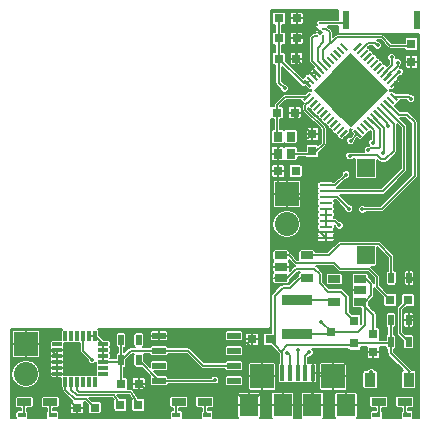
<source format=gtl>
G04 #@! TF.FileFunction,Copper,L1,Top,Signal*
%FSLAX46Y46*%
G04 Gerber Fmt 4.6, Leading zero omitted, Abs format (unit mm)*
G04 Created by KiCad (PCBNEW (2015-07-20 BZR 5967)-product) date Monday, September 28, 2015 'PMt' 07:14:34 PM*
%MOMM*%
G01*
G04 APERTURE LIST*
%ADD10C,0.100000*%
%ADD11R,0.797560X0.797560*%
%ADD12R,0.910000X1.220000*%
%ADD13R,2.500000X0.900000*%
%ADD14R,0.800100X0.800100*%
%ADD15R,1.143000X0.508000*%
%ADD16R,1.060000X0.650000*%
%ADD17C,0.220000*%
%ADD18R,0.850000X0.300000*%
%ADD19R,0.300000X0.850000*%
%ADD20R,1.600000X1.900000*%
%ADD21R,2.000000X2.000000*%
%ADD22R,0.400000X1.350000*%
%ADD23R,0.700000X0.400000*%
%ADD24R,1.200000X0.650000*%
%ADD25R,0.500000X1.600000*%
%ADD26R,2.032000X2.032000*%
%ADD27O,2.032000X2.032000*%
%ADD28R,0.800000X0.900000*%
%ADD29R,0.800000X0.750000*%
%ADD30R,0.750000X0.800000*%
%ADD31R,0.500000X0.900000*%
%ADD32R,1.500000X1.500000*%
%ADD33R,1.100000X0.250000*%
%ADD34C,0.355000*%
%ADD35C,0.127000*%
%ADD36C,0.200000*%
G04 APERTURE END LIST*
D10*
D11*
X184049300Y-105460000D03*
X182550700Y-105460000D03*
D12*
X184115000Y-112210000D03*
X180845000Y-112210000D03*
D13*
X174650000Y-108350000D03*
X174650000Y-105450000D03*
D14*
X179500760Y-109150000D03*
X179500760Y-107250000D03*
X177501780Y-108200000D03*
D15*
X162975000Y-112305000D03*
X162975000Y-111035000D03*
X162975000Y-109765000D03*
X162975000Y-108495000D03*
X169325000Y-108495000D03*
X169325000Y-109765000D03*
X169325000Y-111035000D03*
X169325000Y-112305000D03*
D16*
X173300000Y-101700000D03*
X173300000Y-102650000D03*
X173300000Y-103600000D03*
X175500000Y-103600000D03*
X175500000Y-101700000D03*
X180000000Y-105600000D03*
X180000000Y-104650000D03*
X180000000Y-103700000D03*
X177800000Y-103700000D03*
X177800000Y-105600000D03*
D17*
X176600000Y-82050000D03*
X176850000Y-82500000D03*
X176350000Y-82500000D03*
X176350000Y-83100000D03*
X176850000Y-83100000D03*
D10*
G36*
X180119238Y-91589087D02*
X179977817Y-91730508D01*
X179412132Y-91164823D01*
X179553553Y-91023402D01*
X180119238Y-91589087D01*
X180119238Y-91589087D01*
G37*
G36*
X180402081Y-91306245D02*
X180260660Y-91447666D01*
X179694975Y-90881981D01*
X179836396Y-90740560D01*
X180402081Y-91306245D01*
X180402081Y-91306245D01*
G37*
G36*
X180684924Y-91023402D02*
X180543503Y-91164823D01*
X179977818Y-90599138D01*
X180119239Y-90457717D01*
X180684924Y-91023402D01*
X180684924Y-91023402D01*
G37*
G36*
X180967767Y-90740559D02*
X180826346Y-90881980D01*
X180260661Y-90316295D01*
X180402082Y-90174874D01*
X180967767Y-90740559D01*
X180967767Y-90740559D01*
G37*
G36*
X181250609Y-90457716D02*
X181109188Y-90599137D01*
X180543503Y-90033452D01*
X180684924Y-89892031D01*
X181250609Y-90457716D01*
X181250609Y-90457716D01*
G37*
G36*
X181533452Y-90174874D02*
X181392031Y-90316295D01*
X180826346Y-89750610D01*
X180967767Y-89609189D01*
X181533452Y-90174874D01*
X181533452Y-90174874D01*
G37*
G36*
X181816295Y-89892031D02*
X181674874Y-90033452D01*
X181109189Y-89467767D01*
X181250610Y-89326346D01*
X181816295Y-89892031D01*
X181816295Y-89892031D01*
G37*
G36*
X182099137Y-89609188D02*
X181957716Y-89750609D01*
X181392031Y-89184924D01*
X181533452Y-89043503D01*
X182099137Y-89609188D01*
X182099137Y-89609188D01*
G37*
G36*
X182381980Y-89326346D02*
X182240559Y-89467767D01*
X181674874Y-88902082D01*
X181816295Y-88760661D01*
X182381980Y-89326346D01*
X182381980Y-89326346D01*
G37*
G36*
X182664823Y-89043503D02*
X182523402Y-89184924D01*
X181957717Y-88619239D01*
X182099138Y-88477818D01*
X182664823Y-89043503D01*
X182664823Y-89043503D01*
G37*
G36*
X182947666Y-88760660D02*
X182806245Y-88902081D01*
X182240560Y-88336396D01*
X182381981Y-88194975D01*
X182947666Y-88760660D01*
X182947666Y-88760660D01*
G37*
G36*
X183230508Y-88477817D02*
X183089087Y-88619238D01*
X182523402Y-88053553D01*
X182664823Y-87912132D01*
X183230508Y-88477817D01*
X183230508Y-88477817D01*
G37*
G36*
X183089087Y-86780762D02*
X183230508Y-86922183D01*
X182664823Y-87487868D01*
X182523402Y-87346447D01*
X183089087Y-86780762D01*
X183089087Y-86780762D01*
G37*
G36*
X182806245Y-86497919D02*
X182947666Y-86639340D01*
X182381981Y-87205025D01*
X182240560Y-87063604D01*
X182806245Y-86497919D01*
X182806245Y-86497919D01*
G37*
G36*
X182523402Y-86215076D02*
X182664823Y-86356497D01*
X182099138Y-86922182D01*
X181957717Y-86780761D01*
X182523402Y-86215076D01*
X182523402Y-86215076D01*
G37*
G36*
X182240559Y-85932233D02*
X182381980Y-86073654D01*
X181816295Y-86639339D01*
X181674874Y-86497918D01*
X182240559Y-85932233D01*
X182240559Y-85932233D01*
G37*
G36*
X181957716Y-85649391D02*
X182099137Y-85790812D01*
X181533452Y-86356497D01*
X181392031Y-86215076D01*
X181957716Y-85649391D01*
X181957716Y-85649391D01*
G37*
G36*
X181674874Y-85366548D02*
X181816295Y-85507969D01*
X181250610Y-86073654D01*
X181109189Y-85932233D01*
X181674874Y-85366548D01*
X181674874Y-85366548D01*
G37*
G36*
X181392031Y-85083705D02*
X181533452Y-85225126D01*
X180967767Y-85790811D01*
X180826346Y-85649390D01*
X181392031Y-85083705D01*
X181392031Y-85083705D01*
G37*
G36*
X181109188Y-84800863D02*
X181250609Y-84942284D01*
X180684924Y-85507969D01*
X180543503Y-85366548D01*
X181109188Y-84800863D01*
X181109188Y-84800863D01*
G37*
G36*
X180826346Y-84518020D02*
X180967767Y-84659441D01*
X180402082Y-85225126D01*
X180260661Y-85083705D01*
X180826346Y-84518020D01*
X180826346Y-84518020D01*
G37*
G36*
X180543503Y-84235177D02*
X180684924Y-84376598D01*
X180119239Y-84942283D01*
X179977818Y-84800862D01*
X180543503Y-84235177D01*
X180543503Y-84235177D01*
G37*
G36*
X180260660Y-83952334D02*
X180402081Y-84093755D01*
X179836396Y-84659440D01*
X179694975Y-84518019D01*
X180260660Y-83952334D01*
X180260660Y-83952334D01*
G37*
G36*
X179977817Y-83669492D02*
X180119238Y-83810913D01*
X179553553Y-84376598D01*
X179412132Y-84235177D01*
X179977817Y-83669492D01*
X179977817Y-83669492D01*
G37*
G36*
X178987868Y-84235177D02*
X178846447Y-84376598D01*
X178280762Y-83810913D01*
X178422183Y-83669492D01*
X178987868Y-84235177D01*
X178987868Y-84235177D01*
G37*
G36*
X178705025Y-84518019D02*
X178563604Y-84659440D01*
X177997919Y-84093755D01*
X178139340Y-83952334D01*
X178705025Y-84518019D01*
X178705025Y-84518019D01*
G37*
G36*
X178422182Y-84800862D02*
X178280761Y-84942283D01*
X177715076Y-84376598D01*
X177856497Y-84235177D01*
X178422182Y-84800862D01*
X178422182Y-84800862D01*
G37*
G36*
X178139339Y-85083705D02*
X177997918Y-85225126D01*
X177432233Y-84659441D01*
X177573654Y-84518020D01*
X178139339Y-85083705D01*
X178139339Y-85083705D01*
G37*
G36*
X177856497Y-85366548D02*
X177715076Y-85507969D01*
X177149391Y-84942284D01*
X177290812Y-84800863D01*
X177856497Y-85366548D01*
X177856497Y-85366548D01*
G37*
G36*
X177573654Y-85649390D02*
X177432233Y-85790811D01*
X176866548Y-85225126D01*
X177007969Y-85083705D01*
X177573654Y-85649390D01*
X177573654Y-85649390D01*
G37*
G36*
X177290811Y-85932233D02*
X177149390Y-86073654D01*
X176583705Y-85507969D01*
X176725126Y-85366548D01*
X177290811Y-85932233D01*
X177290811Y-85932233D01*
G37*
G36*
X177007969Y-86215076D02*
X176866548Y-86356497D01*
X176300863Y-85790812D01*
X176442284Y-85649391D01*
X177007969Y-86215076D01*
X177007969Y-86215076D01*
G37*
G36*
X176725126Y-86497918D02*
X176583705Y-86639339D01*
X176018020Y-86073654D01*
X176159441Y-85932233D01*
X176725126Y-86497918D01*
X176725126Y-86497918D01*
G37*
G36*
X176442283Y-86780761D02*
X176300862Y-86922182D01*
X175735177Y-86356497D01*
X175876598Y-86215076D01*
X176442283Y-86780761D01*
X176442283Y-86780761D01*
G37*
G36*
X176159440Y-87063604D02*
X176018019Y-87205025D01*
X175452334Y-86639340D01*
X175593755Y-86497919D01*
X176159440Y-87063604D01*
X176159440Y-87063604D01*
G37*
G36*
X175876598Y-87346447D02*
X175735177Y-87487868D01*
X175169492Y-86922183D01*
X175310913Y-86780762D01*
X175876598Y-87346447D01*
X175876598Y-87346447D01*
G37*
G36*
X175735177Y-87912132D02*
X175876598Y-88053553D01*
X175310913Y-88619238D01*
X175169492Y-88477817D01*
X175735177Y-87912132D01*
X175735177Y-87912132D01*
G37*
G36*
X176018019Y-88194975D02*
X176159440Y-88336396D01*
X175593755Y-88902081D01*
X175452334Y-88760660D01*
X176018019Y-88194975D01*
X176018019Y-88194975D01*
G37*
G36*
X176300862Y-88477818D02*
X176442283Y-88619239D01*
X175876598Y-89184924D01*
X175735177Y-89043503D01*
X176300862Y-88477818D01*
X176300862Y-88477818D01*
G37*
G36*
X176583705Y-88760661D02*
X176725126Y-88902082D01*
X176159441Y-89467767D01*
X176018020Y-89326346D01*
X176583705Y-88760661D01*
X176583705Y-88760661D01*
G37*
G36*
X176866548Y-89043503D02*
X177007969Y-89184924D01*
X176442284Y-89750609D01*
X176300863Y-89609188D01*
X176866548Y-89043503D01*
X176866548Y-89043503D01*
G37*
G36*
X177149390Y-89326346D02*
X177290811Y-89467767D01*
X176725126Y-90033452D01*
X176583705Y-89892031D01*
X177149390Y-89326346D01*
X177149390Y-89326346D01*
G37*
G36*
X177432233Y-89609189D02*
X177573654Y-89750610D01*
X177007969Y-90316295D01*
X176866548Y-90174874D01*
X177432233Y-89609189D01*
X177432233Y-89609189D01*
G37*
G36*
X177715076Y-89892031D02*
X177856497Y-90033452D01*
X177290812Y-90599137D01*
X177149391Y-90457716D01*
X177715076Y-89892031D01*
X177715076Y-89892031D01*
G37*
G36*
X177997918Y-90174874D02*
X178139339Y-90316295D01*
X177573654Y-90881980D01*
X177432233Y-90740559D01*
X177997918Y-90174874D01*
X177997918Y-90174874D01*
G37*
G36*
X178280761Y-90457717D02*
X178422182Y-90599138D01*
X177856497Y-91164823D01*
X177715076Y-91023402D01*
X178280761Y-90457717D01*
X178280761Y-90457717D01*
G37*
G36*
X178563604Y-90740560D02*
X178705025Y-90881981D01*
X178139340Y-91447666D01*
X177997919Y-91306245D01*
X178563604Y-90740560D01*
X178563604Y-90740560D01*
G37*
G36*
X178846447Y-91023402D02*
X178987868Y-91164823D01*
X178422183Y-91730508D01*
X178280762Y-91589087D01*
X178846447Y-91023402D01*
X178846447Y-91023402D01*
G37*
G36*
X179986656Y-85340031D02*
X179200000Y-86126687D01*
X178413344Y-85340031D01*
X179200000Y-84553375D01*
X179986656Y-85340031D01*
X179986656Y-85340031D01*
G37*
G36*
X179200000Y-86126687D02*
X178413344Y-86913343D01*
X177626688Y-86126687D01*
X178413344Y-85340031D01*
X179200000Y-86126687D01*
X179200000Y-86126687D01*
G37*
G36*
X178413343Y-86913344D02*
X177626687Y-87700000D01*
X176840031Y-86913344D01*
X177626687Y-86126688D01*
X178413343Y-86913344D01*
X178413343Y-86913344D01*
G37*
G36*
X177626687Y-87700000D02*
X176840031Y-88486656D01*
X176053375Y-87700000D01*
X176840031Y-86913344D01*
X177626687Y-87700000D01*
X177626687Y-87700000D01*
G37*
G36*
X180773312Y-86126687D02*
X179986656Y-86913343D01*
X179200000Y-86126687D01*
X179986656Y-85340031D01*
X180773312Y-86126687D01*
X180773312Y-86126687D01*
G37*
G36*
X179986656Y-86913344D02*
X179200000Y-87700000D01*
X178413344Y-86913344D01*
X179200000Y-86126688D01*
X179986656Y-86913344D01*
X179986656Y-86913344D01*
G37*
G36*
X179200000Y-87700000D02*
X178413344Y-88486656D01*
X177626688Y-87700000D01*
X178413344Y-86913344D01*
X179200000Y-87700000D01*
X179200000Y-87700000D01*
G37*
G36*
X178413343Y-88486656D02*
X177626687Y-89273312D01*
X176840031Y-88486656D01*
X177626687Y-87700000D01*
X178413343Y-88486656D01*
X178413343Y-88486656D01*
G37*
G36*
X181559969Y-86913344D02*
X180773313Y-87700000D01*
X179986657Y-86913344D01*
X180773313Y-86126688D01*
X181559969Y-86913344D01*
X181559969Y-86913344D01*
G37*
G36*
X180773312Y-87700000D02*
X179986656Y-88486656D01*
X179200000Y-87700000D01*
X179986656Y-86913344D01*
X180773312Y-87700000D01*
X180773312Y-87700000D01*
G37*
G36*
X179986656Y-88486656D02*
X179200000Y-89273312D01*
X178413344Y-88486656D01*
X179200000Y-87700000D01*
X179986656Y-88486656D01*
X179986656Y-88486656D01*
G37*
G36*
X179200000Y-89273313D02*
X178413344Y-90059969D01*
X177626688Y-89273313D01*
X178413344Y-88486657D01*
X179200000Y-89273313D01*
X179200000Y-89273313D01*
G37*
G36*
X182346625Y-87700000D02*
X181559969Y-88486656D01*
X180773313Y-87700000D01*
X181559969Y-86913344D01*
X182346625Y-87700000D01*
X182346625Y-87700000D01*
G37*
G36*
X181559969Y-88486656D02*
X180773313Y-89273312D01*
X179986657Y-88486656D01*
X180773313Y-87700000D01*
X181559969Y-88486656D01*
X181559969Y-88486656D01*
G37*
G36*
X180773312Y-89273313D02*
X179986656Y-90059969D01*
X179200000Y-89273313D01*
X179986656Y-88486657D01*
X180773312Y-89273313D01*
X180773312Y-89273313D01*
G37*
G36*
X179986656Y-90059969D02*
X179200000Y-90846625D01*
X178413344Y-90059969D01*
X179200000Y-89273313D01*
X179986656Y-90059969D01*
X179986656Y-90059969D01*
G37*
D18*
X154350000Y-109200000D03*
X154350000Y-109700000D03*
X154350000Y-110200000D03*
X154350000Y-110700000D03*
X154350000Y-111200000D03*
X154350000Y-111700000D03*
D19*
X155050000Y-112400000D03*
X155550000Y-112400000D03*
X156050000Y-112400000D03*
X156550000Y-112400000D03*
X157050000Y-112400000D03*
X157550000Y-112400000D03*
D18*
X158250000Y-111700000D03*
X158250000Y-111200000D03*
X158250000Y-110700000D03*
X158250000Y-110200000D03*
X158250000Y-109700000D03*
X158250000Y-109200000D03*
D19*
X157550000Y-108500000D03*
X157050000Y-108500000D03*
X156550000Y-108500000D03*
X156050000Y-108500000D03*
X155550000Y-108500000D03*
X155050000Y-108500000D03*
D20*
X175950000Y-114370000D03*
X173450000Y-114370000D03*
X178810000Y-114370000D03*
D21*
X177700000Y-111940000D03*
D22*
X173399100Y-111637460D03*
X174049100Y-111637460D03*
X174699100Y-111637460D03*
X175349100Y-111637460D03*
X175999100Y-111637460D03*
D21*
X171700000Y-111940000D03*
D20*
X170590000Y-114370000D03*
D23*
X183970000Y-115190000D03*
D24*
X183770000Y-114090000D03*
X181570000Y-114090000D03*
D23*
X181370000Y-115190000D03*
X167040000Y-115190000D03*
D24*
X166840000Y-114090000D03*
X164640000Y-114090000D03*
D23*
X164440000Y-115190000D03*
X153960000Y-115210000D03*
D24*
X153760000Y-114110000D03*
X151560000Y-114110000D03*
D23*
X151360000Y-115210000D03*
D25*
X184800000Y-81800000D03*
X178800000Y-81800000D03*
D26*
X173800000Y-96500000D03*
D27*
X173800000Y-99040000D03*
D26*
X151700000Y-109200000D03*
D27*
X151700000Y-111740000D03*
D28*
X173035900Y-93078100D03*
X173035900Y-91628100D03*
X174110900Y-93078100D03*
X174110900Y-91628100D03*
D29*
X174450000Y-89600000D03*
X172950000Y-89600000D03*
X161210000Y-114360000D03*
X159710000Y-114360000D03*
X157520000Y-114590000D03*
X156020000Y-114590000D03*
X159750000Y-112550000D03*
X161250000Y-112550000D03*
X173123160Y-83324700D03*
X174623160Y-83324700D03*
D30*
X175945800Y-92875800D03*
X175945800Y-91375800D03*
X184348120Y-83796440D03*
X184348120Y-85296440D03*
D29*
X174623160Y-81622900D03*
X173123160Y-81622900D03*
X174613000Y-85029040D03*
X173113000Y-85029040D03*
D31*
X184100000Y-109010000D03*
X182600000Y-109010000D03*
X182650000Y-103610000D03*
X184150000Y-103610000D03*
X182600000Y-107160000D03*
X184100000Y-107160000D03*
X161250000Y-108850000D03*
X159750000Y-108850000D03*
X161250000Y-110550000D03*
X159750000Y-110550000D03*
D30*
X181110000Y-108370000D03*
X181110000Y-109870000D03*
D29*
X172350000Y-108800000D03*
X170850000Y-108800000D03*
X174550000Y-94550000D03*
X173050000Y-94550000D03*
D32*
X180500000Y-101700000D03*
D33*
X177100000Y-99750000D03*
X177100000Y-99250000D03*
X177100000Y-98750000D03*
X177100000Y-98250000D03*
X177100000Y-97750000D03*
X177100000Y-97250000D03*
X177100000Y-96750000D03*
X177100000Y-96250000D03*
X177100000Y-95750000D03*
X177100000Y-100250000D03*
D32*
X180500000Y-94300000D03*
D34*
X161250000Y-112550000D03*
X174613000Y-85029040D03*
X177700000Y-111940000D03*
X180000000Y-104650000D03*
X173300000Y-102650000D03*
X184302400Y-88417400D03*
X169325000Y-111035000D03*
X151590000Y-114200000D03*
X164725000Y-114145000D03*
X181550000Y-114030000D03*
X177800000Y-103700000D03*
X173600000Y-87550000D03*
X179200000Y-92000000D03*
X178250000Y-99150000D03*
X162975000Y-111035000D03*
X155000000Y-108500000D03*
X182350000Y-90700000D03*
X161250000Y-108850000D03*
X161250000Y-110550000D03*
X157300000Y-110550000D03*
X167700000Y-112250000D03*
X181900000Y-93050000D03*
X183330000Y-86160000D03*
X183770000Y-114080000D03*
X183170000Y-85360000D03*
X166860000Y-114110000D03*
X182680000Y-84920000D03*
X153760000Y-114140000D03*
X178816000Y-94843600D03*
X179120800Y-93268800D03*
X179044600Y-97739200D03*
X180187600Y-97790000D03*
X181051200Y-92146120D03*
X174708820Y-109720380D03*
X180662580Y-92801440D03*
X173804580Y-109923580D03*
X181493160Y-83903820D03*
X175701960Y-109888020D03*
X173400000Y-111650000D03*
X180925000Y-111590000D03*
X176660000Y-107290000D03*
X174550000Y-94550000D03*
X173300000Y-103600000D03*
D35*
X181110000Y-109870000D02*
X179770000Y-109870000D01*
X179770000Y-109870000D02*
X177700000Y-111940000D01*
X173050000Y-94550000D02*
X173050000Y-95750000D01*
X173050000Y-95750000D02*
X173800000Y-96500000D01*
X184150000Y-103610000D02*
X184330000Y-103610000D01*
X184330000Y-103610000D02*
X184800000Y-104080000D01*
X184800000Y-104080000D02*
X184800000Y-106460000D01*
X184800000Y-106460000D02*
X184100000Y-107160000D01*
X184150000Y-103610000D02*
X184150000Y-102810000D01*
X184150000Y-102810000D02*
X181590000Y-100250000D01*
X181590000Y-100250000D02*
X177100000Y-100250000D01*
X154350000Y-111700000D02*
X154350000Y-112920000D01*
X154350000Y-112920000D02*
X156020000Y-114590000D01*
X161250000Y-112550000D02*
X161360000Y-112550000D01*
X161360000Y-112550000D02*
X161910000Y-113100000D01*
X169320000Y-113100000D02*
X170590000Y-114370000D01*
X161910000Y-113100000D02*
X169320000Y-113100000D01*
X161250000Y-112900000D02*
X161250000Y-112550000D01*
X171700000Y-111940000D02*
X171700000Y-110350000D01*
X164945000Y-108495000D02*
X162975000Y-108495000D01*
X165550000Y-109100000D02*
X164945000Y-108495000D01*
X170450000Y-109100000D02*
X165550000Y-109100000D01*
X171700000Y-110350000D02*
X170450000Y-109100000D01*
X154350000Y-110700000D02*
X154350000Y-111200000D01*
X153850000Y-109700000D02*
X154350000Y-109700000D01*
X170320000Y-114100000D02*
X170590000Y-114370000D01*
X151700000Y-109200000D02*
X152850000Y-109200000D01*
X152850000Y-109200000D02*
X153350000Y-109700000D01*
X153350000Y-109700000D02*
X153850000Y-109700000D01*
X153850000Y-109700000D02*
X154350000Y-110200000D01*
X154350000Y-110200000D02*
X154350000Y-111200000D01*
X154350000Y-111200000D02*
X154350000Y-111700000D01*
X174450000Y-89880000D02*
X174450000Y-89600000D01*
X175950000Y-114370000D02*
X173450000Y-114370000D01*
X173450000Y-114370000D02*
X170590000Y-114370000D01*
X170590000Y-114370000D02*
X171700000Y-113260000D01*
X171700000Y-113260000D02*
X171700000Y-111940000D01*
X175999100Y-111637460D02*
X175999100Y-114320900D01*
X175999100Y-114320900D02*
X175950000Y-114370000D01*
X175950000Y-114370000D02*
X178810000Y-114370000D01*
X175999100Y-111637460D02*
X177397460Y-111637460D01*
X177397460Y-111637460D02*
X177700000Y-111940000D01*
X173800000Y-96500000D02*
X174500000Y-96500000D01*
X174500000Y-96500000D02*
X175650000Y-97650000D01*
X176150000Y-99750000D02*
X176600000Y-99750000D01*
X175650000Y-99250000D02*
X176150000Y-99750000D01*
X175650000Y-97650000D02*
X175650000Y-99250000D01*
X176600000Y-99750000D02*
X177100000Y-100250000D01*
X182876955Y-87134315D02*
X183403625Y-87134315D01*
X183403625Y-87134315D02*
X184348120Y-86189820D01*
X184348120Y-86189820D02*
X184348120Y-85296440D01*
X173035900Y-93078100D02*
X173035900Y-95735900D01*
X173035900Y-95735900D02*
X173800000Y-96500000D01*
X173035900Y-93078100D02*
X173035900Y-92627780D01*
X174936720Y-92384880D02*
X175945800Y-91375800D01*
X173278800Y-92384880D02*
X174936720Y-92384880D01*
X173035900Y-92627780D02*
X173278800Y-92384880D01*
X174450000Y-89880000D02*
X175945800Y-91375800D01*
X174623160Y-83324700D02*
X174917100Y-83324700D01*
X174917100Y-83324700D02*
X175741800Y-82500000D01*
X175741800Y-82500000D02*
X176350000Y-82500000D01*
X174623160Y-81622900D02*
X174623160Y-83324700D01*
X174623160Y-83324700D02*
X174613000Y-83334860D01*
X174613000Y-83334860D02*
X174613000Y-85092899D01*
X174613000Y-85092899D02*
X175805887Y-86285786D01*
X175805887Y-86285786D02*
X176371573Y-86285786D01*
X172950000Y-89600000D02*
X172950000Y-91542200D01*
X172950000Y-91542200D02*
X173035900Y-91628100D01*
X172950000Y-89600000D02*
X172950000Y-88964640D01*
X173648955Y-88265685D02*
X175523045Y-88265685D01*
X172950000Y-88964640D02*
X173648955Y-88265685D01*
X156050000Y-112400000D02*
X156050000Y-113100000D01*
X156050000Y-113100000D02*
X156230765Y-113251051D01*
X160573224Y-113241092D02*
X161210000Y-114360000D01*
X156230765Y-113251051D02*
X160573224Y-113241092D01*
X155550000Y-112400000D02*
X155550000Y-113120000D01*
X159160348Y-113526364D02*
X159710000Y-114360000D01*
X156020244Y-113541282D02*
X159160348Y-113526364D01*
X155550000Y-113120000D02*
X156020244Y-113541282D01*
X155050000Y-112400000D02*
X155050000Y-113070000D01*
X156820000Y-113890000D02*
X157520000Y-114590000D01*
X155870000Y-113890000D02*
X156820000Y-113890000D01*
X155050000Y-113070000D02*
X155870000Y-113890000D01*
D36*
X184150685Y-88265685D02*
X182876955Y-88265685D01*
X184302400Y-88417400D02*
X184150685Y-88265685D01*
X182876955Y-88265685D02*
X182876955Y-88287355D01*
X162975000Y-109765000D02*
X165425000Y-109765000D01*
X166695000Y-111035000D02*
X169325000Y-111035000D01*
X165425000Y-109765000D02*
X166695000Y-111035000D01*
D35*
X151560000Y-114110000D02*
X151560000Y-115010000D01*
X151560000Y-115010000D02*
X151360000Y-115210000D01*
D36*
X151590000Y-114200000D02*
X151560000Y-114170000D01*
D35*
X151560000Y-114170000D02*
X151560000Y-114110000D01*
X164725000Y-114145000D02*
X164670000Y-114090000D01*
X164670000Y-114090000D02*
X164640000Y-114090000D01*
X164440000Y-115190000D02*
X164440000Y-114290000D01*
X164440000Y-114290000D02*
X164640000Y-114090000D01*
X181550000Y-114030000D02*
X181570000Y-114050000D01*
X181570000Y-114050000D02*
X181570000Y-114090000D01*
X181570000Y-114090000D02*
X181570000Y-114990000D01*
X181570000Y-114990000D02*
X181370000Y-115190000D01*
X159750000Y-110550000D02*
X159800000Y-110550000D01*
D36*
X159800000Y-110550000D02*
X160585000Y-109765000D01*
X160585000Y-109765000D02*
X162975000Y-109765000D01*
D35*
X159750000Y-110550000D02*
X159850000Y-110550000D01*
D36*
X158250000Y-110700000D02*
X158250000Y-110200000D01*
X158250000Y-110200000D02*
X158250000Y-109700000D01*
X158250000Y-109700000D02*
X158250000Y-109200000D01*
X158250000Y-109200000D02*
X157550000Y-108500000D01*
X157550000Y-108500000D02*
X157050000Y-108500000D01*
X158250000Y-110700000D02*
X159600000Y-110700000D01*
D35*
X159600000Y-110700000D02*
X159750000Y-110550000D01*
X159750000Y-112550000D02*
X159750000Y-110550000D01*
X159750000Y-110550000D02*
X159750000Y-108600000D01*
D36*
X173113000Y-87063000D02*
X173113000Y-85029040D01*
X173600000Y-87550000D02*
X173113000Y-87063000D01*
D35*
X173113000Y-85037000D02*
X173113000Y-85029040D01*
X179765685Y-91376955D02*
X179765685Y-91434315D01*
X179765685Y-91434315D02*
X179200000Y-92000000D01*
X177100000Y-98750000D02*
X177850000Y-98750000D01*
X178250000Y-99150000D02*
X177850000Y-98750000D01*
X177100000Y-97750000D02*
X177100000Y-98250000D01*
X177100000Y-98250000D02*
X177100000Y-98750000D01*
X177100000Y-98750000D02*
X177100000Y-99250000D01*
D36*
X173123160Y-81622900D02*
X173123160Y-83324700D01*
D35*
X173123160Y-83324700D02*
X173113000Y-83334860D01*
D36*
X173113000Y-83334860D02*
X173113000Y-85029040D01*
X173113000Y-85029040D02*
X175218275Y-87134315D01*
D35*
X175218275Y-87134315D02*
X175523044Y-87134315D01*
D36*
X175523044Y-87134315D02*
X175805887Y-86851472D01*
D35*
X174110900Y-93078100D02*
X175743500Y-93078100D01*
X175743500Y-93078100D02*
X175872840Y-92948760D01*
X175872840Y-92948760D02*
X176220120Y-92948760D01*
X176220120Y-92948760D02*
X176905920Y-92262960D01*
X176905920Y-92262960D02*
X176905920Y-90921840D01*
X176905920Y-90921840D02*
X175366680Y-89382600D01*
X175366680Y-89382600D02*
X175366680Y-88987735D01*
X175366680Y-88987735D02*
X175805887Y-88548528D01*
X182559610Y-83927030D02*
X184217530Y-83927030D01*
X184217530Y-83927030D02*
X184348120Y-83796440D01*
X177408840Y-83682840D02*
X177561240Y-83682840D01*
X181858220Y-83225640D02*
X182559610Y-83927030D01*
X182559610Y-83927030D02*
X182564340Y-83931760D01*
X178018440Y-83225640D02*
X181858220Y-83225640D01*
X177561240Y-83682840D02*
X178018440Y-83225640D01*
X176850000Y-82500000D02*
X177140400Y-82500000D01*
X177424080Y-83667600D02*
X177408840Y-83682840D01*
X177424080Y-82783680D02*
X177424080Y-83667600D01*
X177140400Y-82500000D02*
X177424080Y-82783680D01*
X177408840Y-83682840D02*
X176829720Y-84261960D01*
X176829720Y-84261960D02*
X176829720Y-85046877D01*
X176829720Y-85046877D02*
X177220101Y-85437258D01*
X184049300Y-105460000D02*
X184049300Y-105520700D01*
X184049300Y-105520700D02*
X183340000Y-106230000D01*
X183340000Y-106230000D02*
X183340000Y-108250000D01*
X183340000Y-108250000D02*
X184100000Y-109010000D01*
X173300000Y-101700000D02*
X173940000Y-101700000D01*
X173940000Y-101700000D02*
X174550000Y-102310000D01*
X174550000Y-102310000D02*
X177800000Y-102310000D01*
X177800000Y-102310000D02*
X178330000Y-102840000D01*
X178330000Y-102840000D02*
X180750000Y-102840000D01*
X180750000Y-102840000D02*
X181420000Y-103510000D01*
X181420000Y-103510000D02*
X181420000Y-104329300D01*
X181420000Y-104329300D02*
X182550700Y-105460000D01*
X173300000Y-101700000D02*
X173300000Y-101400000D01*
X174650000Y-105450000D02*
X177800000Y-105450000D01*
X175500000Y-101700000D02*
X177330000Y-101700000D01*
X177330000Y-101700000D02*
X178300000Y-100730000D01*
X178300000Y-100730000D02*
X181570000Y-100730000D01*
X181570000Y-100730000D02*
X182650000Y-101810000D01*
X182650000Y-101810000D02*
X182650000Y-103610000D01*
X155000000Y-108500000D02*
X155050000Y-108500000D01*
X181479899Y-89679899D02*
X181462742Y-89679899D01*
X182250000Y-90450000D02*
X181479899Y-89679899D01*
X182300000Y-90650000D02*
X182250000Y-90450000D01*
X182350000Y-90700000D02*
X182300000Y-90650000D01*
X161250000Y-110580000D02*
X161250000Y-110550000D01*
X156550000Y-109800000D02*
X156550000Y-108500000D01*
X157300000Y-110550000D02*
X156550000Y-109800000D01*
X167700000Y-112250000D02*
X167645000Y-112305000D01*
X162975000Y-112305000D02*
X167645000Y-112305000D01*
X182000000Y-90900000D02*
X181179899Y-90079899D01*
X182000000Y-90900000D02*
X182000000Y-92950000D01*
X182000000Y-92950000D02*
X181900000Y-93050000D01*
X181179899Y-89962742D02*
X181179899Y-90079899D01*
X161250000Y-110580000D02*
X162975000Y-112305000D01*
X183770000Y-114090000D02*
X183770000Y-114990000D01*
X183770000Y-114990000D02*
X183970000Y-115190000D01*
X182594113Y-86851472D02*
X182638528Y-86851472D01*
X182638528Y-86851472D02*
X183330000Y-86160000D01*
X183770000Y-114080000D02*
X183770000Y-114090000D01*
X166840000Y-114090000D02*
X166840000Y-114990000D01*
X166840000Y-114990000D02*
X167040000Y-115190000D01*
X182311270Y-86568629D02*
X182311270Y-86498730D01*
X182311270Y-86498730D02*
X183170000Y-85640000D01*
X183170000Y-85640000D02*
X183170000Y-85360000D01*
X166860000Y-114110000D02*
X166840000Y-114090000D01*
X153760000Y-114110000D02*
X153760000Y-115010000D01*
X153760000Y-115010000D02*
X153960000Y-115210000D01*
X182028427Y-86285786D02*
X182028427Y-86221573D01*
X182028427Y-86221573D02*
X182680000Y-85570000D01*
X182680000Y-85570000D02*
X182680000Y-84920000D01*
X153760000Y-114140000D02*
X153760000Y-114110000D01*
X176937258Y-85720101D02*
X176931501Y-85720101D01*
X176931501Y-85720101D02*
X176410620Y-85199220D01*
X176410620Y-85199220D02*
X176410620Y-84091780D01*
X176410620Y-84091780D02*
X176850000Y-83652400D01*
X176850000Y-83652400D02*
X176850000Y-83100000D01*
X175900080Y-85248608D02*
X176654416Y-86002944D01*
X175900080Y-83301840D02*
X175900080Y-85248608D01*
X176350000Y-83100000D02*
X176101920Y-83100000D01*
X176101920Y-83100000D02*
X175900080Y-83301840D01*
X179171600Y-93218000D02*
X179120800Y-93268800D01*
D36*
X182829200Y-90551000D02*
X182829200Y-92862400D01*
X182829200Y-92862400D02*
X182143400Y-93548200D01*
X182143400Y-93548200D02*
X181762400Y-93548200D01*
X181762400Y-93548200D02*
X181432200Y-93218000D01*
X181432200Y-93218000D02*
X179171600Y-93218000D01*
X181745584Y-89467384D02*
X182829200Y-90551000D01*
D35*
X177909600Y-95750000D02*
X177100000Y-95750000D01*
X178816000Y-94843600D02*
X177909600Y-95750000D01*
D36*
X181745584Y-89397056D02*
X181745584Y-89467384D01*
X181745584Y-89397056D02*
X181751456Y-89397056D01*
X182028427Y-89114214D02*
X182052814Y-89114214D01*
X182052814Y-89114214D02*
X183718200Y-90779600D01*
X183718200Y-90779600D02*
X183718200Y-94437200D01*
X183718200Y-94437200D02*
X181905400Y-96250000D01*
X181905400Y-96250000D02*
X177100000Y-96250000D01*
X177100000Y-96750000D02*
X178055400Y-96750000D01*
X179044600Y-97739200D02*
X178055400Y-96750000D01*
X184607200Y-94970600D02*
X181838600Y-97739200D01*
X184607200Y-90424000D02*
X184607200Y-94970600D01*
X183946800Y-89763600D02*
X184607200Y-90424000D01*
X183261000Y-89763600D02*
X183946800Y-89763600D01*
X183261000Y-89763600D02*
X182328771Y-88831371D01*
D35*
X180238400Y-97739200D02*
X181838600Y-97739200D01*
X180187600Y-97790000D02*
X180238400Y-97739200D01*
D36*
X182311270Y-88831371D02*
X182328771Y-88831371D01*
D35*
X176600000Y-82050000D02*
X178550000Y-82050000D01*
X178550000Y-82050000D02*
X178800000Y-81800000D01*
X174699100Y-111637460D02*
X174699100Y-109730100D01*
X181162960Y-91077173D02*
X180614214Y-90528427D01*
X181162960Y-92034360D02*
X181162960Y-91077173D01*
X181051200Y-92146120D02*
X181162960Y-92034360D01*
X174699100Y-109730100D02*
X174708820Y-109720380D01*
X174049100Y-111637460D02*
X174049100Y-110145240D01*
X181676040Y-91024568D02*
X180897056Y-90245584D01*
X181676040Y-92476320D02*
X181676040Y-91024568D01*
X181556660Y-92595700D02*
X181676040Y-92476320D01*
X180868320Y-92595700D02*
X181556660Y-92595700D01*
X180662580Y-92801440D02*
X180868320Y-92595700D01*
X173827440Y-109923580D02*
X173804580Y-109923580D01*
X174049100Y-110145240D02*
X173827440Y-109923580D01*
X175349100Y-111637460D02*
X175349100Y-110240880D01*
X180679195Y-83675220D02*
X180048528Y-84305887D01*
X181264560Y-83675220D02*
X180679195Y-83675220D01*
X181493160Y-83903820D02*
X181264560Y-83675220D01*
X175349100Y-110240880D02*
X175701960Y-109888020D01*
X184115000Y-112210000D02*
X184115000Y-111670000D01*
X184115000Y-111670000D02*
X184195000Y-111590000D01*
X172350000Y-108800000D02*
X172350000Y-108870000D01*
X172350000Y-108870000D02*
X172760000Y-109280000D01*
X182460000Y-109150000D02*
X182600000Y-109010000D01*
D36*
X179500760Y-109150000D02*
X182460000Y-109150000D01*
X182600000Y-109010000D02*
X182600000Y-109995000D01*
X182600000Y-109995000D02*
X184195000Y-111590000D01*
X182600000Y-107160000D02*
X182600000Y-109010000D01*
X175500000Y-103600000D02*
X174920000Y-103600000D01*
X172760000Y-105140000D02*
X172760000Y-109280000D01*
X173460000Y-104440000D02*
X172760000Y-105140000D01*
X174080000Y-104440000D02*
X173460000Y-104440000D01*
X174920000Y-103600000D02*
X174080000Y-104440000D01*
X172760000Y-109280000D02*
X173399100Y-109919100D01*
X173400000Y-111650000D02*
X173399100Y-111649100D01*
D35*
X173399100Y-111649100D02*
X173399100Y-111637460D01*
X175500000Y-103600000D02*
X175900000Y-103600000D01*
D36*
X173399100Y-111637460D02*
X173399100Y-109919100D01*
X173399100Y-109919100D02*
X173399100Y-109750900D01*
X173399100Y-109750900D02*
X173850000Y-109300000D01*
X173850000Y-109300000D02*
X179350760Y-109300000D01*
D35*
X179350760Y-109300000D02*
X179500760Y-109150000D01*
D36*
X181110000Y-108370000D02*
X181110000Y-106710000D01*
X181110000Y-106710000D02*
X180000000Y-105600000D01*
D35*
X180845000Y-112210000D02*
X180845000Y-111670000D01*
X180845000Y-111670000D02*
X180845000Y-112210000D01*
D36*
X176660000Y-107290000D02*
X177501780Y-108131780D01*
D35*
X177501780Y-108131780D02*
X177501780Y-108200000D01*
X180000000Y-103700000D02*
X180490000Y-103700000D01*
D36*
X180490000Y-103700000D02*
X180910000Y-104120000D01*
X180910000Y-104120000D02*
X180910000Y-105080000D01*
X180910000Y-105080000D02*
X180390000Y-105600000D01*
X180390000Y-105600000D02*
X180390000Y-107590000D01*
X179780000Y-108200000D02*
X177501780Y-108200000D01*
X180390000Y-107590000D02*
X179780000Y-108200000D01*
X174650000Y-108350000D02*
X177351780Y-108350000D01*
D35*
X177351780Y-108350000D02*
X177501780Y-108200000D01*
X173300000Y-103600000D02*
X173830000Y-103600000D01*
D36*
X173830000Y-103600000D02*
X174610000Y-102820000D01*
X178840000Y-106589240D02*
X179500760Y-107250000D01*
X178840000Y-105220000D02*
X178840000Y-106589240D01*
X178370000Y-104750000D02*
X178840000Y-105220000D01*
X177270000Y-104750000D02*
X178370000Y-104750000D01*
X176580000Y-104060000D02*
X177270000Y-104750000D01*
X176580000Y-103290000D02*
X176580000Y-104060000D01*
X176110000Y-102820000D02*
X176580000Y-103290000D01*
X174610000Y-102820000D02*
X176110000Y-102820000D01*
D35*
X173300000Y-103600000D02*
X172750000Y-103600000D01*
X172750000Y-103600000D02*
X173300000Y-103600000D01*
X173800000Y-99040000D02*
X173800000Y-99550000D01*
G36*
X178106500Y-82900000D02*
X178111334Y-82924300D01*
X178125099Y-82944901D01*
X178145700Y-82958666D01*
X178170000Y-82963500D01*
X184959500Y-82963500D01*
X184959500Y-115459500D01*
X184500294Y-115459500D01*
X184514232Y-115390000D01*
X184514232Y-114990000D01*
X184500139Y-114917363D01*
X184458202Y-114853522D01*
X184394892Y-114810787D01*
X184320000Y-114795768D01*
X184024000Y-114795768D01*
X184024000Y-114609232D01*
X184370000Y-114609232D01*
X184442637Y-114595139D01*
X184506478Y-114553202D01*
X184549213Y-114489892D01*
X184564232Y-114415000D01*
X184564232Y-113765000D01*
X184550139Y-113692363D01*
X184508202Y-113628522D01*
X184444892Y-113585787D01*
X184370000Y-113570768D01*
X183170000Y-113570768D01*
X183097363Y-113584861D01*
X183033522Y-113626798D01*
X182990787Y-113690108D01*
X182975768Y-113765000D01*
X182975768Y-114415000D01*
X182989861Y-114487637D01*
X183031798Y-114551478D01*
X183095108Y-114594213D01*
X183170000Y-114609232D01*
X183516000Y-114609232D01*
X183516000Y-114830463D01*
X183483522Y-114851798D01*
X183440787Y-114915108D01*
X183425768Y-114990000D01*
X183425768Y-115390000D01*
X183439252Y-115459500D01*
X181900294Y-115459500D01*
X181914232Y-115390000D01*
X181914232Y-114990000D01*
X181900139Y-114917363D01*
X181858202Y-114853522D01*
X181824000Y-114830435D01*
X181824000Y-114609232D01*
X182170000Y-114609232D01*
X182242637Y-114595139D01*
X182306478Y-114553202D01*
X182349213Y-114489892D01*
X182364232Y-114415000D01*
X182364232Y-113765000D01*
X182350139Y-113692363D01*
X182308202Y-113628522D01*
X182244892Y-113585787D01*
X182170000Y-113570768D01*
X180970000Y-113570768D01*
X180897363Y-113584861D01*
X180833522Y-113626798D01*
X180790787Y-113690108D01*
X180775768Y-113765000D01*
X180775768Y-114415000D01*
X180789861Y-114487637D01*
X180831798Y-114551478D01*
X180895108Y-114594213D01*
X180970000Y-114609232D01*
X181316000Y-114609232D01*
X181316000Y-114795768D01*
X181020000Y-114795768D01*
X180947363Y-114809861D01*
X180883522Y-114851798D01*
X180840787Y-114915108D01*
X180825768Y-114990000D01*
X180825768Y-115390000D01*
X180839252Y-115459500D01*
X179741322Y-115459500D01*
X179772346Y-115428476D01*
X179801500Y-115358091D01*
X179801500Y-114418375D01*
X179753625Y-114370500D01*
X178810500Y-114370500D01*
X178810500Y-114390500D01*
X178809500Y-114390500D01*
X178809500Y-114370500D01*
X177866375Y-114370500D01*
X177818500Y-114418375D01*
X177818500Y-115358091D01*
X177847654Y-115428476D01*
X177878678Y-115459500D01*
X176881322Y-115459500D01*
X176912346Y-115428476D01*
X176941500Y-115358091D01*
X176941500Y-114418375D01*
X176893625Y-114370500D01*
X175950500Y-114370500D01*
X175950500Y-114390500D01*
X175949500Y-114390500D01*
X175949500Y-114370500D01*
X175006375Y-114370500D01*
X174958500Y-114418375D01*
X174958500Y-115358091D01*
X174987654Y-115428476D01*
X175018678Y-115459500D01*
X174381322Y-115459500D01*
X174412346Y-115428476D01*
X174441500Y-115358091D01*
X174441500Y-114418375D01*
X174393625Y-114370500D01*
X173450500Y-114370500D01*
X173450500Y-114390500D01*
X173449500Y-114390500D01*
X173449500Y-114370500D01*
X172506375Y-114370500D01*
X172458500Y-114418375D01*
X172458500Y-115358091D01*
X172487654Y-115428476D01*
X172518678Y-115459500D01*
X171521322Y-115459500D01*
X171552346Y-115428476D01*
X171581500Y-115358091D01*
X171581500Y-114418375D01*
X171533625Y-114370500D01*
X170590500Y-114370500D01*
X170590500Y-114390500D01*
X170589500Y-114390500D01*
X170589500Y-114370500D01*
X169646375Y-114370500D01*
X169598500Y-114418375D01*
X169598500Y-115358091D01*
X169627654Y-115428476D01*
X169658678Y-115459500D01*
X167570294Y-115459500D01*
X167584232Y-115390000D01*
X167584232Y-114990000D01*
X167570139Y-114917363D01*
X167528202Y-114853522D01*
X167464892Y-114810787D01*
X167390000Y-114795768D01*
X167094000Y-114795768D01*
X167094000Y-114609232D01*
X167440000Y-114609232D01*
X167512637Y-114595139D01*
X167576478Y-114553202D01*
X167619213Y-114489892D01*
X167634232Y-114415000D01*
X167634232Y-113765000D01*
X167620139Y-113692363D01*
X167578202Y-113628522D01*
X167514892Y-113585787D01*
X167440000Y-113570768D01*
X166240000Y-113570768D01*
X166167363Y-113584861D01*
X166103522Y-113626798D01*
X166060787Y-113690108D01*
X166045768Y-113765000D01*
X166045768Y-114415000D01*
X166059861Y-114487637D01*
X166101798Y-114551478D01*
X166165108Y-114594213D01*
X166240000Y-114609232D01*
X166586000Y-114609232D01*
X166586000Y-114830463D01*
X166553522Y-114851798D01*
X166510787Y-114915108D01*
X166495768Y-114990000D01*
X166495768Y-115390000D01*
X166509252Y-115459500D01*
X164970294Y-115459500D01*
X164984232Y-115390000D01*
X164984232Y-114990000D01*
X164970139Y-114917363D01*
X164928202Y-114853522D01*
X164864892Y-114810787D01*
X164790000Y-114795768D01*
X164694000Y-114795768D01*
X164694000Y-114609232D01*
X165240000Y-114609232D01*
X165312637Y-114595139D01*
X165376478Y-114553202D01*
X165419213Y-114489892D01*
X165434232Y-114415000D01*
X165434232Y-113765000D01*
X165420139Y-113692363D01*
X165378202Y-113628522D01*
X165314892Y-113585787D01*
X165240000Y-113570768D01*
X164040000Y-113570768D01*
X163967363Y-113584861D01*
X163903522Y-113626798D01*
X163860787Y-113690108D01*
X163845768Y-113765000D01*
X163845768Y-114415000D01*
X163859861Y-114487637D01*
X163901798Y-114551478D01*
X163965108Y-114594213D01*
X164040000Y-114609232D01*
X164186000Y-114609232D01*
X164186000Y-114795768D01*
X164090000Y-114795768D01*
X164017363Y-114809861D01*
X163953522Y-114851798D01*
X163910787Y-114915108D01*
X163895768Y-114990000D01*
X163895768Y-115390000D01*
X163909252Y-115459500D01*
X154494305Y-115459500D01*
X154504232Y-115410000D01*
X154504232Y-115010000D01*
X154490139Y-114937363D01*
X154448202Y-114873522D01*
X154384892Y-114830787D01*
X154310000Y-114815768D01*
X154014000Y-114815768D01*
X154014000Y-114638375D01*
X155428500Y-114638375D01*
X155428500Y-115003091D01*
X155457654Y-115073476D01*
X155511524Y-115127346D01*
X155581908Y-115156500D01*
X155971625Y-115156500D01*
X156019500Y-115108625D01*
X156019500Y-114590500D01*
X156020500Y-114590500D01*
X156020500Y-115108625D01*
X156068375Y-115156500D01*
X156458092Y-115156500D01*
X156528476Y-115127346D01*
X156582346Y-115073476D01*
X156611500Y-115003091D01*
X156611500Y-114638375D01*
X156563625Y-114590500D01*
X156020500Y-114590500D01*
X156019500Y-114590500D01*
X156019500Y-114590500D01*
X155476375Y-114590500D01*
X155428500Y-114638375D01*
X154014000Y-114638375D01*
X154014000Y-114629232D01*
X154360000Y-114629232D01*
X154432637Y-114615139D01*
X154496478Y-114573202D01*
X154539213Y-114509892D01*
X154554232Y-114435000D01*
X154554232Y-113785000D01*
X154540139Y-113712363D01*
X154498202Y-113648522D01*
X154434892Y-113605787D01*
X154360000Y-113590768D01*
X153160000Y-113590768D01*
X153087363Y-113604861D01*
X153023522Y-113646798D01*
X152980787Y-113710108D01*
X152965768Y-113785000D01*
X152965768Y-114435000D01*
X152979861Y-114507637D01*
X153021798Y-114571478D01*
X153085108Y-114614213D01*
X153160000Y-114629232D01*
X153506000Y-114629232D01*
X153506000Y-114850463D01*
X153473522Y-114871798D01*
X153430787Y-114935108D01*
X153415768Y-115010000D01*
X153415768Y-115410000D01*
X153425372Y-115459500D01*
X151894305Y-115459500D01*
X151904232Y-115410000D01*
X151904232Y-115010000D01*
X151890139Y-114937363D01*
X151848202Y-114873522D01*
X151814000Y-114850435D01*
X151814000Y-114629232D01*
X152160000Y-114629232D01*
X152232637Y-114615139D01*
X152296478Y-114573202D01*
X152339213Y-114509892D01*
X152354232Y-114435000D01*
X152354232Y-113785000D01*
X152340139Y-113712363D01*
X152298202Y-113648522D01*
X152234892Y-113605787D01*
X152160000Y-113590768D01*
X150960000Y-113590768D01*
X150887363Y-113604861D01*
X150823522Y-113646798D01*
X150780787Y-113710108D01*
X150765768Y-113785000D01*
X150765768Y-114435000D01*
X150779861Y-114507637D01*
X150821798Y-114571478D01*
X150885108Y-114614213D01*
X150960000Y-114629232D01*
X151306000Y-114629232D01*
X151306000Y-114815768D01*
X151010000Y-114815768D01*
X150937363Y-114829861D01*
X150873522Y-114871798D01*
X150830787Y-114935108D01*
X150815768Y-115010000D01*
X150815768Y-115410000D01*
X150825372Y-115459500D01*
X150440500Y-115459500D01*
X150440500Y-111740000D01*
X150469863Y-111740000D01*
X150561702Y-112201708D01*
X150823239Y-112593124D01*
X151214655Y-112854661D01*
X151676363Y-112946500D01*
X151723637Y-112946500D01*
X152185345Y-112854661D01*
X152576761Y-112593124D01*
X152838298Y-112201708D01*
X152928471Y-111748375D01*
X153733500Y-111748375D01*
X153733500Y-111888091D01*
X153762654Y-111958476D01*
X153816524Y-112012346D01*
X153886908Y-112041500D01*
X154301625Y-112041500D01*
X154349500Y-111993625D01*
X154349500Y-111700500D01*
X153781375Y-111700500D01*
X153733500Y-111748375D01*
X152928471Y-111748375D01*
X152930137Y-111740000D01*
X152838298Y-111278292D01*
X152818309Y-111248375D01*
X153733500Y-111248375D01*
X153733500Y-111388091D01*
X153759143Y-111450000D01*
X153733500Y-111511909D01*
X153733500Y-111651625D01*
X153781375Y-111699500D01*
X154349500Y-111699500D01*
X154349500Y-111200500D01*
X154350500Y-111200500D01*
X154350500Y-111699500D01*
X154918625Y-111699500D01*
X154966500Y-111651625D01*
X154966500Y-111511909D01*
X154940857Y-111450000D01*
X154966500Y-111388091D01*
X154966500Y-111248375D01*
X154918625Y-111200500D01*
X154350500Y-111200500D01*
X154349500Y-111200500D01*
X154349500Y-111200500D01*
X153781375Y-111200500D01*
X153733500Y-111248375D01*
X152818309Y-111248375D01*
X152576761Y-110886876D01*
X152369481Y-110748375D01*
X153733500Y-110748375D01*
X153733500Y-110888091D01*
X153759143Y-110950000D01*
X153733500Y-111011909D01*
X153733500Y-111151625D01*
X153781375Y-111199500D01*
X154349500Y-111199500D01*
X154349500Y-110700500D01*
X154350500Y-110700500D01*
X154350500Y-111199500D01*
X154918625Y-111199500D01*
X154966500Y-111151625D01*
X154966500Y-111011909D01*
X154940857Y-110950000D01*
X154966500Y-110888091D01*
X154966500Y-110748375D01*
X154918625Y-110700500D01*
X154350500Y-110700500D01*
X154349500Y-110700500D01*
X154349500Y-110700500D01*
X153781375Y-110700500D01*
X153733500Y-110748375D01*
X152369481Y-110748375D01*
X152185345Y-110625339D01*
X151723637Y-110533500D01*
X151676363Y-110533500D01*
X151214655Y-110625339D01*
X150823239Y-110886876D01*
X150561702Y-111278292D01*
X150469863Y-111740000D01*
X150440500Y-111740000D01*
X150440500Y-109248375D01*
X150492500Y-109248375D01*
X150492500Y-110254091D01*
X150521654Y-110324476D01*
X150575524Y-110378346D01*
X150645908Y-110407500D01*
X151651625Y-110407500D01*
X151699500Y-110359625D01*
X151699500Y-109200500D01*
X151700500Y-109200500D01*
X151700500Y-110359625D01*
X151748375Y-110407500D01*
X152754092Y-110407500D01*
X152824476Y-110378346D01*
X152878346Y-110324476D01*
X152907500Y-110254091D01*
X152907500Y-110248375D01*
X153733500Y-110248375D01*
X153733500Y-110388091D01*
X153759143Y-110450000D01*
X153733500Y-110511909D01*
X153733500Y-110651625D01*
X153781375Y-110699500D01*
X154349500Y-110699500D01*
X154349500Y-110200500D01*
X154350500Y-110200500D01*
X154350500Y-110699500D01*
X154918625Y-110699500D01*
X154966500Y-110651625D01*
X154966500Y-110511909D01*
X154940857Y-110450000D01*
X154966500Y-110388091D01*
X154966500Y-110248375D01*
X154918625Y-110200500D01*
X154350500Y-110200500D01*
X154349500Y-110200500D01*
X154349500Y-110200500D01*
X153781375Y-110200500D01*
X153733500Y-110248375D01*
X152907500Y-110248375D01*
X152907500Y-109748375D01*
X153733500Y-109748375D01*
X153733500Y-109888091D01*
X153759143Y-109950000D01*
X153733500Y-110011909D01*
X153733500Y-110151625D01*
X153781375Y-110199500D01*
X154349500Y-110199500D01*
X154349500Y-109700500D01*
X154350500Y-109700500D01*
X154350500Y-110199500D01*
X154918625Y-110199500D01*
X154966500Y-110151625D01*
X154966500Y-110011909D01*
X154940857Y-109950000D01*
X154966500Y-109888091D01*
X154966500Y-109748375D01*
X154918625Y-109700500D01*
X154350500Y-109700500D01*
X154349500Y-109700500D01*
X154349500Y-109700500D01*
X153781375Y-109700500D01*
X153733500Y-109748375D01*
X152907500Y-109748375D01*
X152907500Y-109248375D01*
X152859625Y-109200500D01*
X151700500Y-109200500D01*
X151699500Y-109200500D01*
X151699500Y-109200500D01*
X150540375Y-109200500D01*
X150492500Y-109248375D01*
X150440500Y-109248375D01*
X150440500Y-108145909D01*
X150492500Y-108145909D01*
X150492500Y-109151625D01*
X150540375Y-109199500D01*
X151699500Y-109199500D01*
X151699500Y-108040375D01*
X151700500Y-108040375D01*
X151700500Y-109199500D01*
X152859625Y-109199500D01*
X152907500Y-109151625D01*
X152907500Y-108145909D01*
X152878346Y-108075524D01*
X152824476Y-108021654D01*
X152754092Y-107992500D01*
X151748375Y-107992500D01*
X151700500Y-108040375D01*
X151699500Y-108040375D01*
X151699500Y-108040375D01*
X151651625Y-107992500D01*
X150645908Y-107992500D01*
X150575524Y-108021654D01*
X150521654Y-108075524D01*
X150492500Y-108145909D01*
X150440500Y-108145909D01*
X150440500Y-107940500D01*
X154761023Y-107940500D01*
X154720787Y-108000108D01*
X154705768Y-108075000D01*
X154705768Y-108273741D01*
X154688206Y-108291272D01*
X154632064Y-108426479D01*
X154631936Y-108572879D01*
X154687842Y-108708183D01*
X154705768Y-108726140D01*
X154705768Y-108855768D01*
X153925000Y-108855768D01*
X153852363Y-108869861D01*
X153788522Y-108911798D01*
X153745787Y-108975108D01*
X153730768Y-109050000D01*
X153730768Y-109350000D01*
X153744861Y-109422637D01*
X153760571Y-109446553D01*
X153733500Y-109511909D01*
X153733500Y-109651625D01*
X153781375Y-109699500D01*
X154349500Y-109699500D01*
X154349500Y-109679500D01*
X154350500Y-109679500D01*
X154350500Y-109699500D01*
X154918625Y-109699500D01*
X154966500Y-109651625D01*
X154966500Y-109511909D01*
X154939491Y-109446702D01*
X154954213Y-109424892D01*
X154969232Y-109350000D01*
X154969232Y-109119232D01*
X155200000Y-109119232D01*
X155272637Y-109105139D01*
X155299925Y-109087214D01*
X155325108Y-109104213D01*
X155400000Y-109119232D01*
X155700000Y-109119232D01*
X155772637Y-109105139D01*
X155799925Y-109087214D01*
X155825108Y-109104213D01*
X155900000Y-109119232D01*
X156200000Y-109119232D01*
X156272637Y-109105139D01*
X156296000Y-109089792D01*
X156296000Y-109800000D01*
X156315335Y-109897202D01*
X156367390Y-109975108D01*
X156370395Y-109979605D01*
X156932007Y-110541217D01*
X156931936Y-110622879D01*
X156987842Y-110758183D01*
X157091272Y-110861794D01*
X157226479Y-110917936D01*
X157372879Y-110918064D01*
X157508183Y-110862158D01*
X157611794Y-110758728D01*
X157630768Y-110713033D01*
X157630768Y-110850000D01*
X157644861Y-110922637D01*
X157662786Y-110949925D01*
X157645787Y-110975108D01*
X157630768Y-111050000D01*
X157630768Y-111350000D01*
X157644861Y-111422637D01*
X157662786Y-111449925D01*
X157645787Y-111475108D01*
X157630768Y-111550000D01*
X157630768Y-111780768D01*
X157400000Y-111780768D01*
X157327363Y-111794861D01*
X157300075Y-111812786D01*
X157274892Y-111795787D01*
X157200000Y-111780768D01*
X156900000Y-111780768D01*
X156827363Y-111794861D01*
X156800075Y-111812786D01*
X156774892Y-111795787D01*
X156700000Y-111780768D01*
X156400000Y-111780768D01*
X156327363Y-111794861D01*
X156300075Y-111812786D01*
X156274892Y-111795787D01*
X156200000Y-111780768D01*
X155900000Y-111780768D01*
X155827363Y-111794861D01*
X155800075Y-111812786D01*
X155774892Y-111795787D01*
X155700000Y-111780768D01*
X155400000Y-111780768D01*
X155327363Y-111794861D01*
X155300075Y-111812786D01*
X155274892Y-111795787D01*
X155200000Y-111780768D01*
X154966500Y-111780768D01*
X154966500Y-111748375D01*
X154918625Y-111700500D01*
X154350500Y-111700500D01*
X154350500Y-111993625D01*
X154398375Y-112041500D01*
X154705768Y-112041500D01*
X154705768Y-112825000D01*
X154719861Y-112897637D01*
X154761798Y-112961478D01*
X154796000Y-112984565D01*
X154796000Y-113070000D01*
X154815335Y-113167202D01*
X154848744Y-113217202D01*
X154870395Y-113249605D01*
X155644290Y-114023500D01*
X155581908Y-114023500D01*
X155511524Y-114052654D01*
X155457654Y-114106524D01*
X155428500Y-114176909D01*
X155428500Y-114541625D01*
X155476375Y-114589500D01*
X156019500Y-114589500D01*
X156019500Y-114569500D01*
X156020500Y-114569500D01*
X156020500Y-114589500D01*
X156563625Y-114589500D01*
X156611500Y-114541625D01*
X156611500Y-114176909D01*
X156597869Y-114144000D01*
X156714790Y-114144000D01*
X156925768Y-114354978D01*
X156925768Y-114965000D01*
X156939861Y-115037637D01*
X156981798Y-115101478D01*
X157045108Y-115144213D01*
X157120000Y-115159232D01*
X157920000Y-115159232D01*
X157992637Y-115145139D01*
X158056478Y-115103202D01*
X158099213Y-115039892D01*
X158114232Y-114965000D01*
X158114232Y-114215000D01*
X158100139Y-114142363D01*
X158058202Y-114078522D01*
X157994892Y-114035787D01*
X157920000Y-114020768D01*
X157309978Y-114020768D01*
X157079463Y-113790253D01*
X159024008Y-113781014D01*
X159125735Y-113935300D01*
X159115768Y-113985000D01*
X159115768Y-114735000D01*
X159129861Y-114807637D01*
X159171798Y-114871478D01*
X159235108Y-114914213D01*
X159310000Y-114929232D01*
X160110000Y-114929232D01*
X160182637Y-114915139D01*
X160246478Y-114873202D01*
X160289213Y-114809892D01*
X160304232Y-114735000D01*
X160304232Y-113985000D01*
X160290139Y-113912363D01*
X160248202Y-113848522D01*
X160184892Y-113805787D01*
X160110000Y-113790768D01*
X159638923Y-113790768D01*
X159445677Y-113497678D01*
X160425718Y-113495431D01*
X160647566Y-113885251D01*
X160630787Y-113910108D01*
X160615768Y-113985000D01*
X160615768Y-114735000D01*
X160629861Y-114807637D01*
X160671798Y-114871478D01*
X160735108Y-114914213D01*
X160810000Y-114929232D01*
X161610000Y-114929232D01*
X161682637Y-114915139D01*
X161746478Y-114873202D01*
X161789213Y-114809892D01*
X161804232Y-114735000D01*
X161804232Y-113985000D01*
X161790139Y-113912363D01*
X161748202Y-113848522D01*
X161684892Y-113805787D01*
X161610000Y-113790768D01*
X161178300Y-113790768D01*
X160945616Y-113381909D01*
X169598500Y-113381909D01*
X169598500Y-114321625D01*
X169646375Y-114369500D01*
X170589500Y-114369500D01*
X170589500Y-113276375D01*
X170590500Y-113276375D01*
X170590500Y-114369500D01*
X171533625Y-114369500D01*
X171581500Y-114321625D01*
X171581500Y-113381909D01*
X172458500Y-113381909D01*
X172458500Y-114321625D01*
X172506375Y-114369500D01*
X173449500Y-114369500D01*
X173449500Y-113276375D01*
X173450500Y-113276375D01*
X173450500Y-114369500D01*
X174393625Y-114369500D01*
X174441500Y-114321625D01*
X174441500Y-113381909D01*
X174958500Y-113381909D01*
X174958500Y-114321625D01*
X175006375Y-114369500D01*
X175949500Y-114369500D01*
X175949500Y-113276375D01*
X175950500Y-113276375D01*
X175950500Y-114369500D01*
X176893625Y-114369500D01*
X176941500Y-114321625D01*
X176941500Y-113381909D01*
X177818500Y-113381909D01*
X177818500Y-114321625D01*
X177866375Y-114369500D01*
X178809500Y-114369500D01*
X178809500Y-113276375D01*
X178810500Y-113276375D01*
X178810500Y-114369500D01*
X179753625Y-114369500D01*
X179801500Y-114321625D01*
X179801500Y-113381909D01*
X179772346Y-113311524D01*
X179718476Y-113257654D01*
X179648092Y-113228500D01*
X178858375Y-113228500D01*
X178810500Y-113276375D01*
X178809500Y-113276375D01*
X178809500Y-113276375D01*
X178761625Y-113228500D01*
X177971908Y-113228500D01*
X177901524Y-113257654D01*
X177847654Y-113311524D01*
X177818500Y-113381909D01*
X176941500Y-113381909D01*
X176941500Y-113381909D01*
X176912346Y-113311524D01*
X176858476Y-113257654D01*
X176788092Y-113228500D01*
X175998375Y-113228500D01*
X175950500Y-113276375D01*
X175949500Y-113276375D01*
X175949500Y-113276375D01*
X175901625Y-113228500D01*
X175111908Y-113228500D01*
X175041524Y-113257654D01*
X174987654Y-113311524D01*
X174958500Y-113381909D01*
X174441500Y-113381909D01*
X174441500Y-113381909D01*
X174412346Y-113311524D01*
X174358476Y-113257654D01*
X174288092Y-113228500D01*
X173498375Y-113228500D01*
X173450500Y-113276375D01*
X173449500Y-113276375D01*
X173449500Y-113276375D01*
X173401625Y-113228500D01*
X172611908Y-113228500D01*
X172541524Y-113257654D01*
X172487654Y-113311524D01*
X172458500Y-113381909D01*
X171581500Y-113381909D01*
X171581500Y-113381909D01*
X171552346Y-113311524D01*
X171498476Y-113257654D01*
X171428092Y-113228500D01*
X170638375Y-113228500D01*
X170590500Y-113276375D01*
X170589500Y-113276375D01*
X170589500Y-113276375D01*
X170541625Y-113228500D01*
X169751908Y-113228500D01*
X169681524Y-113257654D01*
X169627654Y-113311524D01*
X169598500Y-113381909D01*
X160945616Y-113381909D01*
X160793978Y-113115460D01*
X160785352Y-113105500D01*
X160811908Y-113116500D01*
X161201625Y-113116500D01*
X161249500Y-113068625D01*
X161249500Y-112550500D01*
X161250500Y-112550500D01*
X161250500Y-113068625D01*
X161298375Y-113116500D01*
X161688092Y-113116500D01*
X161758476Y-113087346D01*
X161812346Y-113033476D01*
X161841500Y-112963091D01*
X161841500Y-112598375D01*
X161793625Y-112550500D01*
X161250500Y-112550500D01*
X161249500Y-112550500D01*
X161249500Y-112550500D01*
X160706375Y-112550500D01*
X160658500Y-112598375D01*
X160658500Y-112963091D01*
X160678818Y-113012143D01*
X160669887Y-113006205D01*
X160654503Y-113003182D01*
X160640485Y-112996160D01*
X160606284Y-112993705D01*
X160572641Y-112987093D01*
X160331669Y-112987646D01*
X160344232Y-112925000D01*
X160344232Y-112175000D01*
X160336842Y-112136909D01*
X160658500Y-112136909D01*
X160658500Y-112501625D01*
X160706375Y-112549500D01*
X161249500Y-112549500D01*
X161249500Y-112031375D01*
X161250500Y-112031375D01*
X161250500Y-112549500D01*
X161793625Y-112549500D01*
X161841500Y-112501625D01*
X161841500Y-112136909D01*
X161812346Y-112066524D01*
X161758476Y-112012654D01*
X161688092Y-111983500D01*
X161298375Y-111983500D01*
X161250500Y-112031375D01*
X161249500Y-112031375D01*
X161249500Y-112031375D01*
X161201625Y-111983500D01*
X160811908Y-111983500D01*
X160741524Y-112012654D01*
X160687654Y-112066524D01*
X160658500Y-112136909D01*
X160336842Y-112136909D01*
X160330139Y-112102363D01*
X160288202Y-112038522D01*
X160224892Y-111995787D01*
X160150000Y-111980768D01*
X160004000Y-111980768D01*
X160004000Y-111193456D01*
X160072637Y-111180139D01*
X160136478Y-111138202D01*
X160179213Y-111074892D01*
X160194232Y-111000000D01*
X160194232Y-110566598D01*
X160705329Y-110055500D01*
X160814692Y-110055500D01*
X160805768Y-110100000D01*
X160805768Y-111000000D01*
X160819861Y-111072637D01*
X160861798Y-111136478D01*
X160925108Y-111179213D01*
X161000000Y-111194232D01*
X161500000Y-111194232D01*
X161504206Y-111193416D01*
X162249519Y-111938729D01*
X162224287Y-111976108D01*
X162209268Y-112051000D01*
X162209268Y-112559000D01*
X162223361Y-112631637D01*
X162265298Y-112695478D01*
X162328608Y-112738213D01*
X162403500Y-112753232D01*
X163546500Y-112753232D01*
X163619137Y-112739139D01*
X163682978Y-112697202D01*
X163725713Y-112633892D01*
X163740732Y-112559000D01*
X167488483Y-112559000D01*
X167491272Y-112561794D01*
X167626479Y-112617936D01*
X167772879Y-112618064D01*
X167908183Y-112562158D01*
X168011794Y-112458728D01*
X168067936Y-112323521D01*
X168068064Y-112177121D01*
X168015953Y-112051000D01*
X168559268Y-112051000D01*
X168559268Y-112559000D01*
X168573361Y-112631637D01*
X168615298Y-112695478D01*
X168678608Y-112738213D01*
X168753500Y-112753232D01*
X169896500Y-112753232D01*
X169969137Y-112739139D01*
X170032978Y-112697202D01*
X170075713Y-112633892D01*
X170090732Y-112559000D01*
X170090732Y-112051000D01*
X170078582Y-111988375D01*
X170508500Y-111988375D01*
X170508500Y-112978091D01*
X170537654Y-113048476D01*
X170591524Y-113102346D01*
X170661908Y-113131500D01*
X171651625Y-113131500D01*
X171699500Y-113083625D01*
X171699500Y-111940500D01*
X171700500Y-111940500D01*
X171700500Y-113083625D01*
X171748375Y-113131500D01*
X172738092Y-113131500D01*
X172808476Y-113102346D01*
X172862346Y-113048476D01*
X172891500Y-112978091D01*
X172891500Y-111988375D01*
X172843625Y-111940500D01*
X171700500Y-111940500D01*
X171699500Y-111940500D01*
X171699500Y-111940500D01*
X170556375Y-111940500D01*
X170508500Y-111988375D01*
X170078582Y-111988375D01*
X170076639Y-111978363D01*
X170034702Y-111914522D01*
X169971392Y-111871787D01*
X169896500Y-111856768D01*
X168753500Y-111856768D01*
X168680863Y-111870861D01*
X168617022Y-111912798D01*
X168574287Y-111976108D01*
X168559268Y-112051000D01*
X168015953Y-112051000D01*
X168012158Y-112041817D01*
X167908728Y-111938206D01*
X167773521Y-111882064D01*
X167627121Y-111881936D01*
X167491817Y-111937842D01*
X167388206Y-112041272D01*
X167384167Y-112051000D01*
X163740732Y-112051000D01*
X163726639Y-111978363D01*
X163684702Y-111914522D01*
X163621392Y-111871787D01*
X163546500Y-111856768D01*
X162885978Y-111856768D01*
X162512442Y-111483232D01*
X163546500Y-111483232D01*
X163619137Y-111469139D01*
X163682978Y-111427202D01*
X163725713Y-111363892D01*
X163740732Y-111289000D01*
X163740732Y-110781000D01*
X163726639Y-110708363D01*
X163684702Y-110644522D01*
X163621392Y-110601787D01*
X163546500Y-110586768D01*
X162403500Y-110586768D01*
X162330863Y-110600861D01*
X162267022Y-110642798D01*
X162224287Y-110706108D01*
X162209268Y-110781000D01*
X162209268Y-111180058D01*
X161694232Y-110665022D01*
X161694232Y-110100000D01*
X161685598Y-110055500D01*
X162216350Y-110055500D01*
X162223361Y-110091637D01*
X162265298Y-110155478D01*
X162328608Y-110198213D01*
X162403500Y-110213232D01*
X163546500Y-110213232D01*
X163619137Y-110199139D01*
X163682978Y-110157202D01*
X163725713Y-110093892D01*
X163733412Y-110055500D01*
X165304670Y-110055500D01*
X166489583Y-111240412D01*
X166489585Y-111240415D01*
X166583830Y-111303387D01*
X166602275Y-111307056D01*
X166695000Y-111325501D01*
X166695005Y-111325500D01*
X168566350Y-111325500D01*
X168573361Y-111361637D01*
X168615298Y-111425478D01*
X168678608Y-111468213D01*
X168753500Y-111483232D01*
X169896500Y-111483232D01*
X169969137Y-111469139D01*
X170032978Y-111427202D01*
X170075713Y-111363892D01*
X170090732Y-111289000D01*
X170090732Y-110901909D01*
X170508500Y-110901909D01*
X170508500Y-111891625D01*
X170556375Y-111939500D01*
X171699500Y-111939500D01*
X171699500Y-110796375D01*
X171700500Y-110796375D01*
X171700500Y-111939500D01*
X172843625Y-111939500D01*
X172891500Y-111891625D01*
X172891500Y-110901909D01*
X172862346Y-110831524D01*
X172808476Y-110777654D01*
X172738092Y-110748500D01*
X171748375Y-110748500D01*
X171700500Y-110796375D01*
X171699500Y-110796375D01*
X171699500Y-110796375D01*
X171651625Y-110748500D01*
X170661908Y-110748500D01*
X170591524Y-110777654D01*
X170537654Y-110831524D01*
X170508500Y-110901909D01*
X170090732Y-110901909D01*
X170090732Y-110781000D01*
X170076639Y-110708363D01*
X170034702Y-110644522D01*
X169971392Y-110601787D01*
X169896500Y-110586768D01*
X168753500Y-110586768D01*
X168680863Y-110600861D01*
X168617022Y-110642798D01*
X168574287Y-110706108D01*
X168566588Y-110744500D01*
X166815329Y-110744500D01*
X165630415Y-109559585D01*
X165610083Y-109546000D01*
X165557702Y-109511000D01*
X168559268Y-109511000D01*
X168559268Y-110019000D01*
X168573361Y-110091637D01*
X168615298Y-110155478D01*
X168678608Y-110198213D01*
X168753500Y-110213232D01*
X169896500Y-110213232D01*
X169969137Y-110199139D01*
X170032978Y-110157202D01*
X170075713Y-110093892D01*
X170090732Y-110019000D01*
X170090732Y-109511000D01*
X170076639Y-109438363D01*
X170034702Y-109374522D01*
X169971392Y-109331787D01*
X169896500Y-109316768D01*
X168753500Y-109316768D01*
X168680863Y-109330861D01*
X168617022Y-109372798D01*
X168574287Y-109436108D01*
X168559268Y-109511000D01*
X165557702Y-109511000D01*
X165536170Y-109496613D01*
X165505438Y-109490500D01*
X165425000Y-109474499D01*
X165424995Y-109474500D01*
X163733650Y-109474500D01*
X163726639Y-109438363D01*
X163684702Y-109374522D01*
X163621392Y-109331787D01*
X163546500Y-109316768D01*
X162403500Y-109316768D01*
X162330863Y-109330861D01*
X162267022Y-109372798D01*
X162224287Y-109436108D01*
X162216588Y-109474500D01*
X161581221Y-109474500D01*
X161636478Y-109438202D01*
X161679213Y-109374892D01*
X161694232Y-109300000D01*
X161694232Y-108543375D01*
X162212000Y-108543375D01*
X162212000Y-108787092D01*
X162241154Y-108857476D01*
X162295024Y-108911346D01*
X162365409Y-108940500D01*
X162926625Y-108940500D01*
X162974500Y-108892625D01*
X162974500Y-108495500D01*
X162975500Y-108495500D01*
X162975500Y-108892625D01*
X163023375Y-108940500D01*
X163584591Y-108940500D01*
X163654976Y-108911346D01*
X163708846Y-108857476D01*
X163738000Y-108787092D01*
X163738000Y-108543375D01*
X163690125Y-108495500D01*
X162975500Y-108495500D01*
X162974500Y-108495500D01*
X162974500Y-108495500D01*
X162259875Y-108495500D01*
X162212000Y-108543375D01*
X161694232Y-108543375D01*
X161694232Y-108400000D01*
X161680139Y-108327363D01*
X161638202Y-108263522D01*
X161574892Y-108220787D01*
X161500000Y-108205768D01*
X161000000Y-108205768D01*
X160927363Y-108219861D01*
X160863522Y-108261798D01*
X160820787Y-108325108D01*
X160805768Y-108400000D01*
X160805768Y-109300000D01*
X160819861Y-109372637D01*
X160861798Y-109436478D01*
X160918126Y-109474500D01*
X160585005Y-109474500D01*
X160585000Y-109474499D01*
X160473831Y-109496612D01*
X160442558Y-109517508D01*
X160379585Y-109559585D01*
X160379583Y-109559588D01*
X160027823Y-109911348D01*
X160004000Y-109906570D01*
X160004000Y-109493456D01*
X160072637Y-109480139D01*
X160136478Y-109438202D01*
X160179213Y-109374892D01*
X160194232Y-109300000D01*
X160194232Y-108400000D01*
X160180139Y-108327363D01*
X160138202Y-108263522D01*
X160074892Y-108220787D01*
X160000000Y-108205768D01*
X159500000Y-108205768D01*
X159427363Y-108219861D01*
X159363522Y-108261798D01*
X159320787Y-108325108D01*
X159305768Y-108400000D01*
X159305768Y-109300000D01*
X159319861Y-109372637D01*
X159361798Y-109436478D01*
X159425108Y-109479213D01*
X159496000Y-109493430D01*
X159496000Y-109906544D01*
X159427363Y-109919861D01*
X159363522Y-109961798D01*
X159320787Y-110025108D01*
X159305768Y-110100000D01*
X159305768Y-110409500D01*
X158857300Y-110409500D01*
X158869232Y-110350000D01*
X158869232Y-110050000D01*
X158855139Y-109977363D01*
X158837214Y-109950075D01*
X158854213Y-109924892D01*
X158869232Y-109850000D01*
X158869232Y-109550000D01*
X158855139Y-109477363D01*
X158837214Y-109450075D01*
X158854213Y-109424892D01*
X158869232Y-109350000D01*
X158869232Y-109050000D01*
X158855139Y-108977363D01*
X158813202Y-108913522D01*
X158749892Y-108870787D01*
X158675000Y-108855768D01*
X158316597Y-108855768D01*
X157894232Y-108433402D01*
X157894232Y-108202908D01*
X162212000Y-108202908D01*
X162212000Y-108446625D01*
X162259875Y-108494500D01*
X162974500Y-108494500D01*
X162974500Y-108097375D01*
X162975500Y-108097375D01*
X162975500Y-108494500D01*
X163690125Y-108494500D01*
X163738000Y-108446625D01*
X163738000Y-108241000D01*
X168559268Y-108241000D01*
X168559268Y-108749000D01*
X168573361Y-108821637D01*
X168615298Y-108885478D01*
X168678608Y-108928213D01*
X168753500Y-108943232D01*
X169896500Y-108943232D01*
X169969137Y-108929139D01*
X170032978Y-108887202D01*
X170059186Y-108848375D01*
X170258500Y-108848375D01*
X170258500Y-109213091D01*
X170287654Y-109283476D01*
X170341524Y-109337346D01*
X170411908Y-109366500D01*
X170801625Y-109366500D01*
X170849500Y-109318625D01*
X170849500Y-108800500D01*
X170850500Y-108800500D01*
X170850500Y-109318625D01*
X170898375Y-109366500D01*
X171288092Y-109366500D01*
X171358476Y-109337346D01*
X171412346Y-109283476D01*
X171441500Y-109213091D01*
X171441500Y-108848375D01*
X171393625Y-108800500D01*
X170850500Y-108800500D01*
X170849500Y-108800500D01*
X170849500Y-108800500D01*
X170306375Y-108800500D01*
X170258500Y-108848375D01*
X170059186Y-108848375D01*
X170075713Y-108823892D01*
X170090732Y-108749000D01*
X170090732Y-108386909D01*
X170258500Y-108386909D01*
X170258500Y-108751625D01*
X170306375Y-108799500D01*
X170849500Y-108799500D01*
X170849500Y-108281375D01*
X170850500Y-108281375D01*
X170850500Y-108799500D01*
X171393625Y-108799500D01*
X171441500Y-108751625D01*
X171441500Y-108425000D01*
X171755768Y-108425000D01*
X171755768Y-109175000D01*
X171769861Y-109247637D01*
X171811798Y-109311478D01*
X171875108Y-109354213D01*
X171950000Y-109369232D01*
X172487249Y-109369232D01*
X172491613Y-109391170D01*
X172537871Y-109460400D01*
X172554585Y-109485415D01*
X173108600Y-110039429D01*
X173108600Y-110794055D01*
X173062622Y-110824258D01*
X173019887Y-110887568D01*
X173004868Y-110962460D01*
X173004868Y-112312460D01*
X173018961Y-112385097D01*
X173060898Y-112448938D01*
X173124208Y-112491673D01*
X173199100Y-112506692D01*
X173599100Y-112506692D01*
X173671737Y-112492599D01*
X173724365Y-112458028D01*
X173774208Y-112491673D01*
X173849100Y-112506692D01*
X174249100Y-112506692D01*
X174321737Y-112492599D01*
X174374365Y-112458028D01*
X174424208Y-112491673D01*
X174499100Y-112506692D01*
X174899100Y-112506692D01*
X174971737Y-112492599D01*
X175024365Y-112458028D01*
X175074208Y-112491673D01*
X175149100Y-112506692D01*
X175549100Y-112506692D01*
X175621737Y-112492599D01*
X175674052Y-112458234D01*
X175690624Y-112474806D01*
X175761009Y-112503960D01*
X175950725Y-112503960D01*
X175998600Y-112456085D01*
X175998600Y-111637960D01*
X175999600Y-111637960D01*
X175999600Y-112456085D01*
X176047475Y-112503960D01*
X176237191Y-112503960D01*
X176307576Y-112474806D01*
X176361446Y-112420936D01*
X176390600Y-112350552D01*
X176390600Y-111988375D01*
X176508500Y-111988375D01*
X176508500Y-112978091D01*
X176537654Y-113048476D01*
X176591524Y-113102346D01*
X176661908Y-113131500D01*
X177651625Y-113131500D01*
X177699500Y-113083625D01*
X177699500Y-111940500D01*
X177700500Y-111940500D01*
X177700500Y-113083625D01*
X177748375Y-113131500D01*
X178738092Y-113131500D01*
X178808476Y-113102346D01*
X178862346Y-113048476D01*
X178891500Y-112978091D01*
X178891500Y-111988375D01*
X178843625Y-111940500D01*
X177700500Y-111940500D01*
X177699500Y-111940500D01*
X177699500Y-111940500D01*
X176556375Y-111940500D01*
X176508500Y-111988375D01*
X176390600Y-111988375D01*
X176390600Y-111685835D01*
X176342725Y-111637960D01*
X175999600Y-111637960D01*
X175998600Y-111637960D01*
X175998600Y-111637960D01*
X175978600Y-111637960D01*
X175978600Y-111636960D01*
X175998600Y-111636960D01*
X175998600Y-110818835D01*
X175999600Y-110818835D01*
X175999600Y-111636960D01*
X176342725Y-111636960D01*
X176390600Y-111589085D01*
X176390600Y-110924368D01*
X176381298Y-110901909D01*
X176508500Y-110901909D01*
X176508500Y-111891625D01*
X176556375Y-111939500D01*
X177699500Y-111939500D01*
X177699500Y-110796375D01*
X177700500Y-110796375D01*
X177700500Y-111939500D01*
X178843625Y-111939500D01*
X178891500Y-111891625D01*
X178891500Y-111600000D01*
X180195768Y-111600000D01*
X180195768Y-112820000D01*
X180209861Y-112892637D01*
X180251798Y-112956478D01*
X180315108Y-112999213D01*
X180390000Y-113014232D01*
X181300000Y-113014232D01*
X181372637Y-113000139D01*
X181436478Y-112958202D01*
X181479213Y-112894892D01*
X181494232Y-112820000D01*
X181494232Y-111600000D01*
X181480139Y-111527363D01*
X181438202Y-111463522D01*
X181374892Y-111420787D01*
X181300000Y-111405768D01*
X181247054Y-111405768D01*
X181237158Y-111381817D01*
X181133728Y-111278206D01*
X180998521Y-111222064D01*
X180852121Y-111221936D01*
X180716817Y-111277842D01*
X180613206Y-111381272D01*
X180603035Y-111405768D01*
X180390000Y-111405768D01*
X180317363Y-111419861D01*
X180253522Y-111461798D01*
X180210787Y-111525108D01*
X180195768Y-111600000D01*
X178891500Y-111600000D01*
X178891500Y-110901909D01*
X178862346Y-110831524D01*
X178808476Y-110777654D01*
X178738092Y-110748500D01*
X177748375Y-110748500D01*
X177700500Y-110796375D01*
X177699500Y-110796375D01*
X177699500Y-110796375D01*
X177651625Y-110748500D01*
X176661908Y-110748500D01*
X176591524Y-110777654D01*
X176537654Y-110831524D01*
X176508500Y-110901909D01*
X176381298Y-110901909D01*
X176361446Y-110853984D01*
X176307576Y-110800114D01*
X176237191Y-110770960D01*
X176047475Y-110770960D01*
X175999600Y-110818835D01*
X175998600Y-110818835D01*
X175998600Y-110818835D01*
X175950725Y-110770960D01*
X175761009Y-110770960D01*
X175690624Y-110800114D01*
X175673842Y-110816896D01*
X175623992Y-110783247D01*
X175603100Y-110779057D01*
X175603100Y-110346090D01*
X175693177Y-110256013D01*
X175774839Y-110256084D01*
X175910143Y-110200178D01*
X176013754Y-110096748D01*
X176069896Y-109961541D01*
X176069933Y-109918375D01*
X180543500Y-109918375D01*
X180543500Y-110308092D01*
X180572654Y-110378476D01*
X180626524Y-110432346D01*
X180696909Y-110461500D01*
X181061625Y-110461500D01*
X181109500Y-110413625D01*
X181109500Y-109870500D01*
X181110500Y-109870500D01*
X181110500Y-110413625D01*
X181158375Y-110461500D01*
X181523091Y-110461500D01*
X181593476Y-110432346D01*
X181647346Y-110378476D01*
X181676500Y-110308092D01*
X181676500Y-109918375D01*
X181628625Y-109870500D01*
X181110500Y-109870500D01*
X181109500Y-109870500D01*
X181109500Y-109870500D01*
X180591375Y-109870500D01*
X180543500Y-109918375D01*
X176069933Y-109918375D01*
X176070024Y-109815141D01*
X176014118Y-109679837D01*
X175924937Y-109590500D01*
X178914326Y-109590500D01*
X178920571Y-109622687D01*
X178962508Y-109686528D01*
X179025818Y-109729263D01*
X179100710Y-109744282D01*
X179900810Y-109744282D01*
X179973447Y-109730189D01*
X180037288Y-109688252D01*
X180080023Y-109624942D01*
X180095042Y-109550050D01*
X180095042Y-109440500D01*
X180543500Y-109440500D01*
X180543500Y-109821625D01*
X180591375Y-109869500D01*
X181109500Y-109869500D01*
X181109500Y-109849500D01*
X181110500Y-109849500D01*
X181110500Y-109869500D01*
X181628625Y-109869500D01*
X181676500Y-109821625D01*
X181676500Y-109440500D01*
X182155768Y-109440500D01*
X182155768Y-109460000D01*
X182169861Y-109532637D01*
X182211798Y-109596478D01*
X182275108Y-109639213D01*
X182309500Y-109646110D01*
X182309500Y-109994995D01*
X182309499Y-109995000D01*
X182321534Y-110055500D01*
X182331613Y-110106170D01*
X182366408Y-110158245D01*
X182394585Y-110200415D01*
X183609698Y-111415528D01*
X183587363Y-111419861D01*
X183523522Y-111461798D01*
X183480787Y-111525108D01*
X183465768Y-111600000D01*
X183465768Y-112820000D01*
X183479861Y-112892637D01*
X183521798Y-112956478D01*
X183585108Y-112999213D01*
X183660000Y-113014232D01*
X184570000Y-113014232D01*
X184642637Y-113000139D01*
X184706478Y-112958202D01*
X184749213Y-112894892D01*
X184764232Y-112820000D01*
X184764232Y-111600000D01*
X184750139Y-111527363D01*
X184708202Y-111463522D01*
X184644892Y-111420787D01*
X184570000Y-111405768D01*
X184414568Y-111405768D01*
X184400415Y-111384586D01*
X182890500Y-109874670D01*
X182890500Y-109646374D01*
X182922637Y-109640139D01*
X182986478Y-109598202D01*
X183029213Y-109534892D01*
X183044232Y-109460000D01*
X183044232Y-108560000D01*
X183030139Y-108487363D01*
X182988202Y-108423522D01*
X182924892Y-108380787D01*
X182890500Y-108373890D01*
X182890500Y-107796374D01*
X182922637Y-107790139D01*
X182986478Y-107748202D01*
X183029213Y-107684892D01*
X183044232Y-107610000D01*
X183044232Y-106710000D01*
X183030139Y-106637363D01*
X182988202Y-106573522D01*
X182924892Y-106530787D01*
X182850000Y-106515768D01*
X182350000Y-106515768D01*
X182277363Y-106529861D01*
X182213522Y-106571798D01*
X182170787Y-106635108D01*
X182155768Y-106710000D01*
X182155768Y-107610000D01*
X182169861Y-107682637D01*
X182211798Y-107746478D01*
X182275108Y-107789213D01*
X182309500Y-107796110D01*
X182309500Y-108373626D01*
X182277363Y-108379861D01*
X182213522Y-108421798D01*
X182170787Y-108485108D01*
X182155768Y-108560000D01*
X182155768Y-108859500D01*
X181654352Y-108859500D01*
X181664213Y-108844892D01*
X181679232Y-108770000D01*
X181679232Y-107970000D01*
X181665139Y-107897363D01*
X181623202Y-107833522D01*
X181559892Y-107790787D01*
X181485000Y-107775768D01*
X181400500Y-107775768D01*
X181400500Y-106710005D01*
X181400501Y-106710000D01*
X181378387Y-106598831D01*
X181378387Y-106598830D01*
X181315415Y-106504585D01*
X181315412Y-106504583D01*
X181040830Y-106230000D01*
X183086000Y-106230000D01*
X183086000Y-108250000D01*
X183105335Y-108347202D01*
X183157318Y-108425000D01*
X183160395Y-108429605D01*
X183655768Y-108924978D01*
X183655768Y-109460000D01*
X183669861Y-109532637D01*
X183711798Y-109596478D01*
X183775108Y-109639213D01*
X183850000Y-109654232D01*
X184350000Y-109654232D01*
X184422637Y-109640139D01*
X184486478Y-109598202D01*
X184529213Y-109534892D01*
X184544232Y-109460000D01*
X184544232Y-108560000D01*
X184530139Y-108487363D01*
X184488202Y-108423522D01*
X184424892Y-108380787D01*
X184350000Y-108365768D01*
X183850000Y-108365768D01*
X183820669Y-108371459D01*
X183594000Y-108144790D01*
X183594000Y-107208375D01*
X183658500Y-107208375D01*
X183658500Y-107648091D01*
X183687654Y-107718476D01*
X183741524Y-107772346D01*
X183811908Y-107801500D01*
X184051625Y-107801500D01*
X184099500Y-107753625D01*
X184099500Y-107160500D01*
X184100500Y-107160500D01*
X184100500Y-107753625D01*
X184148375Y-107801500D01*
X184388092Y-107801500D01*
X184458476Y-107772346D01*
X184512346Y-107718476D01*
X184541500Y-107648091D01*
X184541500Y-107208375D01*
X184493625Y-107160500D01*
X184100500Y-107160500D01*
X184099500Y-107160500D01*
X184099500Y-107160500D01*
X183706375Y-107160500D01*
X183658500Y-107208375D01*
X183594000Y-107208375D01*
X183594000Y-106671909D01*
X183658500Y-106671909D01*
X183658500Y-107111625D01*
X183706375Y-107159500D01*
X184099500Y-107159500D01*
X184099500Y-106566375D01*
X184100500Y-106566375D01*
X184100500Y-107159500D01*
X184493625Y-107159500D01*
X184541500Y-107111625D01*
X184541500Y-106671909D01*
X184512346Y-106601524D01*
X184458476Y-106547654D01*
X184388092Y-106518500D01*
X184148375Y-106518500D01*
X184100500Y-106566375D01*
X184099500Y-106566375D01*
X184099500Y-106566375D01*
X184051625Y-106518500D01*
X183811908Y-106518500D01*
X183741524Y-106547654D01*
X183687654Y-106601524D01*
X183658500Y-106671909D01*
X183594000Y-106671909D01*
X183594000Y-106335210D01*
X183876198Y-106053012D01*
X184448080Y-106053012D01*
X184520717Y-106038919D01*
X184584558Y-105996982D01*
X184627293Y-105933672D01*
X184642312Y-105858780D01*
X184642312Y-105061220D01*
X184628219Y-104988583D01*
X184586282Y-104924742D01*
X184522972Y-104882007D01*
X184448080Y-104866988D01*
X183650520Y-104866988D01*
X183577883Y-104881081D01*
X183514042Y-104923018D01*
X183471307Y-104986328D01*
X183456288Y-105061220D01*
X183456288Y-105754502D01*
X183160395Y-106050395D01*
X183105335Y-106132798D01*
X183086000Y-106230000D01*
X181040830Y-106230000D01*
X180724232Y-105913402D01*
X180724232Y-105676598D01*
X181115412Y-105285417D01*
X181115415Y-105285415D01*
X181178387Y-105191170D01*
X181183294Y-105166500D01*
X181200501Y-105080000D01*
X181200500Y-105079995D01*
X181200500Y-104449198D01*
X181207383Y-104459499D01*
X181240395Y-104508905D01*
X181957688Y-105226198D01*
X181957688Y-105858780D01*
X181971781Y-105931417D01*
X182013718Y-105995258D01*
X182077028Y-106037993D01*
X182151920Y-106053012D01*
X182949480Y-106053012D01*
X183022117Y-106038919D01*
X183085958Y-105996982D01*
X183128693Y-105933672D01*
X183143712Y-105858780D01*
X183143712Y-105061220D01*
X183129619Y-104988583D01*
X183087682Y-104924742D01*
X183024372Y-104882007D01*
X182949480Y-104866988D01*
X182316898Y-104866988D01*
X181674000Y-104224090D01*
X181674000Y-103510000D01*
X181654665Y-103412798D01*
X181599605Y-103330395D01*
X180929605Y-102660395D01*
X180914796Y-102650500D01*
X180905415Y-102644232D01*
X181250000Y-102644232D01*
X181322637Y-102630139D01*
X181386478Y-102588202D01*
X181429213Y-102524892D01*
X181444232Y-102450000D01*
X181444232Y-100984000D01*
X181464790Y-100984000D01*
X182396000Y-101915210D01*
X182396000Y-102966544D01*
X182327363Y-102979861D01*
X182263522Y-103021798D01*
X182220787Y-103085108D01*
X182205768Y-103160000D01*
X182205768Y-104060000D01*
X182219861Y-104132637D01*
X182261798Y-104196478D01*
X182325108Y-104239213D01*
X182400000Y-104254232D01*
X182900000Y-104254232D01*
X182972637Y-104240139D01*
X183036478Y-104198202D01*
X183079213Y-104134892D01*
X183094232Y-104060000D01*
X183094232Y-103658375D01*
X183708500Y-103658375D01*
X183708500Y-104098091D01*
X183737654Y-104168476D01*
X183791524Y-104222346D01*
X183861908Y-104251500D01*
X184101625Y-104251500D01*
X184149500Y-104203625D01*
X184149500Y-103610500D01*
X184150500Y-103610500D01*
X184150500Y-104203625D01*
X184198375Y-104251500D01*
X184438092Y-104251500D01*
X184508476Y-104222346D01*
X184562346Y-104168476D01*
X184591500Y-104098091D01*
X184591500Y-103658375D01*
X184543625Y-103610500D01*
X184150500Y-103610500D01*
X184149500Y-103610500D01*
X184149500Y-103610500D01*
X183756375Y-103610500D01*
X183708500Y-103658375D01*
X183094232Y-103658375D01*
X183094232Y-103160000D01*
X183086842Y-103121909D01*
X183708500Y-103121909D01*
X183708500Y-103561625D01*
X183756375Y-103609500D01*
X184149500Y-103609500D01*
X184149500Y-103016375D01*
X184150500Y-103016375D01*
X184150500Y-103609500D01*
X184543625Y-103609500D01*
X184591500Y-103561625D01*
X184591500Y-103121909D01*
X184562346Y-103051524D01*
X184508476Y-102997654D01*
X184438092Y-102968500D01*
X184198375Y-102968500D01*
X184150500Y-103016375D01*
X184149500Y-103016375D01*
X184149500Y-103016375D01*
X184101625Y-102968500D01*
X183861908Y-102968500D01*
X183791524Y-102997654D01*
X183737654Y-103051524D01*
X183708500Y-103121909D01*
X183086842Y-103121909D01*
X183080139Y-103087363D01*
X183038202Y-103023522D01*
X182974892Y-102980787D01*
X182904000Y-102966570D01*
X182904000Y-101810000D01*
X182901454Y-101797201D01*
X182884666Y-101712799D01*
X182829605Y-101630395D01*
X181749605Y-100550395D01*
X181730076Y-100537346D01*
X181667202Y-100495335D01*
X181570000Y-100476000D01*
X178300000Y-100476000D01*
X178202798Y-100495335D01*
X178139924Y-100537346D01*
X178120395Y-100550395D01*
X177224790Y-101446000D01*
X176224232Y-101446000D01*
X176224232Y-101375000D01*
X176210139Y-101302363D01*
X176168202Y-101238522D01*
X176104892Y-101195787D01*
X176030000Y-101180768D01*
X174970000Y-101180768D01*
X174897363Y-101194861D01*
X174833522Y-101236798D01*
X174790787Y-101300108D01*
X174775768Y-101375000D01*
X174775768Y-102025000D01*
X174781783Y-102056000D01*
X174655210Y-102056000D01*
X174119605Y-101520395D01*
X174037202Y-101465335D01*
X174024232Y-101462755D01*
X174024232Y-101375000D01*
X174010139Y-101302363D01*
X173968202Y-101238522D01*
X173904892Y-101195787D01*
X173830000Y-101180768D01*
X173420299Y-101180768D01*
X173397202Y-101165335D01*
X173300000Y-101146000D01*
X173202798Y-101165335D01*
X173179701Y-101180768D01*
X172770000Y-101180768D01*
X172697363Y-101194861D01*
X172633522Y-101236798D01*
X172590787Y-101300108D01*
X172575768Y-101375000D01*
X172575768Y-102025000D01*
X172589861Y-102097637D01*
X172631798Y-102161478D01*
X172650247Y-102173931D01*
X172607654Y-102216524D01*
X172578500Y-102286909D01*
X172578500Y-102601625D01*
X172626375Y-102649500D01*
X173299500Y-102649500D01*
X173299500Y-102629500D01*
X173300500Y-102629500D01*
X173300500Y-102649500D01*
X173973625Y-102649500D01*
X174021500Y-102601625D01*
X174021500Y-102286909D01*
X173992346Y-102216524D01*
X173949908Y-102174086D01*
X173966478Y-102163202D01*
X173997715Y-102116925D01*
X174370395Y-102489605D01*
X174452798Y-102544665D01*
X174496283Y-102553315D01*
X174404585Y-102614585D01*
X174404583Y-102614588D01*
X174021500Y-102997671D01*
X174021500Y-102698375D01*
X173973625Y-102650500D01*
X173300500Y-102650500D01*
X173300500Y-102670500D01*
X173299500Y-102670500D01*
X173299500Y-102650500D01*
X172626375Y-102650500D01*
X172578500Y-102698375D01*
X172578500Y-103013091D01*
X172607654Y-103083476D01*
X172650092Y-103125914D01*
X172633522Y-103136798D01*
X172590787Y-103200108D01*
X172575768Y-103275000D01*
X172575768Y-103416805D01*
X172570395Y-103420395D01*
X172515335Y-103502798D01*
X172496000Y-103600000D01*
X172515335Y-103697202D01*
X172570395Y-103779605D01*
X172575768Y-103783195D01*
X172575768Y-103925000D01*
X172589861Y-103997637D01*
X172631798Y-104061478D01*
X172695108Y-104104213D01*
X172770000Y-104119232D01*
X173830000Y-104119232D01*
X173902637Y-104105139D01*
X173966478Y-104063202D01*
X174009213Y-103999892D01*
X174024232Y-103925000D01*
X174024232Y-103812887D01*
X174035415Y-103805415D01*
X174730329Y-103110500D01*
X174873556Y-103110500D01*
X174833522Y-103136798D01*
X174790787Y-103200108D01*
X174775768Y-103275000D01*
X174775768Y-103353704D01*
X174714585Y-103394585D01*
X174714583Y-103394588D01*
X173959670Y-104149500D01*
X173460000Y-104149500D01*
X173348830Y-104171613D01*
X173254585Y-104234585D01*
X173254583Y-104234588D01*
X172554585Y-104934585D01*
X172491613Y-105028830D01*
X172491613Y-105028831D01*
X172469499Y-105140000D01*
X172469500Y-105140005D01*
X172469500Y-108230768D01*
X171950000Y-108230768D01*
X171877363Y-108244861D01*
X171813522Y-108286798D01*
X171770787Y-108350108D01*
X171755768Y-108425000D01*
X171441500Y-108425000D01*
X171441500Y-108386909D01*
X171412346Y-108316524D01*
X171358476Y-108262654D01*
X171288092Y-108233500D01*
X170898375Y-108233500D01*
X170850500Y-108281375D01*
X170849500Y-108281375D01*
X170849500Y-108281375D01*
X170801625Y-108233500D01*
X170411908Y-108233500D01*
X170341524Y-108262654D01*
X170287654Y-108316524D01*
X170258500Y-108386909D01*
X170090732Y-108386909D01*
X170090732Y-108241000D01*
X170076639Y-108168363D01*
X170034702Y-108104522D01*
X169971392Y-108061787D01*
X169896500Y-108046768D01*
X168753500Y-108046768D01*
X168680863Y-108060861D01*
X168617022Y-108102798D01*
X168574287Y-108166108D01*
X168559268Y-108241000D01*
X163738000Y-108241000D01*
X163738000Y-108202908D01*
X163708846Y-108132524D01*
X163654976Y-108078654D01*
X163584591Y-108049500D01*
X163023375Y-108049500D01*
X162975500Y-108097375D01*
X162974500Y-108097375D01*
X162974500Y-108097375D01*
X162926625Y-108049500D01*
X162365409Y-108049500D01*
X162295024Y-108078654D01*
X162241154Y-108132524D01*
X162212000Y-108202908D01*
X157894232Y-108202908D01*
X157894232Y-108075000D01*
X157880139Y-108002363D01*
X157839501Y-107940500D01*
X172200000Y-107940500D01*
X172292035Y-107922193D01*
X172370059Y-107870059D01*
X172422193Y-107792035D01*
X172440500Y-107700000D01*
X172440500Y-100298375D01*
X176358500Y-100298375D01*
X176358500Y-100413092D01*
X176387654Y-100483476D01*
X176441524Y-100537346D01*
X176511909Y-100566500D01*
X177051625Y-100566500D01*
X177099500Y-100518625D01*
X177099500Y-100250500D01*
X177100500Y-100250500D01*
X177100500Y-100518625D01*
X177148375Y-100566500D01*
X177688091Y-100566500D01*
X177758476Y-100537346D01*
X177812346Y-100483476D01*
X177841500Y-100413092D01*
X177841500Y-100298375D01*
X177793625Y-100250500D01*
X177100500Y-100250500D01*
X177099500Y-100250500D01*
X177099500Y-100250500D01*
X176406375Y-100250500D01*
X176358500Y-100298375D01*
X172440500Y-100298375D01*
X172440500Y-99040000D01*
X172569863Y-99040000D01*
X172661702Y-99501708D01*
X172923239Y-99893124D01*
X173314655Y-100154661D01*
X173776363Y-100246500D01*
X173823637Y-100246500D01*
X174285345Y-100154661D01*
X174676761Y-99893124D01*
X174740070Y-99798375D01*
X176358500Y-99798375D01*
X176358500Y-99913092D01*
X176387654Y-99983476D01*
X176404178Y-100000000D01*
X176387654Y-100016524D01*
X176358500Y-100086908D01*
X176358500Y-100201625D01*
X176406375Y-100249500D01*
X177099500Y-100249500D01*
X177099500Y-99750500D01*
X177100500Y-99750500D01*
X177100500Y-100249500D01*
X177793625Y-100249500D01*
X177841500Y-100201625D01*
X177841500Y-100086908D01*
X177812346Y-100016524D01*
X177795822Y-100000000D01*
X177812346Y-99983476D01*
X177841500Y-99913092D01*
X177841500Y-99798375D01*
X177793625Y-99750500D01*
X177100500Y-99750500D01*
X177099500Y-99750500D01*
X177099500Y-99750500D01*
X176406375Y-99750500D01*
X176358500Y-99798375D01*
X174740070Y-99798375D01*
X174938298Y-99501708D01*
X175030137Y-99040000D01*
X174938298Y-98578292D01*
X174676761Y-98186876D01*
X174285345Y-97925339D01*
X173823637Y-97833500D01*
X173776363Y-97833500D01*
X173314655Y-97925339D01*
X172923239Y-98186876D01*
X172661702Y-98578292D01*
X172569863Y-99040000D01*
X172440500Y-99040000D01*
X172440500Y-96548375D01*
X172592500Y-96548375D01*
X172592500Y-97554091D01*
X172621654Y-97624476D01*
X172675524Y-97678346D01*
X172745908Y-97707500D01*
X173751625Y-97707500D01*
X173799500Y-97659625D01*
X173799500Y-96500500D01*
X173800500Y-96500500D01*
X173800500Y-97659625D01*
X173848375Y-97707500D01*
X174854092Y-97707500D01*
X174924476Y-97678346D01*
X174978346Y-97624476D01*
X175007500Y-97554091D01*
X175007500Y-96548375D01*
X174959625Y-96500500D01*
X173800500Y-96500500D01*
X173799500Y-96500500D01*
X173799500Y-96500500D01*
X172640375Y-96500500D01*
X172592500Y-96548375D01*
X172440500Y-96548375D01*
X172440500Y-95445909D01*
X172592500Y-95445909D01*
X172592500Y-96451625D01*
X172640375Y-96499500D01*
X173799500Y-96499500D01*
X173799500Y-95340375D01*
X173800500Y-95340375D01*
X173800500Y-96499500D01*
X174959625Y-96499500D01*
X175007500Y-96451625D01*
X175007500Y-95445909D01*
X174978346Y-95375524D01*
X174924476Y-95321654D01*
X174854092Y-95292500D01*
X173848375Y-95292500D01*
X173800500Y-95340375D01*
X173799500Y-95340375D01*
X173799500Y-95340375D01*
X173751625Y-95292500D01*
X172745908Y-95292500D01*
X172675524Y-95321654D01*
X172621654Y-95375524D01*
X172592500Y-95445909D01*
X172440500Y-95445909D01*
X172440500Y-94598375D01*
X172458500Y-94598375D01*
X172458500Y-94963091D01*
X172487654Y-95033476D01*
X172541524Y-95087346D01*
X172611908Y-95116500D01*
X173001625Y-95116500D01*
X173049500Y-95068625D01*
X173049500Y-94550500D01*
X173050500Y-94550500D01*
X173050500Y-95068625D01*
X173098375Y-95116500D01*
X173488092Y-95116500D01*
X173558476Y-95087346D01*
X173612346Y-95033476D01*
X173641500Y-94963091D01*
X173641500Y-94598375D01*
X173593625Y-94550500D01*
X173050500Y-94550500D01*
X173049500Y-94550500D01*
X173049500Y-94550500D01*
X172506375Y-94550500D01*
X172458500Y-94598375D01*
X172440500Y-94598375D01*
X172440500Y-94136909D01*
X172458500Y-94136909D01*
X172458500Y-94501625D01*
X172506375Y-94549500D01*
X173049500Y-94549500D01*
X173049500Y-94031375D01*
X173050500Y-94031375D01*
X173050500Y-94549500D01*
X173593625Y-94549500D01*
X173641500Y-94501625D01*
X173641500Y-94175000D01*
X173955768Y-94175000D01*
X173955768Y-94925000D01*
X173969861Y-94997637D01*
X174011798Y-95061478D01*
X174075108Y-95104213D01*
X174150000Y-95119232D01*
X174950000Y-95119232D01*
X175022637Y-95105139D01*
X175086478Y-95063202D01*
X175129213Y-94999892D01*
X175144232Y-94925000D01*
X175144232Y-94175000D01*
X175130139Y-94102363D01*
X175088202Y-94038522D01*
X175024892Y-93995787D01*
X174950000Y-93980768D01*
X174150000Y-93980768D01*
X174077363Y-93994861D01*
X174013522Y-94036798D01*
X173970787Y-94100108D01*
X173955768Y-94175000D01*
X173641500Y-94175000D01*
X173641500Y-94136909D01*
X173612346Y-94066524D01*
X173558476Y-94012654D01*
X173488092Y-93983500D01*
X173098375Y-93983500D01*
X173050500Y-94031375D01*
X173049500Y-94031375D01*
X173049500Y-94031375D01*
X173001625Y-93983500D01*
X172611908Y-93983500D01*
X172541524Y-94012654D01*
X172487654Y-94066524D01*
X172458500Y-94136909D01*
X172440500Y-94136909D01*
X172440500Y-93126475D01*
X172444400Y-93126475D01*
X172444400Y-93566192D01*
X172473554Y-93636576D01*
X172527424Y-93690446D01*
X172597809Y-93719600D01*
X172987525Y-93719600D01*
X173035400Y-93671725D01*
X173035400Y-93078600D01*
X172492275Y-93078600D01*
X172444400Y-93126475D01*
X172440500Y-93126475D01*
X172440500Y-92590008D01*
X172444400Y-92590008D01*
X172444400Y-93029725D01*
X172492275Y-93077600D01*
X173035400Y-93077600D01*
X173035400Y-92484475D01*
X172987525Y-92436600D01*
X172597809Y-92436600D01*
X172527424Y-92465754D01*
X172473554Y-92519624D01*
X172444400Y-92590008D01*
X172440500Y-92590008D01*
X172440500Y-90130852D01*
X172475108Y-90154213D01*
X172550000Y-90169232D01*
X172696000Y-90169232D01*
X172696000Y-90983868D01*
X172635900Y-90983868D01*
X172563263Y-90997961D01*
X172499422Y-91039898D01*
X172456687Y-91103208D01*
X172441668Y-91178100D01*
X172441668Y-92078100D01*
X172455761Y-92150737D01*
X172497698Y-92214578D01*
X172561008Y-92257313D01*
X172635900Y-92272332D01*
X173435900Y-92272332D01*
X173508537Y-92258239D01*
X173572378Y-92216302D01*
X173573278Y-92214969D01*
X173636008Y-92257313D01*
X173710900Y-92272332D01*
X174510900Y-92272332D01*
X174583537Y-92258239D01*
X174647378Y-92216302D01*
X174690113Y-92152992D01*
X174705132Y-92078100D01*
X174705132Y-91424175D01*
X175379300Y-91424175D01*
X175379300Y-91813892D01*
X175408454Y-91884276D01*
X175462324Y-91938146D01*
X175532709Y-91967300D01*
X175897425Y-91967300D01*
X175945300Y-91919425D01*
X175945300Y-91376300D01*
X175946300Y-91376300D01*
X175946300Y-91919425D01*
X175994175Y-91967300D01*
X176358891Y-91967300D01*
X176429276Y-91938146D01*
X176483146Y-91884276D01*
X176512300Y-91813892D01*
X176512300Y-91424175D01*
X176464425Y-91376300D01*
X175946300Y-91376300D01*
X175945300Y-91376300D01*
X175945300Y-91376300D01*
X175427175Y-91376300D01*
X175379300Y-91424175D01*
X174705132Y-91424175D01*
X174705132Y-91178100D01*
X174691039Y-91105463D01*
X174649102Y-91041622D01*
X174585792Y-90998887D01*
X174510900Y-90983868D01*
X173710900Y-90983868D01*
X173638263Y-90997961D01*
X173574422Y-91039898D01*
X173573522Y-91041231D01*
X173510792Y-90998887D01*
X173435900Y-90983868D01*
X173204000Y-90983868D01*
X173204000Y-90937708D01*
X175379300Y-90937708D01*
X175379300Y-91327425D01*
X175427175Y-91375300D01*
X175945300Y-91375300D01*
X175945300Y-90832175D01*
X175946300Y-90832175D01*
X175946300Y-91375300D01*
X176464425Y-91375300D01*
X176512300Y-91327425D01*
X176512300Y-90937708D01*
X176483146Y-90867324D01*
X176429276Y-90813454D01*
X176358891Y-90784300D01*
X175994175Y-90784300D01*
X175946300Y-90832175D01*
X175945300Y-90832175D01*
X175945300Y-90832175D01*
X175897425Y-90784300D01*
X175532709Y-90784300D01*
X175462324Y-90813454D01*
X175408454Y-90867324D01*
X175379300Y-90937708D01*
X173204000Y-90937708D01*
X173204000Y-90169232D01*
X173350000Y-90169232D01*
X173422637Y-90155139D01*
X173486478Y-90113202D01*
X173529213Y-90049892D01*
X173544232Y-89975000D01*
X173544232Y-89648375D01*
X173858500Y-89648375D01*
X173858500Y-90013091D01*
X173887654Y-90083476D01*
X173941524Y-90137346D01*
X174011908Y-90166500D01*
X174401625Y-90166500D01*
X174449500Y-90118625D01*
X174449500Y-89600500D01*
X174450500Y-89600500D01*
X174450500Y-90118625D01*
X174498375Y-90166500D01*
X174888092Y-90166500D01*
X174958476Y-90137346D01*
X175012346Y-90083476D01*
X175041500Y-90013091D01*
X175041500Y-89648375D01*
X174993625Y-89600500D01*
X174450500Y-89600500D01*
X174449500Y-89600500D01*
X174449500Y-89600500D01*
X173906375Y-89600500D01*
X173858500Y-89648375D01*
X173544232Y-89648375D01*
X173544232Y-89225000D01*
X173536842Y-89186909D01*
X173858500Y-89186909D01*
X173858500Y-89551625D01*
X173906375Y-89599500D01*
X174449500Y-89599500D01*
X174449500Y-89081375D01*
X174450500Y-89081375D01*
X174450500Y-89599500D01*
X174993625Y-89599500D01*
X175041500Y-89551625D01*
X175041500Y-89186909D01*
X175012346Y-89116524D01*
X174958476Y-89062654D01*
X174888092Y-89033500D01*
X174498375Y-89033500D01*
X174450500Y-89081375D01*
X174449500Y-89081375D01*
X174449500Y-89081375D01*
X174401625Y-89033500D01*
X174011908Y-89033500D01*
X173941524Y-89062654D01*
X173887654Y-89116524D01*
X173858500Y-89186909D01*
X173536842Y-89186909D01*
X173530139Y-89152363D01*
X173488202Y-89088522D01*
X173424892Y-89045787D01*
X173350000Y-89030768D01*
X173243082Y-89030768D01*
X173754165Y-88519685D01*
X174983624Y-88519685D01*
X174989813Y-88551583D01*
X175032149Y-88615160D01*
X175173570Y-88756581D01*
X175212408Y-88782797D01*
X175187075Y-88808130D01*
X175132015Y-88890533D01*
X175112680Y-88987735D01*
X175112680Y-89382600D01*
X175132015Y-89479802D01*
X175174765Y-89543782D01*
X175187075Y-89562205D01*
X176651920Y-91027050D01*
X176651920Y-92157750D01*
X176463500Y-92346170D01*
X176459002Y-92339322D01*
X176395692Y-92296587D01*
X176320800Y-92281568D01*
X175570800Y-92281568D01*
X175498163Y-92295661D01*
X175434322Y-92337598D01*
X175391587Y-92400908D01*
X175376568Y-92475800D01*
X175376568Y-92824100D01*
X174705132Y-92824100D01*
X174705132Y-92628100D01*
X174691039Y-92555463D01*
X174649102Y-92491622D01*
X174585792Y-92448887D01*
X174510900Y-92433868D01*
X173710900Y-92433868D01*
X173638263Y-92447961D01*
X173574422Y-92489898D01*
X173572044Y-92493422D01*
X173544376Y-92465754D01*
X173473991Y-92436600D01*
X173084275Y-92436600D01*
X173036400Y-92484475D01*
X173036400Y-93077600D01*
X173056400Y-93077600D01*
X173056400Y-93078600D01*
X173036400Y-93078600D01*
X173036400Y-93671725D01*
X173084275Y-93719600D01*
X173473991Y-93719600D01*
X173544376Y-93690446D01*
X173571725Y-93663097D01*
X173572698Y-93664578D01*
X173636008Y-93707313D01*
X173710900Y-93722332D01*
X174510900Y-93722332D01*
X174583537Y-93708239D01*
X174647378Y-93666302D01*
X174690113Y-93602992D01*
X174705132Y-93528100D01*
X174705132Y-93332100D01*
X175387491Y-93332100D01*
X175390661Y-93348437D01*
X175432598Y-93412278D01*
X175495908Y-93455013D01*
X175570800Y-93470032D01*
X176320800Y-93470032D01*
X176393437Y-93455939D01*
X176457278Y-93414002D01*
X176500013Y-93350692D01*
X176515032Y-93275800D01*
X176515032Y-93013058D01*
X177085525Y-92442565D01*
X177140586Y-92360161D01*
X177159920Y-92262960D01*
X177159920Y-90921840D01*
X177140585Y-90824638D01*
X177085525Y-90742235D01*
X175620680Y-89277390D01*
X175620680Y-89203692D01*
X175739255Y-89322267D01*
X175800583Y-89363663D01*
X175832554Y-89370284D01*
X175838341Y-89400112D01*
X175880677Y-89463689D01*
X176022098Y-89605110D01*
X176083426Y-89646506D01*
X176115397Y-89653127D01*
X176121184Y-89682954D01*
X176163520Y-89746531D01*
X176304941Y-89887952D01*
X176366269Y-89929348D01*
X176398238Y-89935968D01*
X176404026Y-89965797D01*
X176446362Y-90029374D01*
X176587783Y-90170795D01*
X176649111Y-90212191D01*
X176681082Y-90218812D01*
X176686869Y-90248640D01*
X176729205Y-90312217D01*
X176870626Y-90453638D01*
X176931954Y-90495034D01*
X176963925Y-90501655D01*
X176969712Y-90531482D01*
X177012048Y-90595059D01*
X177153469Y-90736480D01*
X177214797Y-90777876D01*
X177246766Y-90784496D01*
X177252554Y-90814325D01*
X177294890Y-90877902D01*
X177436311Y-91019323D01*
X177497639Y-91060719D01*
X177529610Y-91067340D01*
X177535397Y-91097168D01*
X177577733Y-91160745D01*
X177719154Y-91302166D01*
X177780482Y-91343562D01*
X177812453Y-91350183D01*
X177818240Y-91380011D01*
X177860576Y-91443588D01*
X178001997Y-91585009D01*
X178063325Y-91626405D01*
X178095296Y-91633026D01*
X178101083Y-91662853D01*
X178143419Y-91726430D01*
X178284840Y-91867851D01*
X178346168Y-91909247D01*
X178420964Y-91924736D01*
X178495949Y-91910187D01*
X178559526Y-91867851D01*
X179125211Y-91302166D01*
X179166607Y-91240838D01*
X179182096Y-91166042D01*
X179167547Y-91091057D01*
X179125211Y-91027480D01*
X179121247Y-91023516D01*
X179123985Y-91025364D01*
X179198781Y-91040853D01*
X179273766Y-91026304D01*
X179280348Y-91021921D01*
X179274789Y-91027480D01*
X179233393Y-91088808D01*
X179217904Y-91163604D01*
X179232453Y-91238589D01*
X179274789Y-91302166D01*
X179406707Y-91434084D01*
X179208783Y-91632007D01*
X179127121Y-91631936D01*
X178991817Y-91687842D01*
X178888206Y-91791272D01*
X178832064Y-91926479D01*
X178831936Y-92072879D01*
X178887842Y-92208183D01*
X178991272Y-92311794D01*
X179126479Y-92367936D01*
X179272879Y-92368064D01*
X179408183Y-92312158D01*
X179511794Y-92208728D01*
X179567936Y-92073521D01*
X179568008Y-91991202D01*
X179765917Y-91793294D01*
X179840474Y-91867851D01*
X179901802Y-91909247D01*
X179976598Y-91924736D01*
X180051583Y-91910187D01*
X180115160Y-91867851D01*
X180256581Y-91726430D01*
X180297977Y-91665102D01*
X180304597Y-91633133D01*
X180334426Y-91627345D01*
X180398003Y-91585009D01*
X180539424Y-91443588D01*
X180580820Y-91382260D01*
X180587441Y-91350289D01*
X180617269Y-91344502D01*
X180680846Y-91302166D01*
X180822267Y-91160745D01*
X180848483Y-91121906D01*
X180908960Y-91182383D01*
X180908960Y-91806715D01*
X180843017Y-91833962D01*
X180739406Y-91937392D01*
X180683264Y-92072599D01*
X180683136Y-92218999D01*
X180739042Y-92354303D01*
X180755908Y-92371198D01*
X180711444Y-92400908D01*
X180688715Y-92416095D01*
X180671363Y-92433447D01*
X180589701Y-92433376D01*
X180454397Y-92489282D01*
X180350786Y-92592712D01*
X180294644Y-92727919D01*
X180294516Y-92874319D01*
X180316490Y-92927500D01*
X179258469Y-92927500D01*
X179194321Y-92900864D01*
X179047921Y-92900736D01*
X178912617Y-92956642D01*
X178809006Y-93060072D01*
X178752864Y-93195279D01*
X178752736Y-93341679D01*
X178808642Y-93476983D01*
X178912072Y-93580594D01*
X179047279Y-93636736D01*
X179193679Y-93636864D01*
X179328983Y-93580958D01*
X179401568Y-93508500D01*
X179564090Y-93508500D01*
X179555768Y-93550000D01*
X179555768Y-95050000D01*
X179569861Y-95122637D01*
X179611798Y-95186478D01*
X179675108Y-95229213D01*
X179750000Y-95244232D01*
X181250000Y-95244232D01*
X181322637Y-95230139D01*
X181386478Y-95188202D01*
X181429213Y-95124892D01*
X181444232Y-95050000D01*
X181444232Y-93640861D01*
X181556983Y-93753612D01*
X181556985Y-93753615D01*
X181651230Y-93816587D01*
X181762400Y-93838700D01*
X182143395Y-93838700D01*
X182143400Y-93838701D01*
X182236125Y-93820256D01*
X182254570Y-93816587D01*
X182348815Y-93753615D01*
X182348816Y-93753614D01*
X183034612Y-93067817D01*
X183034615Y-93067815D01*
X183076692Y-93004842D01*
X183097588Y-92973569D01*
X183119701Y-92862400D01*
X183119700Y-92862395D01*
X183119700Y-90591929D01*
X183427700Y-90899929D01*
X183427700Y-94316871D01*
X181785070Y-95959500D01*
X178044464Y-95959500D01*
X178089205Y-95929605D01*
X178807217Y-95211593D01*
X178888879Y-95211664D01*
X179024183Y-95155758D01*
X179127794Y-95052328D01*
X179183936Y-94917121D01*
X179184064Y-94770721D01*
X179128158Y-94635417D01*
X179024728Y-94531806D01*
X178889521Y-94475664D01*
X178743121Y-94475536D01*
X178607817Y-94531442D01*
X178504206Y-94634872D01*
X178448064Y-94770079D01*
X178447992Y-94852398D01*
X177804390Y-95496000D01*
X177793114Y-95496000D01*
X177788202Y-95488522D01*
X177724892Y-95445787D01*
X177650000Y-95430768D01*
X176550000Y-95430768D01*
X176477363Y-95444861D01*
X176413522Y-95486798D01*
X176370787Y-95550108D01*
X176355768Y-95625000D01*
X176355768Y-95875000D01*
X176369861Y-95947637D01*
X176404432Y-96000265D01*
X176370787Y-96050108D01*
X176355768Y-96125000D01*
X176355768Y-96375000D01*
X176369861Y-96447637D01*
X176404432Y-96500265D01*
X176370787Y-96550108D01*
X176355768Y-96625000D01*
X176355768Y-96875000D01*
X176369861Y-96947637D01*
X176404432Y-97000265D01*
X176370787Y-97050108D01*
X176355768Y-97125000D01*
X176355768Y-97375000D01*
X176369861Y-97447637D01*
X176404432Y-97500265D01*
X176370787Y-97550108D01*
X176355768Y-97625000D01*
X176355768Y-97875000D01*
X176369861Y-97947637D01*
X176404432Y-98000265D01*
X176370787Y-98050108D01*
X176355768Y-98125000D01*
X176355768Y-98375000D01*
X176369861Y-98447637D01*
X176404432Y-98500265D01*
X176370787Y-98550108D01*
X176355768Y-98625000D01*
X176355768Y-98875000D01*
X176369861Y-98947637D01*
X176404432Y-99000265D01*
X176370787Y-99050108D01*
X176355768Y-99125000D01*
X176355768Y-99375000D01*
X176369861Y-99447637D01*
X176404226Y-99499952D01*
X176387654Y-99516524D01*
X176358500Y-99586908D01*
X176358500Y-99701625D01*
X176406375Y-99749500D01*
X177099500Y-99749500D01*
X177099500Y-99729500D01*
X177100500Y-99729500D01*
X177100500Y-99749500D01*
X177793625Y-99749500D01*
X177841500Y-99701625D01*
X177841500Y-99586908D01*
X177812346Y-99516524D01*
X177795564Y-99499742D01*
X177829213Y-99449892D01*
X177844232Y-99375000D01*
X177844232Y-99125000D01*
X177839042Y-99098252D01*
X177882007Y-99141217D01*
X177881936Y-99222879D01*
X177937842Y-99358183D01*
X178041272Y-99461794D01*
X178176479Y-99517936D01*
X178322879Y-99518064D01*
X178458183Y-99462158D01*
X178561794Y-99358728D01*
X178617936Y-99223521D01*
X178618064Y-99077121D01*
X178562158Y-98941817D01*
X178458728Y-98838206D01*
X178323521Y-98782064D01*
X178241202Y-98781992D01*
X178029605Y-98570395D01*
X177999243Y-98550108D01*
X177947202Y-98515335D01*
X177850000Y-98496000D01*
X177798090Y-98496000D01*
X177829213Y-98449892D01*
X177844232Y-98375000D01*
X177844232Y-98125000D01*
X177830139Y-98052363D01*
X177795568Y-97999735D01*
X177829213Y-97949892D01*
X177844232Y-97875000D01*
X177844232Y-97625000D01*
X177830139Y-97552363D01*
X177795568Y-97499735D01*
X177829213Y-97449892D01*
X177844232Y-97375000D01*
X177844232Y-97125000D01*
X177830139Y-97052363D01*
X177822346Y-97040500D01*
X177935070Y-97040500D01*
X178676562Y-97781991D01*
X178676536Y-97812079D01*
X178732442Y-97947383D01*
X178835872Y-98050994D01*
X178971079Y-98107136D01*
X179117479Y-98107264D01*
X179252783Y-98051358D01*
X179356394Y-97947928D01*
X179412536Y-97812721D01*
X179412664Y-97666321D01*
X179356758Y-97531017D01*
X179253328Y-97427406D01*
X179118121Y-97371264D01*
X179087466Y-97371237D01*
X178260815Y-96544585D01*
X178254701Y-96540500D01*
X181905395Y-96540500D01*
X181905400Y-96540501D01*
X181998125Y-96522056D01*
X182016570Y-96518387D01*
X182110815Y-96455415D01*
X183923612Y-94642617D01*
X183923615Y-94642615D01*
X183986587Y-94548370D01*
X184008700Y-94437200D01*
X184008700Y-90779600D01*
X183986587Y-90668430D01*
X183923615Y-90574185D01*
X183923612Y-90574183D01*
X183403529Y-90054100D01*
X183826470Y-90054100D01*
X184316700Y-90544329D01*
X184316700Y-94850271D01*
X181681770Y-97485200D01*
X180403310Y-97485200D01*
X180396328Y-97478206D01*
X180261121Y-97422064D01*
X180114721Y-97421936D01*
X179979417Y-97477842D01*
X179875806Y-97581272D01*
X179819664Y-97716479D01*
X179819536Y-97862879D01*
X179875442Y-97998183D01*
X179978872Y-98101794D01*
X180114079Y-98157936D01*
X180260479Y-98158064D01*
X180395783Y-98102158D01*
X180499394Y-97998728D01*
X180501689Y-97993200D01*
X181705899Y-97993200D01*
X181727431Y-98007587D01*
X181838600Y-98029701D01*
X181949769Y-98007587D01*
X182044015Y-97944615D01*
X184812612Y-95176017D01*
X184812615Y-95176015D01*
X184854692Y-95113042D01*
X184875588Y-95081769D01*
X184897701Y-94970600D01*
X184897700Y-94970595D01*
X184897700Y-90424005D01*
X184897701Y-90424000D01*
X184875588Y-90312831D01*
X184847233Y-90270395D01*
X184812615Y-90218585D01*
X184812612Y-90218583D01*
X184152215Y-89558185D01*
X184118147Y-89535422D01*
X184057970Y-89495213D01*
X184039525Y-89491544D01*
X183946800Y-89473099D01*
X183946795Y-89473100D01*
X183381329Y-89473100D01*
X182945621Y-89037391D01*
X183085009Y-88898003D01*
X183126405Y-88836675D01*
X183133026Y-88804704D01*
X183162853Y-88798917D01*
X183226430Y-88756581D01*
X183367851Y-88615160D01*
X183407659Y-88556185D01*
X183961568Y-88556185D01*
X183990242Y-88625583D01*
X184093672Y-88729194D01*
X184228879Y-88785336D01*
X184375279Y-88785464D01*
X184510583Y-88729558D01*
X184614194Y-88626128D01*
X184670336Y-88490921D01*
X184670464Y-88344521D01*
X184614558Y-88209217D01*
X184511128Y-88105606D01*
X184375921Y-88049464D01*
X184339880Y-88049432D01*
X184261855Y-87997298D01*
X184243410Y-87993629D01*
X184150685Y-87975184D01*
X184150680Y-87975185D01*
X183002562Y-87975185D01*
X182802166Y-87774789D01*
X182740838Y-87733393D01*
X182666042Y-87717904D01*
X182591057Y-87732453D01*
X182527480Y-87774789D01*
X182523516Y-87778753D01*
X182525364Y-87776015D01*
X182540853Y-87701219D01*
X182526304Y-87626234D01*
X182514220Y-87608087D01*
X182556346Y-87650214D01*
X182626731Y-87679368D01*
X182702915Y-87679368D01*
X182773299Y-87650214D01*
X183048870Y-87374643D01*
X183048870Y-87306937D01*
X182876955Y-87135022D01*
X182862813Y-87149165D01*
X182862106Y-87148458D01*
X182876248Y-87134315D01*
X182877662Y-87134315D01*
X183049577Y-87306230D01*
X183117283Y-87306230D01*
X183392854Y-87030659D01*
X183422008Y-86960275D01*
X183422008Y-86884091D01*
X183392854Y-86813706D01*
X183338984Y-86759837D01*
X183329415Y-86750268D01*
X183261709Y-86750268D01*
X182877662Y-87134315D01*
X182876248Y-87134315D01*
X182876248Y-87134315D01*
X182862106Y-87120173D01*
X182862813Y-87119466D01*
X182876955Y-87133608D01*
X183261002Y-86749561D01*
X183261002Y-86681855D01*
X183251433Y-86672286D01*
X183214179Y-86635031D01*
X183321217Y-86527993D01*
X183402879Y-86528064D01*
X183538183Y-86472158D01*
X183641794Y-86368728D01*
X183697936Y-86233521D01*
X183698064Y-86087121D01*
X183642158Y-85951817D01*
X183538728Y-85848206D01*
X183403521Y-85792064D01*
X183368028Y-85792033D01*
X183404666Y-85737201D01*
X183424000Y-85640000D01*
X183424000Y-85626421D01*
X183481794Y-85568728D01*
X183537936Y-85433521D01*
X183538013Y-85344815D01*
X183781620Y-85344815D01*
X183781620Y-85734532D01*
X183810774Y-85804916D01*
X183864644Y-85858786D01*
X183935029Y-85887940D01*
X184299745Y-85887940D01*
X184347620Y-85840065D01*
X184347620Y-85296940D01*
X184348620Y-85296940D01*
X184348620Y-85840065D01*
X184396495Y-85887940D01*
X184761211Y-85887940D01*
X184831596Y-85858786D01*
X184885466Y-85804916D01*
X184914620Y-85734532D01*
X184914620Y-85344815D01*
X184866745Y-85296940D01*
X184348620Y-85296940D01*
X184347620Y-85296940D01*
X184347620Y-85296940D01*
X183829495Y-85296940D01*
X183781620Y-85344815D01*
X183538013Y-85344815D01*
X183538064Y-85287121D01*
X183482158Y-85151817D01*
X183378728Y-85048206D01*
X183243521Y-84992064D01*
X183097121Y-84991936D01*
X183038544Y-85016139D01*
X183047936Y-84993521D01*
X183048054Y-84858348D01*
X183781620Y-84858348D01*
X183781620Y-85248065D01*
X183829495Y-85295940D01*
X184347620Y-85295940D01*
X184347620Y-84752815D01*
X184348620Y-84752815D01*
X184348620Y-85295940D01*
X184866745Y-85295940D01*
X184914620Y-85248065D01*
X184914620Y-84858348D01*
X184885466Y-84787964D01*
X184831596Y-84734094D01*
X184761211Y-84704940D01*
X184396495Y-84704940D01*
X184348620Y-84752815D01*
X184347620Y-84752815D01*
X184347620Y-84752815D01*
X184299745Y-84704940D01*
X183935029Y-84704940D01*
X183864644Y-84734094D01*
X183810774Y-84787964D01*
X183781620Y-84858348D01*
X183048054Y-84858348D01*
X183048064Y-84847121D01*
X182992158Y-84711817D01*
X182888728Y-84608206D01*
X182753521Y-84552064D01*
X182607121Y-84551936D01*
X182471817Y-84607842D01*
X182368206Y-84711272D01*
X182312064Y-84846479D01*
X182311936Y-84992879D01*
X182367842Y-85128183D01*
X182426000Y-85186443D01*
X182426000Y-85464790D01*
X182236816Y-85653974D01*
X182236480Y-85653469D01*
X182095059Y-85512048D01*
X182033731Y-85470652D01*
X182001762Y-85464032D01*
X181995974Y-85434203D01*
X181953638Y-85370626D01*
X181812217Y-85229205D01*
X181750889Y-85187809D01*
X181718918Y-85181188D01*
X181713131Y-85151360D01*
X181670795Y-85087783D01*
X181529374Y-84946362D01*
X181468046Y-84904966D01*
X181436075Y-84898345D01*
X181430288Y-84868518D01*
X181387952Y-84804941D01*
X181246531Y-84663520D01*
X181185203Y-84622124D01*
X181153234Y-84615504D01*
X181147446Y-84585675D01*
X181105110Y-84522098D01*
X180963689Y-84380677D01*
X180902361Y-84339281D01*
X180870390Y-84332660D01*
X180864603Y-84302832D01*
X180822267Y-84239255D01*
X180680846Y-84097834D01*
X180642007Y-84071618D01*
X180784405Y-83929220D01*
X181125138Y-83929220D01*
X181125096Y-83976699D01*
X181181002Y-84112003D01*
X181284432Y-84215614D01*
X181419639Y-84271756D01*
X181566039Y-84271884D01*
X181701343Y-84215978D01*
X181804954Y-84112548D01*
X181861096Y-83977341D01*
X181861224Y-83830941D01*
X181805318Y-83695637D01*
X181701888Y-83592026D01*
X181566681Y-83535884D01*
X181484362Y-83535812D01*
X181444165Y-83495615D01*
X181420257Y-83479640D01*
X181753010Y-83479640D01*
X182384735Y-84111365D01*
X182467139Y-84166425D01*
X182564340Y-84185760D01*
X182588119Y-84181030D01*
X183778888Y-84181030D01*
X183778888Y-84196440D01*
X183792981Y-84269077D01*
X183834918Y-84332918D01*
X183898228Y-84375653D01*
X183973120Y-84390672D01*
X184723120Y-84390672D01*
X184795757Y-84376579D01*
X184859598Y-84334642D01*
X184902333Y-84271332D01*
X184917352Y-84196440D01*
X184917352Y-83396440D01*
X184903259Y-83323803D01*
X184861322Y-83259962D01*
X184798012Y-83217227D01*
X184723120Y-83202208D01*
X183973120Y-83202208D01*
X183900483Y-83216301D01*
X183836642Y-83258238D01*
X183793907Y-83321548D01*
X183778888Y-83396440D01*
X183778888Y-83673030D01*
X182664820Y-83673030D01*
X182037825Y-83046035D01*
X181996384Y-83018345D01*
X181955422Y-82990975D01*
X181858220Y-82971640D01*
X178018440Y-82971640D01*
X177921238Y-82990975D01*
X177880276Y-83018345D01*
X177838835Y-83046035D01*
X177678080Y-83206790D01*
X177678080Y-82783680D01*
X177658745Y-82686478D01*
X177603685Y-82604075D01*
X177320005Y-82320395D01*
X177296815Y-82304900D01*
X177295468Y-82304000D01*
X178106500Y-82304000D01*
X178106500Y-82900000D01*
X178106500Y-82900000D01*
G37*
X178106500Y-82900000D02*
X178111334Y-82924300D01*
X178125099Y-82944901D01*
X178145700Y-82958666D01*
X178170000Y-82963500D01*
X184959500Y-82963500D01*
X184959500Y-115459500D01*
X184500294Y-115459500D01*
X184514232Y-115390000D01*
X184514232Y-114990000D01*
X184500139Y-114917363D01*
X184458202Y-114853522D01*
X184394892Y-114810787D01*
X184320000Y-114795768D01*
X184024000Y-114795768D01*
X184024000Y-114609232D01*
X184370000Y-114609232D01*
X184442637Y-114595139D01*
X184506478Y-114553202D01*
X184549213Y-114489892D01*
X184564232Y-114415000D01*
X184564232Y-113765000D01*
X184550139Y-113692363D01*
X184508202Y-113628522D01*
X184444892Y-113585787D01*
X184370000Y-113570768D01*
X183170000Y-113570768D01*
X183097363Y-113584861D01*
X183033522Y-113626798D01*
X182990787Y-113690108D01*
X182975768Y-113765000D01*
X182975768Y-114415000D01*
X182989861Y-114487637D01*
X183031798Y-114551478D01*
X183095108Y-114594213D01*
X183170000Y-114609232D01*
X183516000Y-114609232D01*
X183516000Y-114830463D01*
X183483522Y-114851798D01*
X183440787Y-114915108D01*
X183425768Y-114990000D01*
X183425768Y-115390000D01*
X183439252Y-115459500D01*
X181900294Y-115459500D01*
X181914232Y-115390000D01*
X181914232Y-114990000D01*
X181900139Y-114917363D01*
X181858202Y-114853522D01*
X181824000Y-114830435D01*
X181824000Y-114609232D01*
X182170000Y-114609232D01*
X182242637Y-114595139D01*
X182306478Y-114553202D01*
X182349213Y-114489892D01*
X182364232Y-114415000D01*
X182364232Y-113765000D01*
X182350139Y-113692363D01*
X182308202Y-113628522D01*
X182244892Y-113585787D01*
X182170000Y-113570768D01*
X180970000Y-113570768D01*
X180897363Y-113584861D01*
X180833522Y-113626798D01*
X180790787Y-113690108D01*
X180775768Y-113765000D01*
X180775768Y-114415000D01*
X180789861Y-114487637D01*
X180831798Y-114551478D01*
X180895108Y-114594213D01*
X180970000Y-114609232D01*
X181316000Y-114609232D01*
X181316000Y-114795768D01*
X181020000Y-114795768D01*
X180947363Y-114809861D01*
X180883522Y-114851798D01*
X180840787Y-114915108D01*
X180825768Y-114990000D01*
X180825768Y-115390000D01*
X180839252Y-115459500D01*
X179741322Y-115459500D01*
X179772346Y-115428476D01*
X179801500Y-115358091D01*
X179801500Y-114418375D01*
X179753625Y-114370500D01*
X178810500Y-114370500D01*
X178810500Y-114390500D01*
X178809500Y-114390500D01*
X178809500Y-114370500D01*
X177866375Y-114370500D01*
X177818500Y-114418375D01*
X177818500Y-115358091D01*
X177847654Y-115428476D01*
X177878678Y-115459500D01*
X176881322Y-115459500D01*
X176912346Y-115428476D01*
X176941500Y-115358091D01*
X176941500Y-114418375D01*
X176893625Y-114370500D01*
X175950500Y-114370500D01*
X175950500Y-114390500D01*
X175949500Y-114390500D01*
X175949500Y-114370500D01*
X175006375Y-114370500D01*
X174958500Y-114418375D01*
X174958500Y-115358091D01*
X174987654Y-115428476D01*
X175018678Y-115459500D01*
X174381322Y-115459500D01*
X174412346Y-115428476D01*
X174441500Y-115358091D01*
X174441500Y-114418375D01*
X174393625Y-114370500D01*
X173450500Y-114370500D01*
X173450500Y-114390500D01*
X173449500Y-114390500D01*
X173449500Y-114370500D01*
X172506375Y-114370500D01*
X172458500Y-114418375D01*
X172458500Y-115358091D01*
X172487654Y-115428476D01*
X172518678Y-115459500D01*
X171521322Y-115459500D01*
X171552346Y-115428476D01*
X171581500Y-115358091D01*
X171581500Y-114418375D01*
X171533625Y-114370500D01*
X170590500Y-114370500D01*
X170590500Y-114390500D01*
X170589500Y-114390500D01*
X170589500Y-114370500D01*
X169646375Y-114370500D01*
X169598500Y-114418375D01*
X169598500Y-115358091D01*
X169627654Y-115428476D01*
X169658678Y-115459500D01*
X167570294Y-115459500D01*
X167584232Y-115390000D01*
X167584232Y-114990000D01*
X167570139Y-114917363D01*
X167528202Y-114853522D01*
X167464892Y-114810787D01*
X167390000Y-114795768D01*
X167094000Y-114795768D01*
X167094000Y-114609232D01*
X167440000Y-114609232D01*
X167512637Y-114595139D01*
X167576478Y-114553202D01*
X167619213Y-114489892D01*
X167634232Y-114415000D01*
X167634232Y-113765000D01*
X167620139Y-113692363D01*
X167578202Y-113628522D01*
X167514892Y-113585787D01*
X167440000Y-113570768D01*
X166240000Y-113570768D01*
X166167363Y-113584861D01*
X166103522Y-113626798D01*
X166060787Y-113690108D01*
X166045768Y-113765000D01*
X166045768Y-114415000D01*
X166059861Y-114487637D01*
X166101798Y-114551478D01*
X166165108Y-114594213D01*
X166240000Y-114609232D01*
X166586000Y-114609232D01*
X166586000Y-114830463D01*
X166553522Y-114851798D01*
X166510787Y-114915108D01*
X166495768Y-114990000D01*
X166495768Y-115390000D01*
X166509252Y-115459500D01*
X164970294Y-115459500D01*
X164984232Y-115390000D01*
X164984232Y-114990000D01*
X164970139Y-114917363D01*
X164928202Y-114853522D01*
X164864892Y-114810787D01*
X164790000Y-114795768D01*
X164694000Y-114795768D01*
X164694000Y-114609232D01*
X165240000Y-114609232D01*
X165312637Y-114595139D01*
X165376478Y-114553202D01*
X165419213Y-114489892D01*
X165434232Y-114415000D01*
X165434232Y-113765000D01*
X165420139Y-113692363D01*
X165378202Y-113628522D01*
X165314892Y-113585787D01*
X165240000Y-113570768D01*
X164040000Y-113570768D01*
X163967363Y-113584861D01*
X163903522Y-113626798D01*
X163860787Y-113690108D01*
X163845768Y-113765000D01*
X163845768Y-114415000D01*
X163859861Y-114487637D01*
X163901798Y-114551478D01*
X163965108Y-114594213D01*
X164040000Y-114609232D01*
X164186000Y-114609232D01*
X164186000Y-114795768D01*
X164090000Y-114795768D01*
X164017363Y-114809861D01*
X163953522Y-114851798D01*
X163910787Y-114915108D01*
X163895768Y-114990000D01*
X163895768Y-115390000D01*
X163909252Y-115459500D01*
X154494305Y-115459500D01*
X154504232Y-115410000D01*
X154504232Y-115010000D01*
X154490139Y-114937363D01*
X154448202Y-114873522D01*
X154384892Y-114830787D01*
X154310000Y-114815768D01*
X154014000Y-114815768D01*
X154014000Y-114638375D01*
X155428500Y-114638375D01*
X155428500Y-115003091D01*
X155457654Y-115073476D01*
X155511524Y-115127346D01*
X155581908Y-115156500D01*
X155971625Y-115156500D01*
X156019500Y-115108625D01*
X156019500Y-114590500D01*
X156020500Y-114590500D01*
X156020500Y-115108625D01*
X156068375Y-115156500D01*
X156458092Y-115156500D01*
X156528476Y-115127346D01*
X156582346Y-115073476D01*
X156611500Y-115003091D01*
X156611500Y-114638375D01*
X156563625Y-114590500D01*
X156020500Y-114590500D01*
X156019500Y-114590500D01*
X156019500Y-114590500D01*
X155476375Y-114590500D01*
X155428500Y-114638375D01*
X154014000Y-114638375D01*
X154014000Y-114629232D01*
X154360000Y-114629232D01*
X154432637Y-114615139D01*
X154496478Y-114573202D01*
X154539213Y-114509892D01*
X154554232Y-114435000D01*
X154554232Y-113785000D01*
X154540139Y-113712363D01*
X154498202Y-113648522D01*
X154434892Y-113605787D01*
X154360000Y-113590768D01*
X153160000Y-113590768D01*
X153087363Y-113604861D01*
X153023522Y-113646798D01*
X152980787Y-113710108D01*
X152965768Y-113785000D01*
X152965768Y-114435000D01*
X152979861Y-114507637D01*
X153021798Y-114571478D01*
X153085108Y-114614213D01*
X153160000Y-114629232D01*
X153506000Y-114629232D01*
X153506000Y-114850463D01*
X153473522Y-114871798D01*
X153430787Y-114935108D01*
X153415768Y-115010000D01*
X153415768Y-115410000D01*
X153425372Y-115459500D01*
X151894305Y-115459500D01*
X151904232Y-115410000D01*
X151904232Y-115010000D01*
X151890139Y-114937363D01*
X151848202Y-114873522D01*
X151814000Y-114850435D01*
X151814000Y-114629232D01*
X152160000Y-114629232D01*
X152232637Y-114615139D01*
X152296478Y-114573202D01*
X152339213Y-114509892D01*
X152354232Y-114435000D01*
X152354232Y-113785000D01*
X152340139Y-113712363D01*
X152298202Y-113648522D01*
X152234892Y-113605787D01*
X152160000Y-113590768D01*
X150960000Y-113590768D01*
X150887363Y-113604861D01*
X150823522Y-113646798D01*
X150780787Y-113710108D01*
X150765768Y-113785000D01*
X150765768Y-114435000D01*
X150779861Y-114507637D01*
X150821798Y-114571478D01*
X150885108Y-114614213D01*
X150960000Y-114629232D01*
X151306000Y-114629232D01*
X151306000Y-114815768D01*
X151010000Y-114815768D01*
X150937363Y-114829861D01*
X150873522Y-114871798D01*
X150830787Y-114935108D01*
X150815768Y-115010000D01*
X150815768Y-115410000D01*
X150825372Y-115459500D01*
X150440500Y-115459500D01*
X150440500Y-111740000D01*
X150469863Y-111740000D01*
X150561702Y-112201708D01*
X150823239Y-112593124D01*
X151214655Y-112854661D01*
X151676363Y-112946500D01*
X151723637Y-112946500D01*
X152185345Y-112854661D01*
X152576761Y-112593124D01*
X152838298Y-112201708D01*
X152928471Y-111748375D01*
X153733500Y-111748375D01*
X153733500Y-111888091D01*
X153762654Y-111958476D01*
X153816524Y-112012346D01*
X153886908Y-112041500D01*
X154301625Y-112041500D01*
X154349500Y-111993625D01*
X154349500Y-111700500D01*
X153781375Y-111700500D01*
X153733500Y-111748375D01*
X152928471Y-111748375D01*
X152930137Y-111740000D01*
X152838298Y-111278292D01*
X152818309Y-111248375D01*
X153733500Y-111248375D01*
X153733500Y-111388091D01*
X153759143Y-111450000D01*
X153733500Y-111511909D01*
X153733500Y-111651625D01*
X153781375Y-111699500D01*
X154349500Y-111699500D01*
X154349500Y-111200500D01*
X154350500Y-111200500D01*
X154350500Y-111699500D01*
X154918625Y-111699500D01*
X154966500Y-111651625D01*
X154966500Y-111511909D01*
X154940857Y-111450000D01*
X154966500Y-111388091D01*
X154966500Y-111248375D01*
X154918625Y-111200500D01*
X154350500Y-111200500D01*
X154349500Y-111200500D01*
X154349500Y-111200500D01*
X153781375Y-111200500D01*
X153733500Y-111248375D01*
X152818309Y-111248375D01*
X152576761Y-110886876D01*
X152369481Y-110748375D01*
X153733500Y-110748375D01*
X153733500Y-110888091D01*
X153759143Y-110950000D01*
X153733500Y-111011909D01*
X153733500Y-111151625D01*
X153781375Y-111199500D01*
X154349500Y-111199500D01*
X154349500Y-110700500D01*
X154350500Y-110700500D01*
X154350500Y-111199500D01*
X154918625Y-111199500D01*
X154966500Y-111151625D01*
X154966500Y-111011909D01*
X154940857Y-110950000D01*
X154966500Y-110888091D01*
X154966500Y-110748375D01*
X154918625Y-110700500D01*
X154350500Y-110700500D01*
X154349500Y-110700500D01*
X154349500Y-110700500D01*
X153781375Y-110700500D01*
X153733500Y-110748375D01*
X152369481Y-110748375D01*
X152185345Y-110625339D01*
X151723637Y-110533500D01*
X151676363Y-110533500D01*
X151214655Y-110625339D01*
X150823239Y-110886876D01*
X150561702Y-111278292D01*
X150469863Y-111740000D01*
X150440500Y-111740000D01*
X150440500Y-109248375D01*
X150492500Y-109248375D01*
X150492500Y-110254091D01*
X150521654Y-110324476D01*
X150575524Y-110378346D01*
X150645908Y-110407500D01*
X151651625Y-110407500D01*
X151699500Y-110359625D01*
X151699500Y-109200500D01*
X151700500Y-109200500D01*
X151700500Y-110359625D01*
X151748375Y-110407500D01*
X152754092Y-110407500D01*
X152824476Y-110378346D01*
X152878346Y-110324476D01*
X152907500Y-110254091D01*
X152907500Y-110248375D01*
X153733500Y-110248375D01*
X153733500Y-110388091D01*
X153759143Y-110450000D01*
X153733500Y-110511909D01*
X153733500Y-110651625D01*
X153781375Y-110699500D01*
X154349500Y-110699500D01*
X154349500Y-110200500D01*
X154350500Y-110200500D01*
X154350500Y-110699500D01*
X154918625Y-110699500D01*
X154966500Y-110651625D01*
X154966500Y-110511909D01*
X154940857Y-110450000D01*
X154966500Y-110388091D01*
X154966500Y-110248375D01*
X154918625Y-110200500D01*
X154350500Y-110200500D01*
X154349500Y-110200500D01*
X154349500Y-110200500D01*
X153781375Y-110200500D01*
X153733500Y-110248375D01*
X152907500Y-110248375D01*
X152907500Y-109748375D01*
X153733500Y-109748375D01*
X153733500Y-109888091D01*
X153759143Y-109950000D01*
X153733500Y-110011909D01*
X153733500Y-110151625D01*
X153781375Y-110199500D01*
X154349500Y-110199500D01*
X154349500Y-109700500D01*
X154350500Y-109700500D01*
X154350500Y-110199500D01*
X154918625Y-110199500D01*
X154966500Y-110151625D01*
X154966500Y-110011909D01*
X154940857Y-109950000D01*
X154966500Y-109888091D01*
X154966500Y-109748375D01*
X154918625Y-109700500D01*
X154350500Y-109700500D01*
X154349500Y-109700500D01*
X154349500Y-109700500D01*
X153781375Y-109700500D01*
X153733500Y-109748375D01*
X152907500Y-109748375D01*
X152907500Y-109248375D01*
X152859625Y-109200500D01*
X151700500Y-109200500D01*
X151699500Y-109200500D01*
X151699500Y-109200500D01*
X150540375Y-109200500D01*
X150492500Y-109248375D01*
X150440500Y-109248375D01*
X150440500Y-108145909D01*
X150492500Y-108145909D01*
X150492500Y-109151625D01*
X150540375Y-109199500D01*
X151699500Y-109199500D01*
X151699500Y-108040375D01*
X151700500Y-108040375D01*
X151700500Y-109199500D01*
X152859625Y-109199500D01*
X152907500Y-109151625D01*
X152907500Y-108145909D01*
X152878346Y-108075524D01*
X152824476Y-108021654D01*
X152754092Y-107992500D01*
X151748375Y-107992500D01*
X151700500Y-108040375D01*
X151699500Y-108040375D01*
X151699500Y-108040375D01*
X151651625Y-107992500D01*
X150645908Y-107992500D01*
X150575524Y-108021654D01*
X150521654Y-108075524D01*
X150492500Y-108145909D01*
X150440500Y-108145909D01*
X150440500Y-107940500D01*
X154761023Y-107940500D01*
X154720787Y-108000108D01*
X154705768Y-108075000D01*
X154705768Y-108273741D01*
X154688206Y-108291272D01*
X154632064Y-108426479D01*
X154631936Y-108572879D01*
X154687842Y-108708183D01*
X154705768Y-108726140D01*
X154705768Y-108855768D01*
X153925000Y-108855768D01*
X153852363Y-108869861D01*
X153788522Y-108911798D01*
X153745787Y-108975108D01*
X153730768Y-109050000D01*
X153730768Y-109350000D01*
X153744861Y-109422637D01*
X153760571Y-109446553D01*
X153733500Y-109511909D01*
X153733500Y-109651625D01*
X153781375Y-109699500D01*
X154349500Y-109699500D01*
X154349500Y-109679500D01*
X154350500Y-109679500D01*
X154350500Y-109699500D01*
X154918625Y-109699500D01*
X154966500Y-109651625D01*
X154966500Y-109511909D01*
X154939491Y-109446702D01*
X154954213Y-109424892D01*
X154969232Y-109350000D01*
X154969232Y-109119232D01*
X155200000Y-109119232D01*
X155272637Y-109105139D01*
X155299925Y-109087214D01*
X155325108Y-109104213D01*
X155400000Y-109119232D01*
X155700000Y-109119232D01*
X155772637Y-109105139D01*
X155799925Y-109087214D01*
X155825108Y-109104213D01*
X155900000Y-109119232D01*
X156200000Y-109119232D01*
X156272637Y-109105139D01*
X156296000Y-109089792D01*
X156296000Y-109800000D01*
X156315335Y-109897202D01*
X156367390Y-109975108D01*
X156370395Y-109979605D01*
X156932007Y-110541217D01*
X156931936Y-110622879D01*
X156987842Y-110758183D01*
X157091272Y-110861794D01*
X157226479Y-110917936D01*
X157372879Y-110918064D01*
X157508183Y-110862158D01*
X157611794Y-110758728D01*
X157630768Y-110713033D01*
X157630768Y-110850000D01*
X157644861Y-110922637D01*
X157662786Y-110949925D01*
X157645787Y-110975108D01*
X157630768Y-111050000D01*
X157630768Y-111350000D01*
X157644861Y-111422637D01*
X157662786Y-111449925D01*
X157645787Y-111475108D01*
X157630768Y-111550000D01*
X157630768Y-111780768D01*
X157400000Y-111780768D01*
X157327363Y-111794861D01*
X157300075Y-111812786D01*
X157274892Y-111795787D01*
X157200000Y-111780768D01*
X156900000Y-111780768D01*
X156827363Y-111794861D01*
X156800075Y-111812786D01*
X156774892Y-111795787D01*
X156700000Y-111780768D01*
X156400000Y-111780768D01*
X156327363Y-111794861D01*
X156300075Y-111812786D01*
X156274892Y-111795787D01*
X156200000Y-111780768D01*
X155900000Y-111780768D01*
X155827363Y-111794861D01*
X155800075Y-111812786D01*
X155774892Y-111795787D01*
X155700000Y-111780768D01*
X155400000Y-111780768D01*
X155327363Y-111794861D01*
X155300075Y-111812786D01*
X155274892Y-111795787D01*
X155200000Y-111780768D01*
X154966500Y-111780768D01*
X154966500Y-111748375D01*
X154918625Y-111700500D01*
X154350500Y-111700500D01*
X154350500Y-111993625D01*
X154398375Y-112041500D01*
X154705768Y-112041500D01*
X154705768Y-112825000D01*
X154719861Y-112897637D01*
X154761798Y-112961478D01*
X154796000Y-112984565D01*
X154796000Y-113070000D01*
X154815335Y-113167202D01*
X154848744Y-113217202D01*
X154870395Y-113249605D01*
X155644290Y-114023500D01*
X155581908Y-114023500D01*
X155511524Y-114052654D01*
X155457654Y-114106524D01*
X155428500Y-114176909D01*
X155428500Y-114541625D01*
X155476375Y-114589500D01*
X156019500Y-114589500D01*
X156019500Y-114569500D01*
X156020500Y-114569500D01*
X156020500Y-114589500D01*
X156563625Y-114589500D01*
X156611500Y-114541625D01*
X156611500Y-114176909D01*
X156597869Y-114144000D01*
X156714790Y-114144000D01*
X156925768Y-114354978D01*
X156925768Y-114965000D01*
X156939861Y-115037637D01*
X156981798Y-115101478D01*
X157045108Y-115144213D01*
X157120000Y-115159232D01*
X157920000Y-115159232D01*
X157992637Y-115145139D01*
X158056478Y-115103202D01*
X158099213Y-115039892D01*
X158114232Y-114965000D01*
X158114232Y-114215000D01*
X158100139Y-114142363D01*
X158058202Y-114078522D01*
X157994892Y-114035787D01*
X157920000Y-114020768D01*
X157309978Y-114020768D01*
X157079463Y-113790253D01*
X159024008Y-113781014D01*
X159125735Y-113935300D01*
X159115768Y-113985000D01*
X159115768Y-114735000D01*
X159129861Y-114807637D01*
X159171798Y-114871478D01*
X159235108Y-114914213D01*
X159310000Y-114929232D01*
X160110000Y-114929232D01*
X160182637Y-114915139D01*
X160246478Y-114873202D01*
X160289213Y-114809892D01*
X160304232Y-114735000D01*
X160304232Y-113985000D01*
X160290139Y-113912363D01*
X160248202Y-113848522D01*
X160184892Y-113805787D01*
X160110000Y-113790768D01*
X159638923Y-113790768D01*
X159445677Y-113497678D01*
X160425718Y-113495431D01*
X160647566Y-113885251D01*
X160630787Y-113910108D01*
X160615768Y-113985000D01*
X160615768Y-114735000D01*
X160629861Y-114807637D01*
X160671798Y-114871478D01*
X160735108Y-114914213D01*
X160810000Y-114929232D01*
X161610000Y-114929232D01*
X161682637Y-114915139D01*
X161746478Y-114873202D01*
X161789213Y-114809892D01*
X161804232Y-114735000D01*
X161804232Y-113985000D01*
X161790139Y-113912363D01*
X161748202Y-113848522D01*
X161684892Y-113805787D01*
X161610000Y-113790768D01*
X161178300Y-113790768D01*
X160945616Y-113381909D01*
X169598500Y-113381909D01*
X169598500Y-114321625D01*
X169646375Y-114369500D01*
X170589500Y-114369500D01*
X170589500Y-113276375D01*
X170590500Y-113276375D01*
X170590500Y-114369500D01*
X171533625Y-114369500D01*
X171581500Y-114321625D01*
X171581500Y-113381909D01*
X172458500Y-113381909D01*
X172458500Y-114321625D01*
X172506375Y-114369500D01*
X173449500Y-114369500D01*
X173449500Y-113276375D01*
X173450500Y-113276375D01*
X173450500Y-114369500D01*
X174393625Y-114369500D01*
X174441500Y-114321625D01*
X174441500Y-113381909D01*
X174958500Y-113381909D01*
X174958500Y-114321625D01*
X175006375Y-114369500D01*
X175949500Y-114369500D01*
X175949500Y-113276375D01*
X175950500Y-113276375D01*
X175950500Y-114369500D01*
X176893625Y-114369500D01*
X176941500Y-114321625D01*
X176941500Y-113381909D01*
X177818500Y-113381909D01*
X177818500Y-114321625D01*
X177866375Y-114369500D01*
X178809500Y-114369500D01*
X178809500Y-113276375D01*
X178810500Y-113276375D01*
X178810500Y-114369500D01*
X179753625Y-114369500D01*
X179801500Y-114321625D01*
X179801500Y-113381909D01*
X179772346Y-113311524D01*
X179718476Y-113257654D01*
X179648092Y-113228500D01*
X178858375Y-113228500D01*
X178810500Y-113276375D01*
X178809500Y-113276375D01*
X178809500Y-113276375D01*
X178761625Y-113228500D01*
X177971908Y-113228500D01*
X177901524Y-113257654D01*
X177847654Y-113311524D01*
X177818500Y-113381909D01*
X176941500Y-113381909D01*
X176941500Y-113381909D01*
X176912346Y-113311524D01*
X176858476Y-113257654D01*
X176788092Y-113228500D01*
X175998375Y-113228500D01*
X175950500Y-113276375D01*
X175949500Y-113276375D01*
X175949500Y-113276375D01*
X175901625Y-113228500D01*
X175111908Y-113228500D01*
X175041524Y-113257654D01*
X174987654Y-113311524D01*
X174958500Y-113381909D01*
X174441500Y-113381909D01*
X174441500Y-113381909D01*
X174412346Y-113311524D01*
X174358476Y-113257654D01*
X174288092Y-113228500D01*
X173498375Y-113228500D01*
X173450500Y-113276375D01*
X173449500Y-113276375D01*
X173449500Y-113276375D01*
X173401625Y-113228500D01*
X172611908Y-113228500D01*
X172541524Y-113257654D01*
X172487654Y-113311524D01*
X172458500Y-113381909D01*
X171581500Y-113381909D01*
X171581500Y-113381909D01*
X171552346Y-113311524D01*
X171498476Y-113257654D01*
X171428092Y-113228500D01*
X170638375Y-113228500D01*
X170590500Y-113276375D01*
X170589500Y-113276375D01*
X170589500Y-113276375D01*
X170541625Y-113228500D01*
X169751908Y-113228500D01*
X169681524Y-113257654D01*
X169627654Y-113311524D01*
X169598500Y-113381909D01*
X160945616Y-113381909D01*
X160793978Y-113115460D01*
X160785352Y-113105500D01*
X160811908Y-113116500D01*
X161201625Y-113116500D01*
X161249500Y-113068625D01*
X161249500Y-112550500D01*
X161250500Y-112550500D01*
X161250500Y-113068625D01*
X161298375Y-113116500D01*
X161688092Y-113116500D01*
X161758476Y-113087346D01*
X161812346Y-113033476D01*
X161841500Y-112963091D01*
X161841500Y-112598375D01*
X161793625Y-112550500D01*
X161250500Y-112550500D01*
X161249500Y-112550500D01*
X161249500Y-112550500D01*
X160706375Y-112550500D01*
X160658500Y-112598375D01*
X160658500Y-112963091D01*
X160678818Y-113012143D01*
X160669887Y-113006205D01*
X160654503Y-113003182D01*
X160640485Y-112996160D01*
X160606284Y-112993705D01*
X160572641Y-112987093D01*
X160331669Y-112987646D01*
X160344232Y-112925000D01*
X160344232Y-112175000D01*
X160336842Y-112136909D01*
X160658500Y-112136909D01*
X160658500Y-112501625D01*
X160706375Y-112549500D01*
X161249500Y-112549500D01*
X161249500Y-112031375D01*
X161250500Y-112031375D01*
X161250500Y-112549500D01*
X161793625Y-112549500D01*
X161841500Y-112501625D01*
X161841500Y-112136909D01*
X161812346Y-112066524D01*
X161758476Y-112012654D01*
X161688092Y-111983500D01*
X161298375Y-111983500D01*
X161250500Y-112031375D01*
X161249500Y-112031375D01*
X161249500Y-112031375D01*
X161201625Y-111983500D01*
X160811908Y-111983500D01*
X160741524Y-112012654D01*
X160687654Y-112066524D01*
X160658500Y-112136909D01*
X160336842Y-112136909D01*
X160330139Y-112102363D01*
X160288202Y-112038522D01*
X160224892Y-111995787D01*
X160150000Y-111980768D01*
X160004000Y-111980768D01*
X160004000Y-111193456D01*
X160072637Y-111180139D01*
X160136478Y-111138202D01*
X160179213Y-111074892D01*
X160194232Y-111000000D01*
X160194232Y-110566598D01*
X160705329Y-110055500D01*
X160814692Y-110055500D01*
X160805768Y-110100000D01*
X160805768Y-111000000D01*
X160819861Y-111072637D01*
X160861798Y-111136478D01*
X160925108Y-111179213D01*
X161000000Y-111194232D01*
X161500000Y-111194232D01*
X161504206Y-111193416D01*
X162249519Y-111938729D01*
X162224287Y-111976108D01*
X162209268Y-112051000D01*
X162209268Y-112559000D01*
X162223361Y-112631637D01*
X162265298Y-112695478D01*
X162328608Y-112738213D01*
X162403500Y-112753232D01*
X163546500Y-112753232D01*
X163619137Y-112739139D01*
X163682978Y-112697202D01*
X163725713Y-112633892D01*
X163740732Y-112559000D01*
X167488483Y-112559000D01*
X167491272Y-112561794D01*
X167626479Y-112617936D01*
X167772879Y-112618064D01*
X167908183Y-112562158D01*
X168011794Y-112458728D01*
X168067936Y-112323521D01*
X168068064Y-112177121D01*
X168015953Y-112051000D01*
X168559268Y-112051000D01*
X168559268Y-112559000D01*
X168573361Y-112631637D01*
X168615298Y-112695478D01*
X168678608Y-112738213D01*
X168753500Y-112753232D01*
X169896500Y-112753232D01*
X169969137Y-112739139D01*
X170032978Y-112697202D01*
X170075713Y-112633892D01*
X170090732Y-112559000D01*
X170090732Y-112051000D01*
X170078582Y-111988375D01*
X170508500Y-111988375D01*
X170508500Y-112978091D01*
X170537654Y-113048476D01*
X170591524Y-113102346D01*
X170661908Y-113131500D01*
X171651625Y-113131500D01*
X171699500Y-113083625D01*
X171699500Y-111940500D01*
X171700500Y-111940500D01*
X171700500Y-113083625D01*
X171748375Y-113131500D01*
X172738092Y-113131500D01*
X172808476Y-113102346D01*
X172862346Y-113048476D01*
X172891500Y-112978091D01*
X172891500Y-111988375D01*
X172843625Y-111940500D01*
X171700500Y-111940500D01*
X171699500Y-111940500D01*
X171699500Y-111940500D01*
X170556375Y-111940500D01*
X170508500Y-111988375D01*
X170078582Y-111988375D01*
X170076639Y-111978363D01*
X170034702Y-111914522D01*
X169971392Y-111871787D01*
X169896500Y-111856768D01*
X168753500Y-111856768D01*
X168680863Y-111870861D01*
X168617022Y-111912798D01*
X168574287Y-111976108D01*
X168559268Y-112051000D01*
X168015953Y-112051000D01*
X168012158Y-112041817D01*
X167908728Y-111938206D01*
X167773521Y-111882064D01*
X167627121Y-111881936D01*
X167491817Y-111937842D01*
X167388206Y-112041272D01*
X167384167Y-112051000D01*
X163740732Y-112051000D01*
X163726639Y-111978363D01*
X163684702Y-111914522D01*
X163621392Y-111871787D01*
X163546500Y-111856768D01*
X162885978Y-111856768D01*
X162512442Y-111483232D01*
X163546500Y-111483232D01*
X163619137Y-111469139D01*
X163682978Y-111427202D01*
X163725713Y-111363892D01*
X163740732Y-111289000D01*
X163740732Y-110781000D01*
X163726639Y-110708363D01*
X163684702Y-110644522D01*
X163621392Y-110601787D01*
X163546500Y-110586768D01*
X162403500Y-110586768D01*
X162330863Y-110600861D01*
X162267022Y-110642798D01*
X162224287Y-110706108D01*
X162209268Y-110781000D01*
X162209268Y-111180058D01*
X161694232Y-110665022D01*
X161694232Y-110100000D01*
X161685598Y-110055500D01*
X162216350Y-110055500D01*
X162223361Y-110091637D01*
X162265298Y-110155478D01*
X162328608Y-110198213D01*
X162403500Y-110213232D01*
X163546500Y-110213232D01*
X163619137Y-110199139D01*
X163682978Y-110157202D01*
X163725713Y-110093892D01*
X163733412Y-110055500D01*
X165304670Y-110055500D01*
X166489583Y-111240412D01*
X166489585Y-111240415D01*
X166583830Y-111303387D01*
X166602275Y-111307056D01*
X166695000Y-111325501D01*
X166695005Y-111325500D01*
X168566350Y-111325500D01*
X168573361Y-111361637D01*
X168615298Y-111425478D01*
X168678608Y-111468213D01*
X168753500Y-111483232D01*
X169896500Y-111483232D01*
X169969137Y-111469139D01*
X170032978Y-111427202D01*
X170075713Y-111363892D01*
X170090732Y-111289000D01*
X170090732Y-110901909D01*
X170508500Y-110901909D01*
X170508500Y-111891625D01*
X170556375Y-111939500D01*
X171699500Y-111939500D01*
X171699500Y-110796375D01*
X171700500Y-110796375D01*
X171700500Y-111939500D01*
X172843625Y-111939500D01*
X172891500Y-111891625D01*
X172891500Y-110901909D01*
X172862346Y-110831524D01*
X172808476Y-110777654D01*
X172738092Y-110748500D01*
X171748375Y-110748500D01*
X171700500Y-110796375D01*
X171699500Y-110796375D01*
X171699500Y-110796375D01*
X171651625Y-110748500D01*
X170661908Y-110748500D01*
X170591524Y-110777654D01*
X170537654Y-110831524D01*
X170508500Y-110901909D01*
X170090732Y-110901909D01*
X170090732Y-110781000D01*
X170076639Y-110708363D01*
X170034702Y-110644522D01*
X169971392Y-110601787D01*
X169896500Y-110586768D01*
X168753500Y-110586768D01*
X168680863Y-110600861D01*
X168617022Y-110642798D01*
X168574287Y-110706108D01*
X168566588Y-110744500D01*
X166815329Y-110744500D01*
X165630415Y-109559585D01*
X165610083Y-109546000D01*
X165557702Y-109511000D01*
X168559268Y-109511000D01*
X168559268Y-110019000D01*
X168573361Y-110091637D01*
X168615298Y-110155478D01*
X168678608Y-110198213D01*
X168753500Y-110213232D01*
X169896500Y-110213232D01*
X169969137Y-110199139D01*
X170032978Y-110157202D01*
X170075713Y-110093892D01*
X170090732Y-110019000D01*
X170090732Y-109511000D01*
X170076639Y-109438363D01*
X170034702Y-109374522D01*
X169971392Y-109331787D01*
X169896500Y-109316768D01*
X168753500Y-109316768D01*
X168680863Y-109330861D01*
X168617022Y-109372798D01*
X168574287Y-109436108D01*
X168559268Y-109511000D01*
X165557702Y-109511000D01*
X165536170Y-109496613D01*
X165505438Y-109490500D01*
X165425000Y-109474499D01*
X165424995Y-109474500D01*
X163733650Y-109474500D01*
X163726639Y-109438363D01*
X163684702Y-109374522D01*
X163621392Y-109331787D01*
X163546500Y-109316768D01*
X162403500Y-109316768D01*
X162330863Y-109330861D01*
X162267022Y-109372798D01*
X162224287Y-109436108D01*
X162216588Y-109474500D01*
X161581221Y-109474500D01*
X161636478Y-109438202D01*
X161679213Y-109374892D01*
X161694232Y-109300000D01*
X161694232Y-108543375D01*
X162212000Y-108543375D01*
X162212000Y-108787092D01*
X162241154Y-108857476D01*
X162295024Y-108911346D01*
X162365409Y-108940500D01*
X162926625Y-108940500D01*
X162974500Y-108892625D01*
X162974500Y-108495500D01*
X162975500Y-108495500D01*
X162975500Y-108892625D01*
X163023375Y-108940500D01*
X163584591Y-108940500D01*
X163654976Y-108911346D01*
X163708846Y-108857476D01*
X163738000Y-108787092D01*
X163738000Y-108543375D01*
X163690125Y-108495500D01*
X162975500Y-108495500D01*
X162974500Y-108495500D01*
X162974500Y-108495500D01*
X162259875Y-108495500D01*
X162212000Y-108543375D01*
X161694232Y-108543375D01*
X161694232Y-108400000D01*
X161680139Y-108327363D01*
X161638202Y-108263522D01*
X161574892Y-108220787D01*
X161500000Y-108205768D01*
X161000000Y-108205768D01*
X160927363Y-108219861D01*
X160863522Y-108261798D01*
X160820787Y-108325108D01*
X160805768Y-108400000D01*
X160805768Y-109300000D01*
X160819861Y-109372637D01*
X160861798Y-109436478D01*
X160918126Y-109474500D01*
X160585005Y-109474500D01*
X160585000Y-109474499D01*
X160473831Y-109496612D01*
X160442558Y-109517508D01*
X160379585Y-109559585D01*
X160379583Y-109559588D01*
X160027823Y-109911348D01*
X160004000Y-109906570D01*
X160004000Y-109493456D01*
X160072637Y-109480139D01*
X160136478Y-109438202D01*
X160179213Y-109374892D01*
X160194232Y-109300000D01*
X160194232Y-108400000D01*
X160180139Y-108327363D01*
X160138202Y-108263522D01*
X160074892Y-108220787D01*
X160000000Y-108205768D01*
X159500000Y-108205768D01*
X159427363Y-108219861D01*
X159363522Y-108261798D01*
X159320787Y-108325108D01*
X159305768Y-108400000D01*
X159305768Y-109300000D01*
X159319861Y-109372637D01*
X159361798Y-109436478D01*
X159425108Y-109479213D01*
X159496000Y-109493430D01*
X159496000Y-109906544D01*
X159427363Y-109919861D01*
X159363522Y-109961798D01*
X159320787Y-110025108D01*
X159305768Y-110100000D01*
X159305768Y-110409500D01*
X158857300Y-110409500D01*
X158869232Y-110350000D01*
X158869232Y-110050000D01*
X158855139Y-109977363D01*
X158837214Y-109950075D01*
X158854213Y-109924892D01*
X158869232Y-109850000D01*
X158869232Y-109550000D01*
X158855139Y-109477363D01*
X158837214Y-109450075D01*
X158854213Y-109424892D01*
X158869232Y-109350000D01*
X158869232Y-109050000D01*
X158855139Y-108977363D01*
X158813202Y-108913522D01*
X158749892Y-108870787D01*
X158675000Y-108855768D01*
X158316597Y-108855768D01*
X157894232Y-108433402D01*
X157894232Y-108202908D01*
X162212000Y-108202908D01*
X162212000Y-108446625D01*
X162259875Y-108494500D01*
X162974500Y-108494500D01*
X162974500Y-108097375D01*
X162975500Y-108097375D01*
X162975500Y-108494500D01*
X163690125Y-108494500D01*
X163738000Y-108446625D01*
X163738000Y-108241000D01*
X168559268Y-108241000D01*
X168559268Y-108749000D01*
X168573361Y-108821637D01*
X168615298Y-108885478D01*
X168678608Y-108928213D01*
X168753500Y-108943232D01*
X169896500Y-108943232D01*
X169969137Y-108929139D01*
X170032978Y-108887202D01*
X170059186Y-108848375D01*
X170258500Y-108848375D01*
X170258500Y-109213091D01*
X170287654Y-109283476D01*
X170341524Y-109337346D01*
X170411908Y-109366500D01*
X170801625Y-109366500D01*
X170849500Y-109318625D01*
X170849500Y-108800500D01*
X170850500Y-108800500D01*
X170850500Y-109318625D01*
X170898375Y-109366500D01*
X171288092Y-109366500D01*
X171358476Y-109337346D01*
X171412346Y-109283476D01*
X171441500Y-109213091D01*
X171441500Y-108848375D01*
X171393625Y-108800500D01*
X170850500Y-108800500D01*
X170849500Y-108800500D01*
X170849500Y-108800500D01*
X170306375Y-108800500D01*
X170258500Y-108848375D01*
X170059186Y-108848375D01*
X170075713Y-108823892D01*
X170090732Y-108749000D01*
X170090732Y-108386909D01*
X170258500Y-108386909D01*
X170258500Y-108751625D01*
X170306375Y-108799500D01*
X170849500Y-108799500D01*
X170849500Y-108281375D01*
X170850500Y-108281375D01*
X170850500Y-108799500D01*
X171393625Y-108799500D01*
X171441500Y-108751625D01*
X171441500Y-108425000D01*
X171755768Y-108425000D01*
X171755768Y-109175000D01*
X171769861Y-109247637D01*
X171811798Y-109311478D01*
X171875108Y-109354213D01*
X171950000Y-109369232D01*
X172487249Y-109369232D01*
X172491613Y-109391170D01*
X172537871Y-109460400D01*
X172554585Y-109485415D01*
X173108600Y-110039429D01*
X173108600Y-110794055D01*
X173062622Y-110824258D01*
X173019887Y-110887568D01*
X173004868Y-110962460D01*
X173004868Y-112312460D01*
X173018961Y-112385097D01*
X173060898Y-112448938D01*
X173124208Y-112491673D01*
X173199100Y-112506692D01*
X173599100Y-112506692D01*
X173671737Y-112492599D01*
X173724365Y-112458028D01*
X173774208Y-112491673D01*
X173849100Y-112506692D01*
X174249100Y-112506692D01*
X174321737Y-112492599D01*
X174374365Y-112458028D01*
X174424208Y-112491673D01*
X174499100Y-112506692D01*
X174899100Y-112506692D01*
X174971737Y-112492599D01*
X175024365Y-112458028D01*
X175074208Y-112491673D01*
X175149100Y-112506692D01*
X175549100Y-112506692D01*
X175621737Y-112492599D01*
X175674052Y-112458234D01*
X175690624Y-112474806D01*
X175761009Y-112503960D01*
X175950725Y-112503960D01*
X175998600Y-112456085D01*
X175998600Y-111637960D01*
X175999600Y-111637960D01*
X175999600Y-112456085D01*
X176047475Y-112503960D01*
X176237191Y-112503960D01*
X176307576Y-112474806D01*
X176361446Y-112420936D01*
X176390600Y-112350552D01*
X176390600Y-111988375D01*
X176508500Y-111988375D01*
X176508500Y-112978091D01*
X176537654Y-113048476D01*
X176591524Y-113102346D01*
X176661908Y-113131500D01*
X177651625Y-113131500D01*
X177699500Y-113083625D01*
X177699500Y-111940500D01*
X177700500Y-111940500D01*
X177700500Y-113083625D01*
X177748375Y-113131500D01*
X178738092Y-113131500D01*
X178808476Y-113102346D01*
X178862346Y-113048476D01*
X178891500Y-112978091D01*
X178891500Y-111988375D01*
X178843625Y-111940500D01*
X177700500Y-111940500D01*
X177699500Y-111940500D01*
X177699500Y-111940500D01*
X176556375Y-111940500D01*
X176508500Y-111988375D01*
X176390600Y-111988375D01*
X176390600Y-111685835D01*
X176342725Y-111637960D01*
X175999600Y-111637960D01*
X175998600Y-111637960D01*
X175998600Y-111637960D01*
X175978600Y-111637960D01*
X175978600Y-111636960D01*
X175998600Y-111636960D01*
X175998600Y-110818835D01*
X175999600Y-110818835D01*
X175999600Y-111636960D01*
X176342725Y-111636960D01*
X176390600Y-111589085D01*
X176390600Y-110924368D01*
X176381298Y-110901909D01*
X176508500Y-110901909D01*
X176508500Y-111891625D01*
X176556375Y-111939500D01*
X177699500Y-111939500D01*
X177699500Y-110796375D01*
X177700500Y-110796375D01*
X177700500Y-111939500D01*
X178843625Y-111939500D01*
X178891500Y-111891625D01*
X178891500Y-111600000D01*
X180195768Y-111600000D01*
X180195768Y-112820000D01*
X180209861Y-112892637D01*
X180251798Y-112956478D01*
X180315108Y-112999213D01*
X180390000Y-113014232D01*
X181300000Y-113014232D01*
X181372637Y-113000139D01*
X181436478Y-112958202D01*
X181479213Y-112894892D01*
X181494232Y-112820000D01*
X181494232Y-111600000D01*
X181480139Y-111527363D01*
X181438202Y-111463522D01*
X181374892Y-111420787D01*
X181300000Y-111405768D01*
X181247054Y-111405768D01*
X181237158Y-111381817D01*
X181133728Y-111278206D01*
X180998521Y-111222064D01*
X180852121Y-111221936D01*
X180716817Y-111277842D01*
X180613206Y-111381272D01*
X180603035Y-111405768D01*
X180390000Y-111405768D01*
X180317363Y-111419861D01*
X180253522Y-111461798D01*
X180210787Y-111525108D01*
X180195768Y-111600000D01*
X178891500Y-111600000D01*
X178891500Y-110901909D01*
X178862346Y-110831524D01*
X178808476Y-110777654D01*
X178738092Y-110748500D01*
X177748375Y-110748500D01*
X177700500Y-110796375D01*
X177699500Y-110796375D01*
X177699500Y-110796375D01*
X177651625Y-110748500D01*
X176661908Y-110748500D01*
X176591524Y-110777654D01*
X176537654Y-110831524D01*
X176508500Y-110901909D01*
X176381298Y-110901909D01*
X176361446Y-110853984D01*
X176307576Y-110800114D01*
X176237191Y-110770960D01*
X176047475Y-110770960D01*
X175999600Y-110818835D01*
X175998600Y-110818835D01*
X175998600Y-110818835D01*
X175950725Y-110770960D01*
X175761009Y-110770960D01*
X175690624Y-110800114D01*
X175673842Y-110816896D01*
X175623992Y-110783247D01*
X175603100Y-110779057D01*
X175603100Y-110346090D01*
X175693177Y-110256013D01*
X175774839Y-110256084D01*
X175910143Y-110200178D01*
X176013754Y-110096748D01*
X176069896Y-109961541D01*
X176069933Y-109918375D01*
X180543500Y-109918375D01*
X180543500Y-110308092D01*
X180572654Y-110378476D01*
X180626524Y-110432346D01*
X180696909Y-110461500D01*
X181061625Y-110461500D01*
X181109500Y-110413625D01*
X181109500Y-109870500D01*
X181110500Y-109870500D01*
X181110500Y-110413625D01*
X181158375Y-110461500D01*
X181523091Y-110461500D01*
X181593476Y-110432346D01*
X181647346Y-110378476D01*
X181676500Y-110308092D01*
X181676500Y-109918375D01*
X181628625Y-109870500D01*
X181110500Y-109870500D01*
X181109500Y-109870500D01*
X181109500Y-109870500D01*
X180591375Y-109870500D01*
X180543500Y-109918375D01*
X176069933Y-109918375D01*
X176070024Y-109815141D01*
X176014118Y-109679837D01*
X175924937Y-109590500D01*
X178914326Y-109590500D01*
X178920571Y-109622687D01*
X178962508Y-109686528D01*
X179025818Y-109729263D01*
X179100710Y-109744282D01*
X179900810Y-109744282D01*
X179973447Y-109730189D01*
X180037288Y-109688252D01*
X180080023Y-109624942D01*
X180095042Y-109550050D01*
X180095042Y-109440500D01*
X180543500Y-109440500D01*
X180543500Y-109821625D01*
X180591375Y-109869500D01*
X181109500Y-109869500D01*
X181109500Y-109849500D01*
X181110500Y-109849500D01*
X181110500Y-109869500D01*
X181628625Y-109869500D01*
X181676500Y-109821625D01*
X181676500Y-109440500D01*
X182155768Y-109440500D01*
X182155768Y-109460000D01*
X182169861Y-109532637D01*
X182211798Y-109596478D01*
X182275108Y-109639213D01*
X182309500Y-109646110D01*
X182309500Y-109994995D01*
X182309499Y-109995000D01*
X182321534Y-110055500D01*
X182331613Y-110106170D01*
X182366408Y-110158245D01*
X182394585Y-110200415D01*
X183609698Y-111415528D01*
X183587363Y-111419861D01*
X183523522Y-111461798D01*
X183480787Y-111525108D01*
X183465768Y-111600000D01*
X183465768Y-112820000D01*
X183479861Y-112892637D01*
X183521798Y-112956478D01*
X183585108Y-112999213D01*
X183660000Y-113014232D01*
X184570000Y-113014232D01*
X184642637Y-113000139D01*
X184706478Y-112958202D01*
X184749213Y-112894892D01*
X184764232Y-112820000D01*
X184764232Y-111600000D01*
X184750139Y-111527363D01*
X184708202Y-111463522D01*
X184644892Y-111420787D01*
X184570000Y-111405768D01*
X184414568Y-111405768D01*
X184400415Y-111384586D01*
X182890500Y-109874670D01*
X182890500Y-109646374D01*
X182922637Y-109640139D01*
X182986478Y-109598202D01*
X183029213Y-109534892D01*
X183044232Y-109460000D01*
X183044232Y-108560000D01*
X183030139Y-108487363D01*
X182988202Y-108423522D01*
X182924892Y-108380787D01*
X182890500Y-108373890D01*
X182890500Y-107796374D01*
X182922637Y-107790139D01*
X182986478Y-107748202D01*
X183029213Y-107684892D01*
X183044232Y-107610000D01*
X183044232Y-106710000D01*
X183030139Y-106637363D01*
X182988202Y-106573522D01*
X182924892Y-106530787D01*
X182850000Y-106515768D01*
X182350000Y-106515768D01*
X182277363Y-106529861D01*
X182213522Y-106571798D01*
X182170787Y-106635108D01*
X182155768Y-106710000D01*
X182155768Y-107610000D01*
X182169861Y-107682637D01*
X182211798Y-107746478D01*
X182275108Y-107789213D01*
X182309500Y-107796110D01*
X182309500Y-108373626D01*
X182277363Y-108379861D01*
X182213522Y-108421798D01*
X182170787Y-108485108D01*
X182155768Y-108560000D01*
X182155768Y-108859500D01*
X181654352Y-108859500D01*
X181664213Y-108844892D01*
X181679232Y-108770000D01*
X181679232Y-107970000D01*
X181665139Y-107897363D01*
X181623202Y-107833522D01*
X181559892Y-107790787D01*
X181485000Y-107775768D01*
X181400500Y-107775768D01*
X181400500Y-106710005D01*
X181400501Y-106710000D01*
X181378387Y-106598831D01*
X181378387Y-106598830D01*
X181315415Y-106504585D01*
X181315412Y-106504583D01*
X181040830Y-106230000D01*
X183086000Y-106230000D01*
X183086000Y-108250000D01*
X183105335Y-108347202D01*
X183157318Y-108425000D01*
X183160395Y-108429605D01*
X183655768Y-108924978D01*
X183655768Y-109460000D01*
X183669861Y-109532637D01*
X183711798Y-109596478D01*
X183775108Y-109639213D01*
X183850000Y-109654232D01*
X184350000Y-109654232D01*
X184422637Y-109640139D01*
X184486478Y-109598202D01*
X184529213Y-109534892D01*
X184544232Y-109460000D01*
X184544232Y-108560000D01*
X184530139Y-108487363D01*
X184488202Y-108423522D01*
X184424892Y-108380787D01*
X184350000Y-108365768D01*
X183850000Y-108365768D01*
X183820669Y-108371459D01*
X183594000Y-108144790D01*
X183594000Y-107208375D01*
X183658500Y-107208375D01*
X183658500Y-107648091D01*
X183687654Y-107718476D01*
X183741524Y-107772346D01*
X183811908Y-107801500D01*
X184051625Y-107801500D01*
X184099500Y-107753625D01*
X184099500Y-107160500D01*
X184100500Y-107160500D01*
X184100500Y-107753625D01*
X184148375Y-107801500D01*
X184388092Y-107801500D01*
X184458476Y-107772346D01*
X184512346Y-107718476D01*
X184541500Y-107648091D01*
X184541500Y-107208375D01*
X184493625Y-107160500D01*
X184100500Y-107160500D01*
X184099500Y-107160500D01*
X184099500Y-107160500D01*
X183706375Y-107160500D01*
X183658500Y-107208375D01*
X183594000Y-107208375D01*
X183594000Y-106671909D01*
X183658500Y-106671909D01*
X183658500Y-107111625D01*
X183706375Y-107159500D01*
X184099500Y-107159500D01*
X184099500Y-106566375D01*
X184100500Y-106566375D01*
X184100500Y-107159500D01*
X184493625Y-107159500D01*
X184541500Y-107111625D01*
X184541500Y-106671909D01*
X184512346Y-106601524D01*
X184458476Y-106547654D01*
X184388092Y-106518500D01*
X184148375Y-106518500D01*
X184100500Y-106566375D01*
X184099500Y-106566375D01*
X184099500Y-106566375D01*
X184051625Y-106518500D01*
X183811908Y-106518500D01*
X183741524Y-106547654D01*
X183687654Y-106601524D01*
X183658500Y-106671909D01*
X183594000Y-106671909D01*
X183594000Y-106335210D01*
X183876198Y-106053012D01*
X184448080Y-106053012D01*
X184520717Y-106038919D01*
X184584558Y-105996982D01*
X184627293Y-105933672D01*
X184642312Y-105858780D01*
X184642312Y-105061220D01*
X184628219Y-104988583D01*
X184586282Y-104924742D01*
X184522972Y-104882007D01*
X184448080Y-104866988D01*
X183650520Y-104866988D01*
X183577883Y-104881081D01*
X183514042Y-104923018D01*
X183471307Y-104986328D01*
X183456288Y-105061220D01*
X183456288Y-105754502D01*
X183160395Y-106050395D01*
X183105335Y-106132798D01*
X183086000Y-106230000D01*
X181040830Y-106230000D01*
X180724232Y-105913402D01*
X180724232Y-105676598D01*
X181115412Y-105285417D01*
X181115415Y-105285415D01*
X181178387Y-105191170D01*
X181183294Y-105166500D01*
X181200501Y-105080000D01*
X181200500Y-105079995D01*
X181200500Y-104449198D01*
X181207383Y-104459499D01*
X181240395Y-104508905D01*
X181957688Y-105226198D01*
X181957688Y-105858780D01*
X181971781Y-105931417D01*
X182013718Y-105995258D01*
X182077028Y-106037993D01*
X182151920Y-106053012D01*
X182949480Y-106053012D01*
X183022117Y-106038919D01*
X183085958Y-105996982D01*
X183128693Y-105933672D01*
X183143712Y-105858780D01*
X183143712Y-105061220D01*
X183129619Y-104988583D01*
X183087682Y-104924742D01*
X183024372Y-104882007D01*
X182949480Y-104866988D01*
X182316898Y-104866988D01*
X181674000Y-104224090D01*
X181674000Y-103510000D01*
X181654665Y-103412798D01*
X181599605Y-103330395D01*
X180929605Y-102660395D01*
X180914796Y-102650500D01*
X180905415Y-102644232D01*
X181250000Y-102644232D01*
X181322637Y-102630139D01*
X181386478Y-102588202D01*
X181429213Y-102524892D01*
X181444232Y-102450000D01*
X181444232Y-100984000D01*
X181464790Y-100984000D01*
X182396000Y-101915210D01*
X182396000Y-102966544D01*
X182327363Y-102979861D01*
X182263522Y-103021798D01*
X182220787Y-103085108D01*
X182205768Y-103160000D01*
X182205768Y-104060000D01*
X182219861Y-104132637D01*
X182261798Y-104196478D01*
X182325108Y-104239213D01*
X182400000Y-104254232D01*
X182900000Y-104254232D01*
X182972637Y-104240139D01*
X183036478Y-104198202D01*
X183079213Y-104134892D01*
X183094232Y-104060000D01*
X183094232Y-103658375D01*
X183708500Y-103658375D01*
X183708500Y-104098091D01*
X183737654Y-104168476D01*
X183791524Y-104222346D01*
X183861908Y-104251500D01*
X184101625Y-104251500D01*
X184149500Y-104203625D01*
X184149500Y-103610500D01*
X184150500Y-103610500D01*
X184150500Y-104203625D01*
X184198375Y-104251500D01*
X184438092Y-104251500D01*
X184508476Y-104222346D01*
X184562346Y-104168476D01*
X184591500Y-104098091D01*
X184591500Y-103658375D01*
X184543625Y-103610500D01*
X184150500Y-103610500D01*
X184149500Y-103610500D01*
X184149500Y-103610500D01*
X183756375Y-103610500D01*
X183708500Y-103658375D01*
X183094232Y-103658375D01*
X183094232Y-103160000D01*
X183086842Y-103121909D01*
X183708500Y-103121909D01*
X183708500Y-103561625D01*
X183756375Y-103609500D01*
X184149500Y-103609500D01*
X184149500Y-103016375D01*
X184150500Y-103016375D01*
X184150500Y-103609500D01*
X184543625Y-103609500D01*
X184591500Y-103561625D01*
X184591500Y-103121909D01*
X184562346Y-103051524D01*
X184508476Y-102997654D01*
X184438092Y-102968500D01*
X184198375Y-102968500D01*
X184150500Y-103016375D01*
X184149500Y-103016375D01*
X184149500Y-103016375D01*
X184101625Y-102968500D01*
X183861908Y-102968500D01*
X183791524Y-102997654D01*
X183737654Y-103051524D01*
X183708500Y-103121909D01*
X183086842Y-103121909D01*
X183080139Y-103087363D01*
X183038202Y-103023522D01*
X182974892Y-102980787D01*
X182904000Y-102966570D01*
X182904000Y-101810000D01*
X182901454Y-101797201D01*
X182884666Y-101712799D01*
X182829605Y-101630395D01*
X181749605Y-100550395D01*
X181730076Y-100537346D01*
X181667202Y-100495335D01*
X181570000Y-100476000D01*
X178300000Y-100476000D01*
X178202798Y-100495335D01*
X178139924Y-100537346D01*
X178120395Y-100550395D01*
X177224790Y-101446000D01*
X176224232Y-101446000D01*
X176224232Y-101375000D01*
X176210139Y-101302363D01*
X176168202Y-101238522D01*
X176104892Y-101195787D01*
X176030000Y-101180768D01*
X174970000Y-101180768D01*
X174897363Y-101194861D01*
X174833522Y-101236798D01*
X174790787Y-101300108D01*
X174775768Y-101375000D01*
X174775768Y-102025000D01*
X174781783Y-102056000D01*
X174655210Y-102056000D01*
X174119605Y-101520395D01*
X174037202Y-101465335D01*
X174024232Y-101462755D01*
X174024232Y-101375000D01*
X174010139Y-101302363D01*
X173968202Y-101238522D01*
X173904892Y-101195787D01*
X173830000Y-101180768D01*
X173420299Y-101180768D01*
X173397202Y-101165335D01*
X173300000Y-101146000D01*
X173202798Y-101165335D01*
X173179701Y-101180768D01*
X172770000Y-101180768D01*
X172697363Y-101194861D01*
X172633522Y-101236798D01*
X172590787Y-101300108D01*
X172575768Y-101375000D01*
X172575768Y-102025000D01*
X172589861Y-102097637D01*
X172631798Y-102161478D01*
X172650247Y-102173931D01*
X172607654Y-102216524D01*
X172578500Y-102286909D01*
X172578500Y-102601625D01*
X172626375Y-102649500D01*
X173299500Y-102649500D01*
X173299500Y-102629500D01*
X173300500Y-102629500D01*
X173300500Y-102649500D01*
X173973625Y-102649500D01*
X174021500Y-102601625D01*
X174021500Y-102286909D01*
X173992346Y-102216524D01*
X173949908Y-102174086D01*
X173966478Y-102163202D01*
X173997715Y-102116925D01*
X174370395Y-102489605D01*
X174452798Y-102544665D01*
X174496283Y-102553315D01*
X174404585Y-102614585D01*
X174404583Y-102614588D01*
X174021500Y-102997671D01*
X174021500Y-102698375D01*
X173973625Y-102650500D01*
X173300500Y-102650500D01*
X173300500Y-102670500D01*
X173299500Y-102670500D01*
X173299500Y-102650500D01*
X172626375Y-102650500D01*
X172578500Y-102698375D01*
X172578500Y-103013091D01*
X172607654Y-103083476D01*
X172650092Y-103125914D01*
X172633522Y-103136798D01*
X172590787Y-103200108D01*
X172575768Y-103275000D01*
X172575768Y-103416805D01*
X172570395Y-103420395D01*
X172515335Y-103502798D01*
X172496000Y-103600000D01*
X172515335Y-103697202D01*
X172570395Y-103779605D01*
X172575768Y-103783195D01*
X172575768Y-103925000D01*
X172589861Y-103997637D01*
X172631798Y-104061478D01*
X172695108Y-104104213D01*
X172770000Y-104119232D01*
X173830000Y-104119232D01*
X173902637Y-104105139D01*
X173966478Y-104063202D01*
X174009213Y-103999892D01*
X174024232Y-103925000D01*
X174024232Y-103812887D01*
X174035415Y-103805415D01*
X174730329Y-103110500D01*
X174873556Y-103110500D01*
X174833522Y-103136798D01*
X174790787Y-103200108D01*
X174775768Y-103275000D01*
X174775768Y-103353704D01*
X174714585Y-103394585D01*
X174714583Y-103394588D01*
X173959670Y-104149500D01*
X173460000Y-104149500D01*
X173348830Y-104171613D01*
X173254585Y-104234585D01*
X173254583Y-104234588D01*
X172554585Y-104934585D01*
X172491613Y-105028830D01*
X172491613Y-105028831D01*
X172469499Y-105140000D01*
X172469500Y-105140005D01*
X172469500Y-108230768D01*
X171950000Y-108230768D01*
X171877363Y-108244861D01*
X171813522Y-108286798D01*
X171770787Y-108350108D01*
X171755768Y-108425000D01*
X171441500Y-108425000D01*
X171441500Y-108386909D01*
X171412346Y-108316524D01*
X171358476Y-108262654D01*
X171288092Y-108233500D01*
X170898375Y-108233500D01*
X170850500Y-108281375D01*
X170849500Y-108281375D01*
X170849500Y-108281375D01*
X170801625Y-108233500D01*
X170411908Y-108233500D01*
X170341524Y-108262654D01*
X170287654Y-108316524D01*
X170258500Y-108386909D01*
X170090732Y-108386909D01*
X170090732Y-108241000D01*
X170076639Y-108168363D01*
X170034702Y-108104522D01*
X169971392Y-108061787D01*
X169896500Y-108046768D01*
X168753500Y-108046768D01*
X168680863Y-108060861D01*
X168617022Y-108102798D01*
X168574287Y-108166108D01*
X168559268Y-108241000D01*
X163738000Y-108241000D01*
X163738000Y-108202908D01*
X163708846Y-108132524D01*
X163654976Y-108078654D01*
X163584591Y-108049500D01*
X163023375Y-108049500D01*
X162975500Y-108097375D01*
X162974500Y-108097375D01*
X162974500Y-108097375D01*
X162926625Y-108049500D01*
X162365409Y-108049500D01*
X162295024Y-108078654D01*
X162241154Y-108132524D01*
X162212000Y-108202908D01*
X157894232Y-108202908D01*
X157894232Y-108075000D01*
X157880139Y-108002363D01*
X157839501Y-107940500D01*
X172200000Y-107940500D01*
X172292035Y-107922193D01*
X172370059Y-107870059D01*
X172422193Y-107792035D01*
X172440500Y-107700000D01*
X172440500Y-100298375D01*
X176358500Y-100298375D01*
X176358500Y-100413092D01*
X176387654Y-100483476D01*
X176441524Y-100537346D01*
X176511909Y-100566500D01*
X177051625Y-100566500D01*
X177099500Y-100518625D01*
X177099500Y-100250500D01*
X177100500Y-100250500D01*
X177100500Y-100518625D01*
X177148375Y-100566500D01*
X177688091Y-100566500D01*
X177758476Y-100537346D01*
X177812346Y-100483476D01*
X177841500Y-100413092D01*
X177841500Y-100298375D01*
X177793625Y-100250500D01*
X177100500Y-100250500D01*
X177099500Y-100250500D01*
X177099500Y-100250500D01*
X176406375Y-100250500D01*
X176358500Y-100298375D01*
X172440500Y-100298375D01*
X172440500Y-99040000D01*
X172569863Y-99040000D01*
X172661702Y-99501708D01*
X172923239Y-99893124D01*
X173314655Y-100154661D01*
X173776363Y-100246500D01*
X173823637Y-100246500D01*
X174285345Y-100154661D01*
X174676761Y-99893124D01*
X174740070Y-99798375D01*
X176358500Y-99798375D01*
X176358500Y-99913092D01*
X176387654Y-99983476D01*
X176404178Y-100000000D01*
X176387654Y-100016524D01*
X176358500Y-100086908D01*
X176358500Y-100201625D01*
X176406375Y-100249500D01*
X177099500Y-100249500D01*
X177099500Y-99750500D01*
X177100500Y-99750500D01*
X177100500Y-100249500D01*
X177793625Y-100249500D01*
X177841500Y-100201625D01*
X177841500Y-100086908D01*
X177812346Y-100016524D01*
X177795822Y-100000000D01*
X177812346Y-99983476D01*
X177841500Y-99913092D01*
X177841500Y-99798375D01*
X177793625Y-99750500D01*
X177100500Y-99750500D01*
X177099500Y-99750500D01*
X177099500Y-99750500D01*
X176406375Y-99750500D01*
X176358500Y-99798375D01*
X174740070Y-99798375D01*
X174938298Y-99501708D01*
X175030137Y-99040000D01*
X174938298Y-98578292D01*
X174676761Y-98186876D01*
X174285345Y-97925339D01*
X173823637Y-97833500D01*
X173776363Y-97833500D01*
X173314655Y-97925339D01*
X172923239Y-98186876D01*
X172661702Y-98578292D01*
X172569863Y-99040000D01*
X172440500Y-99040000D01*
X172440500Y-96548375D01*
X172592500Y-96548375D01*
X172592500Y-97554091D01*
X172621654Y-97624476D01*
X172675524Y-97678346D01*
X172745908Y-97707500D01*
X173751625Y-97707500D01*
X173799500Y-97659625D01*
X173799500Y-96500500D01*
X173800500Y-96500500D01*
X173800500Y-97659625D01*
X173848375Y-97707500D01*
X174854092Y-97707500D01*
X174924476Y-97678346D01*
X174978346Y-97624476D01*
X175007500Y-97554091D01*
X175007500Y-96548375D01*
X174959625Y-96500500D01*
X173800500Y-96500500D01*
X173799500Y-96500500D01*
X173799500Y-96500500D01*
X172640375Y-96500500D01*
X172592500Y-96548375D01*
X172440500Y-96548375D01*
X172440500Y-95445909D01*
X172592500Y-95445909D01*
X172592500Y-96451625D01*
X172640375Y-96499500D01*
X173799500Y-96499500D01*
X173799500Y-95340375D01*
X173800500Y-95340375D01*
X173800500Y-96499500D01*
X174959625Y-96499500D01*
X175007500Y-96451625D01*
X175007500Y-95445909D01*
X174978346Y-95375524D01*
X174924476Y-95321654D01*
X174854092Y-95292500D01*
X173848375Y-95292500D01*
X173800500Y-95340375D01*
X173799500Y-95340375D01*
X173799500Y-95340375D01*
X173751625Y-95292500D01*
X172745908Y-95292500D01*
X172675524Y-95321654D01*
X172621654Y-95375524D01*
X172592500Y-95445909D01*
X172440500Y-95445909D01*
X172440500Y-94598375D01*
X172458500Y-94598375D01*
X172458500Y-94963091D01*
X172487654Y-95033476D01*
X172541524Y-95087346D01*
X172611908Y-95116500D01*
X173001625Y-95116500D01*
X173049500Y-95068625D01*
X173049500Y-94550500D01*
X173050500Y-94550500D01*
X173050500Y-95068625D01*
X173098375Y-95116500D01*
X173488092Y-95116500D01*
X173558476Y-95087346D01*
X173612346Y-95033476D01*
X173641500Y-94963091D01*
X173641500Y-94598375D01*
X173593625Y-94550500D01*
X173050500Y-94550500D01*
X173049500Y-94550500D01*
X173049500Y-94550500D01*
X172506375Y-94550500D01*
X172458500Y-94598375D01*
X172440500Y-94598375D01*
X172440500Y-94136909D01*
X172458500Y-94136909D01*
X172458500Y-94501625D01*
X172506375Y-94549500D01*
X173049500Y-94549500D01*
X173049500Y-94031375D01*
X173050500Y-94031375D01*
X173050500Y-94549500D01*
X173593625Y-94549500D01*
X173641500Y-94501625D01*
X173641500Y-94175000D01*
X173955768Y-94175000D01*
X173955768Y-94925000D01*
X173969861Y-94997637D01*
X174011798Y-95061478D01*
X174075108Y-95104213D01*
X174150000Y-95119232D01*
X174950000Y-95119232D01*
X175022637Y-95105139D01*
X175086478Y-95063202D01*
X175129213Y-94999892D01*
X175144232Y-94925000D01*
X175144232Y-94175000D01*
X175130139Y-94102363D01*
X175088202Y-94038522D01*
X175024892Y-93995787D01*
X174950000Y-93980768D01*
X174150000Y-93980768D01*
X174077363Y-93994861D01*
X174013522Y-94036798D01*
X173970787Y-94100108D01*
X173955768Y-94175000D01*
X173641500Y-94175000D01*
X173641500Y-94136909D01*
X173612346Y-94066524D01*
X173558476Y-94012654D01*
X173488092Y-93983500D01*
X173098375Y-93983500D01*
X173050500Y-94031375D01*
X173049500Y-94031375D01*
X173049500Y-94031375D01*
X173001625Y-93983500D01*
X172611908Y-93983500D01*
X172541524Y-94012654D01*
X172487654Y-94066524D01*
X172458500Y-94136909D01*
X172440500Y-94136909D01*
X172440500Y-93126475D01*
X172444400Y-93126475D01*
X172444400Y-93566192D01*
X172473554Y-93636576D01*
X172527424Y-93690446D01*
X172597809Y-93719600D01*
X172987525Y-93719600D01*
X173035400Y-93671725D01*
X173035400Y-93078600D01*
X172492275Y-93078600D01*
X172444400Y-93126475D01*
X172440500Y-93126475D01*
X172440500Y-92590008D01*
X172444400Y-92590008D01*
X172444400Y-93029725D01*
X172492275Y-93077600D01*
X173035400Y-93077600D01*
X173035400Y-92484475D01*
X172987525Y-92436600D01*
X172597809Y-92436600D01*
X172527424Y-92465754D01*
X172473554Y-92519624D01*
X172444400Y-92590008D01*
X172440500Y-92590008D01*
X172440500Y-90130852D01*
X172475108Y-90154213D01*
X172550000Y-90169232D01*
X172696000Y-90169232D01*
X172696000Y-90983868D01*
X172635900Y-90983868D01*
X172563263Y-90997961D01*
X172499422Y-91039898D01*
X172456687Y-91103208D01*
X172441668Y-91178100D01*
X172441668Y-92078100D01*
X172455761Y-92150737D01*
X172497698Y-92214578D01*
X172561008Y-92257313D01*
X172635900Y-92272332D01*
X173435900Y-92272332D01*
X173508537Y-92258239D01*
X173572378Y-92216302D01*
X173573278Y-92214969D01*
X173636008Y-92257313D01*
X173710900Y-92272332D01*
X174510900Y-92272332D01*
X174583537Y-92258239D01*
X174647378Y-92216302D01*
X174690113Y-92152992D01*
X174705132Y-92078100D01*
X174705132Y-91424175D01*
X175379300Y-91424175D01*
X175379300Y-91813892D01*
X175408454Y-91884276D01*
X175462324Y-91938146D01*
X175532709Y-91967300D01*
X175897425Y-91967300D01*
X175945300Y-91919425D01*
X175945300Y-91376300D01*
X175946300Y-91376300D01*
X175946300Y-91919425D01*
X175994175Y-91967300D01*
X176358891Y-91967300D01*
X176429276Y-91938146D01*
X176483146Y-91884276D01*
X176512300Y-91813892D01*
X176512300Y-91424175D01*
X176464425Y-91376300D01*
X175946300Y-91376300D01*
X175945300Y-91376300D01*
X175945300Y-91376300D01*
X175427175Y-91376300D01*
X175379300Y-91424175D01*
X174705132Y-91424175D01*
X174705132Y-91178100D01*
X174691039Y-91105463D01*
X174649102Y-91041622D01*
X174585792Y-90998887D01*
X174510900Y-90983868D01*
X173710900Y-90983868D01*
X173638263Y-90997961D01*
X173574422Y-91039898D01*
X173573522Y-91041231D01*
X173510792Y-90998887D01*
X173435900Y-90983868D01*
X173204000Y-90983868D01*
X173204000Y-90937708D01*
X175379300Y-90937708D01*
X175379300Y-91327425D01*
X175427175Y-91375300D01*
X175945300Y-91375300D01*
X175945300Y-90832175D01*
X175946300Y-90832175D01*
X175946300Y-91375300D01*
X176464425Y-91375300D01*
X176512300Y-91327425D01*
X176512300Y-90937708D01*
X176483146Y-90867324D01*
X176429276Y-90813454D01*
X176358891Y-90784300D01*
X175994175Y-90784300D01*
X175946300Y-90832175D01*
X175945300Y-90832175D01*
X175945300Y-90832175D01*
X175897425Y-90784300D01*
X175532709Y-90784300D01*
X175462324Y-90813454D01*
X175408454Y-90867324D01*
X175379300Y-90937708D01*
X173204000Y-90937708D01*
X173204000Y-90169232D01*
X173350000Y-90169232D01*
X173422637Y-90155139D01*
X173486478Y-90113202D01*
X173529213Y-90049892D01*
X173544232Y-89975000D01*
X173544232Y-89648375D01*
X173858500Y-89648375D01*
X173858500Y-90013091D01*
X173887654Y-90083476D01*
X173941524Y-90137346D01*
X174011908Y-90166500D01*
X174401625Y-90166500D01*
X174449500Y-90118625D01*
X174449500Y-89600500D01*
X174450500Y-89600500D01*
X174450500Y-90118625D01*
X174498375Y-90166500D01*
X174888092Y-90166500D01*
X174958476Y-90137346D01*
X175012346Y-90083476D01*
X175041500Y-90013091D01*
X175041500Y-89648375D01*
X174993625Y-89600500D01*
X174450500Y-89600500D01*
X174449500Y-89600500D01*
X174449500Y-89600500D01*
X173906375Y-89600500D01*
X173858500Y-89648375D01*
X173544232Y-89648375D01*
X173544232Y-89225000D01*
X173536842Y-89186909D01*
X173858500Y-89186909D01*
X173858500Y-89551625D01*
X173906375Y-89599500D01*
X174449500Y-89599500D01*
X174449500Y-89081375D01*
X174450500Y-89081375D01*
X174450500Y-89599500D01*
X174993625Y-89599500D01*
X175041500Y-89551625D01*
X175041500Y-89186909D01*
X175012346Y-89116524D01*
X174958476Y-89062654D01*
X174888092Y-89033500D01*
X174498375Y-89033500D01*
X174450500Y-89081375D01*
X174449500Y-89081375D01*
X174449500Y-89081375D01*
X174401625Y-89033500D01*
X174011908Y-89033500D01*
X173941524Y-89062654D01*
X173887654Y-89116524D01*
X173858500Y-89186909D01*
X173536842Y-89186909D01*
X173530139Y-89152363D01*
X173488202Y-89088522D01*
X173424892Y-89045787D01*
X173350000Y-89030768D01*
X173243082Y-89030768D01*
X173754165Y-88519685D01*
X174983624Y-88519685D01*
X174989813Y-88551583D01*
X175032149Y-88615160D01*
X175173570Y-88756581D01*
X175212408Y-88782797D01*
X175187075Y-88808130D01*
X175132015Y-88890533D01*
X175112680Y-88987735D01*
X175112680Y-89382600D01*
X175132015Y-89479802D01*
X175174765Y-89543782D01*
X175187075Y-89562205D01*
X176651920Y-91027050D01*
X176651920Y-92157750D01*
X176463500Y-92346170D01*
X176459002Y-92339322D01*
X176395692Y-92296587D01*
X176320800Y-92281568D01*
X175570800Y-92281568D01*
X175498163Y-92295661D01*
X175434322Y-92337598D01*
X175391587Y-92400908D01*
X175376568Y-92475800D01*
X175376568Y-92824100D01*
X174705132Y-92824100D01*
X174705132Y-92628100D01*
X174691039Y-92555463D01*
X174649102Y-92491622D01*
X174585792Y-92448887D01*
X174510900Y-92433868D01*
X173710900Y-92433868D01*
X173638263Y-92447961D01*
X173574422Y-92489898D01*
X173572044Y-92493422D01*
X173544376Y-92465754D01*
X173473991Y-92436600D01*
X173084275Y-92436600D01*
X173036400Y-92484475D01*
X173036400Y-93077600D01*
X173056400Y-93077600D01*
X173056400Y-93078600D01*
X173036400Y-93078600D01*
X173036400Y-93671725D01*
X173084275Y-93719600D01*
X173473991Y-93719600D01*
X173544376Y-93690446D01*
X173571725Y-93663097D01*
X173572698Y-93664578D01*
X173636008Y-93707313D01*
X173710900Y-93722332D01*
X174510900Y-93722332D01*
X174583537Y-93708239D01*
X174647378Y-93666302D01*
X174690113Y-93602992D01*
X174705132Y-93528100D01*
X174705132Y-93332100D01*
X175387491Y-93332100D01*
X175390661Y-93348437D01*
X175432598Y-93412278D01*
X175495908Y-93455013D01*
X175570800Y-93470032D01*
X176320800Y-93470032D01*
X176393437Y-93455939D01*
X176457278Y-93414002D01*
X176500013Y-93350692D01*
X176515032Y-93275800D01*
X176515032Y-93013058D01*
X177085525Y-92442565D01*
X177140586Y-92360161D01*
X177159920Y-92262960D01*
X177159920Y-90921840D01*
X177140585Y-90824638D01*
X177085525Y-90742235D01*
X175620680Y-89277390D01*
X175620680Y-89203692D01*
X175739255Y-89322267D01*
X175800583Y-89363663D01*
X175832554Y-89370284D01*
X175838341Y-89400112D01*
X175880677Y-89463689D01*
X176022098Y-89605110D01*
X176083426Y-89646506D01*
X176115397Y-89653127D01*
X176121184Y-89682954D01*
X176163520Y-89746531D01*
X176304941Y-89887952D01*
X176366269Y-89929348D01*
X176398238Y-89935968D01*
X176404026Y-89965797D01*
X176446362Y-90029374D01*
X176587783Y-90170795D01*
X176649111Y-90212191D01*
X176681082Y-90218812D01*
X176686869Y-90248640D01*
X176729205Y-90312217D01*
X176870626Y-90453638D01*
X176931954Y-90495034D01*
X176963925Y-90501655D01*
X176969712Y-90531482D01*
X177012048Y-90595059D01*
X177153469Y-90736480D01*
X177214797Y-90777876D01*
X177246766Y-90784496D01*
X177252554Y-90814325D01*
X177294890Y-90877902D01*
X177436311Y-91019323D01*
X177497639Y-91060719D01*
X177529610Y-91067340D01*
X177535397Y-91097168D01*
X177577733Y-91160745D01*
X177719154Y-91302166D01*
X177780482Y-91343562D01*
X177812453Y-91350183D01*
X177818240Y-91380011D01*
X177860576Y-91443588D01*
X178001997Y-91585009D01*
X178063325Y-91626405D01*
X178095296Y-91633026D01*
X178101083Y-91662853D01*
X178143419Y-91726430D01*
X178284840Y-91867851D01*
X178346168Y-91909247D01*
X178420964Y-91924736D01*
X178495949Y-91910187D01*
X178559526Y-91867851D01*
X179125211Y-91302166D01*
X179166607Y-91240838D01*
X179182096Y-91166042D01*
X179167547Y-91091057D01*
X179125211Y-91027480D01*
X179121247Y-91023516D01*
X179123985Y-91025364D01*
X179198781Y-91040853D01*
X179273766Y-91026304D01*
X179280348Y-91021921D01*
X179274789Y-91027480D01*
X179233393Y-91088808D01*
X179217904Y-91163604D01*
X179232453Y-91238589D01*
X179274789Y-91302166D01*
X179406707Y-91434084D01*
X179208783Y-91632007D01*
X179127121Y-91631936D01*
X178991817Y-91687842D01*
X178888206Y-91791272D01*
X178832064Y-91926479D01*
X178831936Y-92072879D01*
X178887842Y-92208183D01*
X178991272Y-92311794D01*
X179126479Y-92367936D01*
X179272879Y-92368064D01*
X179408183Y-92312158D01*
X179511794Y-92208728D01*
X179567936Y-92073521D01*
X179568008Y-91991202D01*
X179765917Y-91793294D01*
X179840474Y-91867851D01*
X179901802Y-91909247D01*
X179976598Y-91924736D01*
X180051583Y-91910187D01*
X180115160Y-91867851D01*
X180256581Y-91726430D01*
X180297977Y-91665102D01*
X180304597Y-91633133D01*
X180334426Y-91627345D01*
X180398003Y-91585009D01*
X180539424Y-91443588D01*
X180580820Y-91382260D01*
X180587441Y-91350289D01*
X180617269Y-91344502D01*
X180680846Y-91302166D01*
X180822267Y-91160745D01*
X180848483Y-91121906D01*
X180908960Y-91182383D01*
X180908960Y-91806715D01*
X180843017Y-91833962D01*
X180739406Y-91937392D01*
X180683264Y-92072599D01*
X180683136Y-92218999D01*
X180739042Y-92354303D01*
X180755908Y-92371198D01*
X180711444Y-92400908D01*
X180688715Y-92416095D01*
X180671363Y-92433447D01*
X180589701Y-92433376D01*
X180454397Y-92489282D01*
X180350786Y-92592712D01*
X180294644Y-92727919D01*
X180294516Y-92874319D01*
X180316490Y-92927500D01*
X179258469Y-92927500D01*
X179194321Y-92900864D01*
X179047921Y-92900736D01*
X178912617Y-92956642D01*
X178809006Y-93060072D01*
X178752864Y-93195279D01*
X178752736Y-93341679D01*
X178808642Y-93476983D01*
X178912072Y-93580594D01*
X179047279Y-93636736D01*
X179193679Y-93636864D01*
X179328983Y-93580958D01*
X179401568Y-93508500D01*
X179564090Y-93508500D01*
X179555768Y-93550000D01*
X179555768Y-95050000D01*
X179569861Y-95122637D01*
X179611798Y-95186478D01*
X179675108Y-95229213D01*
X179750000Y-95244232D01*
X181250000Y-95244232D01*
X181322637Y-95230139D01*
X181386478Y-95188202D01*
X181429213Y-95124892D01*
X181444232Y-95050000D01*
X181444232Y-93640861D01*
X181556983Y-93753612D01*
X181556985Y-93753615D01*
X181651230Y-93816587D01*
X181762400Y-93838700D01*
X182143395Y-93838700D01*
X182143400Y-93838701D01*
X182236125Y-93820256D01*
X182254570Y-93816587D01*
X182348815Y-93753615D01*
X182348816Y-93753614D01*
X183034612Y-93067817D01*
X183034615Y-93067815D01*
X183076692Y-93004842D01*
X183097588Y-92973569D01*
X183119701Y-92862400D01*
X183119700Y-92862395D01*
X183119700Y-90591929D01*
X183427700Y-90899929D01*
X183427700Y-94316871D01*
X181785070Y-95959500D01*
X178044464Y-95959500D01*
X178089205Y-95929605D01*
X178807217Y-95211593D01*
X178888879Y-95211664D01*
X179024183Y-95155758D01*
X179127794Y-95052328D01*
X179183936Y-94917121D01*
X179184064Y-94770721D01*
X179128158Y-94635417D01*
X179024728Y-94531806D01*
X178889521Y-94475664D01*
X178743121Y-94475536D01*
X178607817Y-94531442D01*
X178504206Y-94634872D01*
X178448064Y-94770079D01*
X178447992Y-94852398D01*
X177804390Y-95496000D01*
X177793114Y-95496000D01*
X177788202Y-95488522D01*
X177724892Y-95445787D01*
X177650000Y-95430768D01*
X176550000Y-95430768D01*
X176477363Y-95444861D01*
X176413522Y-95486798D01*
X176370787Y-95550108D01*
X176355768Y-95625000D01*
X176355768Y-95875000D01*
X176369861Y-95947637D01*
X176404432Y-96000265D01*
X176370787Y-96050108D01*
X176355768Y-96125000D01*
X176355768Y-96375000D01*
X176369861Y-96447637D01*
X176404432Y-96500265D01*
X176370787Y-96550108D01*
X176355768Y-96625000D01*
X176355768Y-96875000D01*
X176369861Y-96947637D01*
X176404432Y-97000265D01*
X176370787Y-97050108D01*
X176355768Y-97125000D01*
X176355768Y-97375000D01*
X176369861Y-97447637D01*
X176404432Y-97500265D01*
X176370787Y-97550108D01*
X176355768Y-97625000D01*
X176355768Y-97875000D01*
X176369861Y-97947637D01*
X176404432Y-98000265D01*
X176370787Y-98050108D01*
X176355768Y-98125000D01*
X176355768Y-98375000D01*
X176369861Y-98447637D01*
X176404432Y-98500265D01*
X176370787Y-98550108D01*
X176355768Y-98625000D01*
X176355768Y-98875000D01*
X176369861Y-98947637D01*
X176404432Y-99000265D01*
X176370787Y-99050108D01*
X176355768Y-99125000D01*
X176355768Y-99375000D01*
X176369861Y-99447637D01*
X176404226Y-99499952D01*
X176387654Y-99516524D01*
X176358500Y-99586908D01*
X176358500Y-99701625D01*
X176406375Y-99749500D01*
X177099500Y-99749500D01*
X177099500Y-99729500D01*
X177100500Y-99729500D01*
X177100500Y-99749500D01*
X177793625Y-99749500D01*
X177841500Y-99701625D01*
X177841500Y-99586908D01*
X177812346Y-99516524D01*
X177795564Y-99499742D01*
X177829213Y-99449892D01*
X177844232Y-99375000D01*
X177844232Y-99125000D01*
X177839042Y-99098252D01*
X177882007Y-99141217D01*
X177881936Y-99222879D01*
X177937842Y-99358183D01*
X178041272Y-99461794D01*
X178176479Y-99517936D01*
X178322879Y-99518064D01*
X178458183Y-99462158D01*
X178561794Y-99358728D01*
X178617936Y-99223521D01*
X178618064Y-99077121D01*
X178562158Y-98941817D01*
X178458728Y-98838206D01*
X178323521Y-98782064D01*
X178241202Y-98781992D01*
X178029605Y-98570395D01*
X177999243Y-98550108D01*
X177947202Y-98515335D01*
X177850000Y-98496000D01*
X177798090Y-98496000D01*
X177829213Y-98449892D01*
X177844232Y-98375000D01*
X177844232Y-98125000D01*
X177830139Y-98052363D01*
X177795568Y-97999735D01*
X177829213Y-97949892D01*
X177844232Y-97875000D01*
X177844232Y-97625000D01*
X177830139Y-97552363D01*
X177795568Y-97499735D01*
X177829213Y-97449892D01*
X177844232Y-97375000D01*
X177844232Y-97125000D01*
X177830139Y-97052363D01*
X177822346Y-97040500D01*
X177935070Y-97040500D01*
X178676562Y-97781991D01*
X178676536Y-97812079D01*
X178732442Y-97947383D01*
X178835872Y-98050994D01*
X178971079Y-98107136D01*
X179117479Y-98107264D01*
X179252783Y-98051358D01*
X179356394Y-97947928D01*
X179412536Y-97812721D01*
X179412664Y-97666321D01*
X179356758Y-97531017D01*
X179253328Y-97427406D01*
X179118121Y-97371264D01*
X179087466Y-97371237D01*
X178260815Y-96544585D01*
X178254701Y-96540500D01*
X181905395Y-96540500D01*
X181905400Y-96540501D01*
X181998125Y-96522056D01*
X182016570Y-96518387D01*
X182110815Y-96455415D01*
X183923612Y-94642617D01*
X183923615Y-94642615D01*
X183986587Y-94548370D01*
X184008700Y-94437200D01*
X184008700Y-90779600D01*
X183986587Y-90668430D01*
X183923615Y-90574185D01*
X183923612Y-90574183D01*
X183403529Y-90054100D01*
X183826470Y-90054100D01*
X184316700Y-90544329D01*
X184316700Y-94850271D01*
X181681770Y-97485200D01*
X180403310Y-97485200D01*
X180396328Y-97478206D01*
X180261121Y-97422064D01*
X180114721Y-97421936D01*
X179979417Y-97477842D01*
X179875806Y-97581272D01*
X179819664Y-97716479D01*
X179819536Y-97862879D01*
X179875442Y-97998183D01*
X179978872Y-98101794D01*
X180114079Y-98157936D01*
X180260479Y-98158064D01*
X180395783Y-98102158D01*
X180499394Y-97998728D01*
X180501689Y-97993200D01*
X181705899Y-97993200D01*
X181727431Y-98007587D01*
X181838600Y-98029701D01*
X181949769Y-98007587D01*
X182044015Y-97944615D01*
X184812612Y-95176017D01*
X184812615Y-95176015D01*
X184854692Y-95113042D01*
X184875588Y-95081769D01*
X184897701Y-94970600D01*
X184897700Y-94970595D01*
X184897700Y-90424005D01*
X184897701Y-90424000D01*
X184875588Y-90312831D01*
X184847233Y-90270395D01*
X184812615Y-90218585D01*
X184812612Y-90218583D01*
X184152215Y-89558185D01*
X184118147Y-89535422D01*
X184057970Y-89495213D01*
X184039525Y-89491544D01*
X183946800Y-89473099D01*
X183946795Y-89473100D01*
X183381329Y-89473100D01*
X182945621Y-89037391D01*
X183085009Y-88898003D01*
X183126405Y-88836675D01*
X183133026Y-88804704D01*
X183162853Y-88798917D01*
X183226430Y-88756581D01*
X183367851Y-88615160D01*
X183407659Y-88556185D01*
X183961568Y-88556185D01*
X183990242Y-88625583D01*
X184093672Y-88729194D01*
X184228879Y-88785336D01*
X184375279Y-88785464D01*
X184510583Y-88729558D01*
X184614194Y-88626128D01*
X184670336Y-88490921D01*
X184670464Y-88344521D01*
X184614558Y-88209217D01*
X184511128Y-88105606D01*
X184375921Y-88049464D01*
X184339880Y-88049432D01*
X184261855Y-87997298D01*
X184243410Y-87993629D01*
X184150685Y-87975184D01*
X184150680Y-87975185D01*
X183002562Y-87975185D01*
X182802166Y-87774789D01*
X182740838Y-87733393D01*
X182666042Y-87717904D01*
X182591057Y-87732453D01*
X182527480Y-87774789D01*
X182523516Y-87778753D01*
X182525364Y-87776015D01*
X182540853Y-87701219D01*
X182526304Y-87626234D01*
X182514220Y-87608087D01*
X182556346Y-87650214D01*
X182626731Y-87679368D01*
X182702915Y-87679368D01*
X182773299Y-87650214D01*
X183048870Y-87374643D01*
X183048870Y-87306937D01*
X182876955Y-87135022D01*
X182862813Y-87149165D01*
X182862106Y-87148458D01*
X182876248Y-87134315D01*
X182877662Y-87134315D01*
X183049577Y-87306230D01*
X183117283Y-87306230D01*
X183392854Y-87030659D01*
X183422008Y-86960275D01*
X183422008Y-86884091D01*
X183392854Y-86813706D01*
X183338984Y-86759837D01*
X183329415Y-86750268D01*
X183261709Y-86750268D01*
X182877662Y-87134315D01*
X182876248Y-87134315D01*
X182876248Y-87134315D01*
X182862106Y-87120173D01*
X182862813Y-87119466D01*
X182876955Y-87133608D01*
X183261002Y-86749561D01*
X183261002Y-86681855D01*
X183251433Y-86672286D01*
X183214179Y-86635031D01*
X183321217Y-86527993D01*
X183402879Y-86528064D01*
X183538183Y-86472158D01*
X183641794Y-86368728D01*
X183697936Y-86233521D01*
X183698064Y-86087121D01*
X183642158Y-85951817D01*
X183538728Y-85848206D01*
X183403521Y-85792064D01*
X183368028Y-85792033D01*
X183404666Y-85737201D01*
X183424000Y-85640000D01*
X183424000Y-85626421D01*
X183481794Y-85568728D01*
X183537936Y-85433521D01*
X183538013Y-85344815D01*
X183781620Y-85344815D01*
X183781620Y-85734532D01*
X183810774Y-85804916D01*
X183864644Y-85858786D01*
X183935029Y-85887940D01*
X184299745Y-85887940D01*
X184347620Y-85840065D01*
X184347620Y-85296940D01*
X184348620Y-85296940D01*
X184348620Y-85840065D01*
X184396495Y-85887940D01*
X184761211Y-85887940D01*
X184831596Y-85858786D01*
X184885466Y-85804916D01*
X184914620Y-85734532D01*
X184914620Y-85344815D01*
X184866745Y-85296940D01*
X184348620Y-85296940D01*
X184347620Y-85296940D01*
X184347620Y-85296940D01*
X183829495Y-85296940D01*
X183781620Y-85344815D01*
X183538013Y-85344815D01*
X183538064Y-85287121D01*
X183482158Y-85151817D01*
X183378728Y-85048206D01*
X183243521Y-84992064D01*
X183097121Y-84991936D01*
X183038544Y-85016139D01*
X183047936Y-84993521D01*
X183048054Y-84858348D01*
X183781620Y-84858348D01*
X183781620Y-85248065D01*
X183829495Y-85295940D01*
X184347620Y-85295940D01*
X184347620Y-84752815D01*
X184348620Y-84752815D01*
X184348620Y-85295940D01*
X184866745Y-85295940D01*
X184914620Y-85248065D01*
X184914620Y-84858348D01*
X184885466Y-84787964D01*
X184831596Y-84734094D01*
X184761211Y-84704940D01*
X184396495Y-84704940D01*
X184348620Y-84752815D01*
X184347620Y-84752815D01*
X184347620Y-84752815D01*
X184299745Y-84704940D01*
X183935029Y-84704940D01*
X183864644Y-84734094D01*
X183810774Y-84787964D01*
X183781620Y-84858348D01*
X183048054Y-84858348D01*
X183048064Y-84847121D01*
X182992158Y-84711817D01*
X182888728Y-84608206D01*
X182753521Y-84552064D01*
X182607121Y-84551936D01*
X182471817Y-84607842D01*
X182368206Y-84711272D01*
X182312064Y-84846479D01*
X182311936Y-84992879D01*
X182367842Y-85128183D01*
X182426000Y-85186443D01*
X182426000Y-85464790D01*
X182236816Y-85653974D01*
X182236480Y-85653469D01*
X182095059Y-85512048D01*
X182033731Y-85470652D01*
X182001762Y-85464032D01*
X181995974Y-85434203D01*
X181953638Y-85370626D01*
X181812217Y-85229205D01*
X181750889Y-85187809D01*
X181718918Y-85181188D01*
X181713131Y-85151360D01*
X181670795Y-85087783D01*
X181529374Y-84946362D01*
X181468046Y-84904966D01*
X181436075Y-84898345D01*
X181430288Y-84868518D01*
X181387952Y-84804941D01*
X181246531Y-84663520D01*
X181185203Y-84622124D01*
X181153234Y-84615504D01*
X181147446Y-84585675D01*
X181105110Y-84522098D01*
X180963689Y-84380677D01*
X180902361Y-84339281D01*
X180870390Y-84332660D01*
X180864603Y-84302832D01*
X180822267Y-84239255D01*
X180680846Y-84097834D01*
X180642007Y-84071618D01*
X180784405Y-83929220D01*
X181125138Y-83929220D01*
X181125096Y-83976699D01*
X181181002Y-84112003D01*
X181284432Y-84215614D01*
X181419639Y-84271756D01*
X181566039Y-84271884D01*
X181701343Y-84215978D01*
X181804954Y-84112548D01*
X181861096Y-83977341D01*
X181861224Y-83830941D01*
X181805318Y-83695637D01*
X181701888Y-83592026D01*
X181566681Y-83535884D01*
X181484362Y-83535812D01*
X181444165Y-83495615D01*
X181420257Y-83479640D01*
X181753010Y-83479640D01*
X182384735Y-84111365D01*
X182467139Y-84166425D01*
X182564340Y-84185760D01*
X182588119Y-84181030D01*
X183778888Y-84181030D01*
X183778888Y-84196440D01*
X183792981Y-84269077D01*
X183834918Y-84332918D01*
X183898228Y-84375653D01*
X183973120Y-84390672D01*
X184723120Y-84390672D01*
X184795757Y-84376579D01*
X184859598Y-84334642D01*
X184902333Y-84271332D01*
X184917352Y-84196440D01*
X184917352Y-83396440D01*
X184903259Y-83323803D01*
X184861322Y-83259962D01*
X184798012Y-83217227D01*
X184723120Y-83202208D01*
X183973120Y-83202208D01*
X183900483Y-83216301D01*
X183836642Y-83258238D01*
X183793907Y-83321548D01*
X183778888Y-83396440D01*
X183778888Y-83673030D01*
X182664820Y-83673030D01*
X182037825Y-83046035D01*
X181996384Y-83018345D01*
X181955422Y-82990975D01*
X181858220Y-82971640D01*
X178018440Y-82971640D01*
X177921238Y-82990975D01*
X177880276Y-83018345D01*
X177838835Y-83046035D01*
X177678080Y-83206790D01*
X177678080Y-82783680D01*
X177658745Y-82686478D01*
X177603685Y-82604075D01*
X177320005Y-82320395D01*
X177296815Y-82304900D01*
X177295468Y-82304000D01*
X178106500Y-82304000D01*
X178106500Y-82900000D01*
G36*
X178150395Y-103019605D02*
X178232798Y-103074665D01*
X178330000Y-103094000D01*
X180644790Y-103094000D01*
X181166000Y-103615210D01*
X181166000Y-103990291D01*
X181138297Y-103948831D01*
X181115415Y-103914585D01*
X181115412Y-103914583D01*
X180724232Y-103523402D01*
X180724232Y-103375000D01*
X180710139Y-103302363D01*
X180668202Y-103238522D01*
X180604892Y-103195787D01*
X180530000Y-103180768D01*
X179470000Y-103180768D01*
X179397363Y-103194861D01*
X179333522Y-103236798D01*
X179290787Y-103300108D01*
X179275768Y-103375000D01*
X179275768Y-104025000D01*
X179289861Y-104097637D01*
X179331798Y-104161478D01*
X179350247Y-104173931D01*
X179307654Y-104216524D01*
X179278500Y-104286909D01*
X179278500Y-104601625D01*
X179326375Y-104649500D01*
X179999500Y-104649500D01*
X179999500Y-104629500D01*
X180000500Y-104629500D01*
X180000500Y-104649500D01*
X180020500Y-104649500D01*
X180020500Y-104650500D01*
X180000500Y-104650500D01*
X180000500Y-104670500D01*
X179999500Y-104670500D01*
X179999500Y-104650500D01*
X179326375Y-104650500D01*
X179278500Y-104698375D01*
X179278500Y-105013091D01*
X179307654Y-105083476D01*
X179350092Y-105125914D01*
X179333522Y-105136798D01*
X179290787Y-105200108D01*
X179275768Y-105275000D01*
X179275768Y-105925000D01*
X179289861Y-105997637D01*
X179331798Y-106061478D01*
X179395108Y-106104213D01*
X179470000Y-106119232D01*
X180099500Y-106119232D01*
X180099500Y-107469671D01*
X180095042Y-107474129D01*
X180095042Y-106849950D01*
X180080949Y-106777313D01*
X180039012Y-106713472D01*
X179975702Y-106670737D01*
X179900810Y-106655718D01*
X179317308Y-106655718D01*
X179130500Y-106468910D01*
X179130500Y-105220000D01*
X179108387Y-105108830D01*
X179045415Y-105014585D01*
X179045412Y-105014583D01*
X178575415Y-104544585D01*
X178481170Y-104481613D01*
X178462725Y-104477944D01*
X178370000Y-104459499D01*
X178369995Y-104459500D01*
X177390329Y-104459500D01*
X176870500Y-103939670D01*
X176870500Y-103375000D01*
X177075768Y-103375000D01*
X177075768Y-104025000D01*
X177089861Y-104097637D01*
X177131798Y-104161478D01*
X177195108Y-104204213D01*
X177270000Y-104219232D01*
X178330000Y-104219232D01*
X178402637Y-104205139D01*
X178466478Y-104163202D01*
X178509213Y-104099892D01*
X178524232Y-104025000D01*
X178524232Y-103375000D01*
X178510139Y-103302363D01*
X178468202Y-103238522D01*
X178404892Y-103195787D01*
X178330000Y-103180768D01*
X177270000Y-103180768D01*
X177197363Y-103194861D01*
X177133522Y-103236798D01*
X177090787Y-103300108D01*
X177075768Y-103375000D01*
X176870500Y-103375000D01*
X176870500Y-103290000D01*
X176848387Y-103178830D01*
X176785415Y-103084585D01*
X176785412Y-103084583D01*
X176315415Y-102614585D01*
X176296019Y-102601625D01*
X176239709Y-102564000D01*
X177694790Y-102564000D01*
X178150395Y-103019605D01*
X178150395Y-103019605D01*
G37*
X178150395Y-103019605D02*
X178232798Y-103074665D01*
X178330000Y-103094000D01*
X180644790Y-103094000D01*
X181166000Y-103615210D01*
X181166000Y-103990291D01*
X181138297Y-103948831D01*
X181115415Y-103914585D01*
X181115412Y-103914583D01*
X180724232Y-103523402D01*
X180724232Y-103375000D01*
X180710139Y-103302363D01*
X180668202Y-103238522D01*
X180604892Y-103195787D01*
X180530000Y-103180768D01*
X179470000Y-103180768D01*
X179397363Y-103194861D01*
X179333522Y-103236798D01*
X179290787Y-103300108D01*
X179275768Y-103375000D01*
X179275768Y-104025000D01*
X179289861Y-104097637D01*
X179331798Y-104161478D01*
X179350247Y-104173931D01*
X179307654Y-104216524D01*
X179278500Y-104286909D01*
X179278500Y-104601625D01*
X179326375Y-104649500D01*
X179999500Y-104649500D01*
X179999500Y-104629500D01*
X180000500Y-104629500D01*
X180000500Y-104649500D01*
X180020500Y-104649500D01*
X180020500Y-104650500D01*
X180000500Y-104650500D01*
X180000500Y-104670500D01*
X179999500Y-104670500D01*
X179999500Y-104650500D01*
X179326375Y-104650500D01*
X179278500Y-104698375D01*
X179278500Y-105013091D01*
X179307654Y-105083476D01*
X179350092Y-105125914D01*
X179333522Y-105136798D01*
X179290787Y-105200108D01*
X179275768Y-105275000D01*
X179275768Y-105925000D01*
X179289861Y-105997637D01*
X179331798Y-106061478D01*
X179395108Y-106104213D01*
X179470000Y-106119232D01*
X180099500Y-106119232D01*
X180099500Y-107469671D01*
X180095042Y-107474129D01*
X180095042Y-106849950D01*
X180080949Y-106777313D01*
X180039012Y-106713472D01*
X179975702Y-106670737D01*
X179900810Y-106655718D01*
X179317308Y-106655718D01*
X179130500Y-106468910D01*
X179130500Y-105220000D01*
X179108387Y-105108830D01*
X179045415Y-105014585D01*
X179045412Y-105014583D01*
X178575415Y-104544585D01*
X178481170Y-104481613D01*
X178462725Y-104477944D01*
X178370000Y-104459499D01*
X178369995Y-104459500D01*
X177390329Y-104459500D01*
X176870500Y-103939670D01*
X176870500Y-103375000D01*
X177075768Y-103375000D01*
X177075768Y-104025000D01*
X177089861Y-104097637D01*
X177131798Y-104161478D01*
X177195108Y-104204213D01*
X177270000Y-104219232D01*
X178330000Y-104219232D01*
X178402637Y-104205139D01*
X178466478Y-104163202D01*
X178509213Y-104099892D01*
X178524232Y-104025000D01*
X178524232Y-103375000D01*
X178510139Y-103302363D01*
X178468202Y-103238522D01*
X178404892Y-103195787D01*
X178330000Y-103180768D01*
X177270000Y-103180768D01*
X177197363Y-103194861D01*
X177133522Y-103236798D01*
X177090787Y-103300108D01*
X177075768Y-103375000D01*
X176870500Y-103375000D01*
X176870500Y-103290000D01*
X176848387Y-103178830D01*
X176785415Y-103084585D01*
X176785412Y-103084583D01*
X176315415Y-102614585D01*
X176296019Y-102601625D01*
X176239709Y-102564000D01*
X177694790Y-102564000D01*
X178150395Y-103019605D01*
G36*
X178106500Y-81796000D02*
X176771044Y-81796000D01*
X176770442Y-81795397D01*
X176660035Y-81749552D01*
X176540489Y-81749448D01*
X176430003Y-81795100D01*
X176345397Y-81879558D01*
X176299552Y-81989965D01*
X176299448Y-82109511D01*
X176335910Y-82197755D01*
X176301418Y-82196456D01*
X176188954Y-82238153D01*
X176169715Y-82251009D01*
X176166837Y-82316130D01*
X176350000Y-82499293D01*
X176364143Y-82485151D01*
X176364850Y-82485858D01*
X176350707Y-82500000D01*
X176533870Y-82683163D01*
X176598991Y-82680285D01*
X176601000Y-82675908D01*
X176679558Y-82754603D01*
X176789019Y-82800055D01*
X176680003Y-82845100D01*
X176599934Y-82925029D01*
X176520442Y-82845397D01*
X176410035Y-82799552D01*
X176409351Y-82799551D01*
X176511046Y-82761847D01*
X176530285Y-82748991D01*
X176533163Y-82683870D01*
X176350000Y-82500707D01*
X176166837Y-82683870D01*
X176169715Y-82748991D01*
X176278724Y-82799030D01*
X176290433Y-82799471D01*
X176180003Y-82845100D01*
X176179101Y-82846000D01*
X176101920Y-82846000D01*
X176004719Y-82865334D01*
X175922315Y-82920395D01*
X175720475Y-83122235D01*
X175665415Y-83204638D01*
X175646080Y-83301840D01*
X175646080Y-85248608D01*
X175665415Y-85345810D01*
X175681997Y-85370626D01*
X175720475Y-85428213D01*
X176058873Y-85766611D01*
X176050964Y-85769887D01*
X175997095Y-85823757D01*
X175987526Y-85833326D01*
X175987526Y-85901032D01*
X176371573Y-86285079D01*
X176385716Y-86270937D01*
X176386423Y-86271644D01*
X176372280Y-86285786D01*
X176386423Y-86299929D01*
X176385716Y-86300636D01*
X176371573Y-86286493D01*
X176089437Y-86568629D01*
X176103580Y-86582772D01*
X176102873Y-86583479D01*
X176088730Y-86569336D01*
X176074588Y-86583479D01*
X176073881Y-86582772D01*
X176088023Y-86568629D01*
X175703976Y-86184582D01*
X175636270Y-86184582D01*
X175626701Y-86194151D01*
X175572831Y-86248020D01*
X175545821Y-86313228D01*
X175519989Y-86318240D01*
X175456412Y-86360576D01*
X175314991Y-86501997D01*
X175273595Y-86563325D01*
X175266974Y-86595296D01*
X175237147Y-86601083D01*
X175173570Y-86643419D01*
X175155889Y-86661100D01*
X174610959Y-86116169D01*
X175704683Y-86116169D01*
X175704683Y-86183875D01*
X176088730Y-86567922D01*
X176370866Y-86285786D01*
X175986819Y-85901739D01*
X175919113Y-85901739D01*
X175909544Y-85911308D01*
X175855674Y-85965177D01*
X175830031Y-86027087D01*
X175768121Y-86052730D01*
X175714252Y-86106600D01*
X175704683Y-86116169D01*
X174610959Y-86116169D01*
X173707232Y-85212442D01*
X173707232Y-85077415D01*
X174021500Y-85077415D01*
X174021500Y-85442131D01*
X174050654Y-85512516D01*
X174104524Y-85566386D01*
X174174908Y-85595540D01*
X174564625Y-85595540D01*
X174612500Y-85547665D01*
X174612500Y-85029540D01*
X174613500Y-85029540D01*
X174613500Y-85547665D01*
X174661375Y-85595540D01*
X175051092Y-85595540D01*
X175121476Y-85566386D01*
X175175346Y-85512516D01*
X175204500Y-85442131D01*
X175204500Y-85077415D01*
X175156625Y-85029540D01*
X174613500Y-85029540D01*
X174612500Y-85029540D01*
X174612500Y-85029540D01*
X174069375Y-85029540D01*
X174021500Y-85077415D01*
X173707232Y-85077415D01*
X173707232Y-84654040D01*
X173699842Y-84615949D01*
X174021500Y-84615949D01*
X174021500Y-84980665D01*
X174069375Y-85028540D01*
X174612500Y-85028540D01*
X174612500Y-84510415D01*
X174613500Y-84510415D01*
X174613500Y-85028540D01*
X175156625Y-85028540D01*
X175204500Y-84980665D01*
X175204500Y-84615949D01*
X175175346Y-84545564D01*
X175121476Y-84491694D01*
X175051092Y-84462540D01*
X174661375Y-84462540D01*
X174613500Y-84510415D01*
X174612500Y-84510415D01*
X174612500Y-84510415D01*
X174564625Y-84462540D01*
X174174908Y-84462540D01*
X174104524Y-84491694D01*
X174050654Y-84545564D01*
X174021500Y-84615949D01*
X173699842Y-84615949D01*
X173693139Y-84581403D01*
X173651202Y-84517562D01*
X173587892Y-84474827D01*
X173513000Y-84459808D01*
X173403500Y-84459808D01*
X173403500Y-83893932D01*
X173523160Y-83893932D01*
X173595797Y-83879839D01*
X173659638Y-83837902D01*
X173702373Y-83774592D01*
X173717392Y-83699700D01*
X173717392Y-83373075D01*
X174031660Y-83373075D01*
X174031660Y-83737791D01*
X174060814Y-83808176D01*
X174114684Y-83862046D01*
X174185068Y-83891200D01*
X174574785Y-83891200D01*
X174622660Y-83843325D01*
X174622660Y-83325200D01*
X174623660Y-83325200D01*
X174623660Y-83843325D01*
X174671535Y-83891200D01*
X175061252Y-83891200D01*
X175131636Y-83862046D01*
X175185506Y-83808176D01*
X175214660Y-83737791D01*
X175214660Y-83373075D01*
X175166785Y-83325200D01*
X174623660Y-83325200D01*
X174622660Y-83325200D01*
X174622660Y-83325200D01*
X174079535Y-83325200D01*
X174031660Y-83373075D01*
X173717392Y-83373075D01*
X173717392Y-82949700D01*
X173710002Y-82911609D01*
X174031660Y-82911609D01*
X174031660Y-83276325D01*
X174079535Y-83324200D01*
X174622660Y-83324200D01*
X174622660Y-82806075D01*
X174623660Y-82806075D01*
X174623660Y-83324200D01*
X175166785Y-83324200D01*
X175214660Y-83276325D01*
X175214660Y-82911609D01*
X175185506Y-82841224D01*
X175131636Y-82787354D01*
X175061252Y-82758200D01*
X174671535Y-82758200D01*
X174623660Y-82806075D01*
X174622660Y-82806075D01*
X174622660Y-82806075D01*
X174574785Y-82758200D01*
X174185068Y-82758200D01*
X174114684Y-82787354D01*
X174060814Y-82841224D01*
X174031660Y-82911609D01*
X173710002Y-82911609D01*
X173703299Y-82877063D01*
X173661362Y-82813222D01*
X173598052Y-82770487D01*
X173523160Y-82755468D01*
X173413660Y-82755468D01*
X173413660Y-82548582D01*
X176046456Y-82548582D01*
X176088153Y-82661046D01*
X176101009Y-82680285D01*
X176166130Y-82683163D01*
X176349293Y-82500000D01*
X176166130Y-82316837D01*
X176101009Y-82319715D01*
X176050970Y-82428724D01*
X176046456Y-82548582D01*
X173413660Y-82548582D01*
X173413660Y-82192132D01*
X173523160Y-82192132D01*
X173595797Y-82178039D01*
X173659638Y-82136102D01*
X173702373Y-82072792D01*
X173717392Y-81997900D01*
X173717392Y-81671275D01*
X174031660Y-81671275D01*
X174031660Y-82035991D01*
X174060814Y-82106376D01*
X174114684Y-82160246D01*
X174185068Y-82189400D01*
X174574785Y-82189400D01*
X174622660Y-82141525D01*
X174622660Y-81623400D01*
X174623660Y-81623400D01*
X174623660Y-82141525D01*
X174671535Y-82189400D01*
X175061252Y-82189400D01*
X175131636Y-82160246D01*
X175185506Y-82106376D01*
X175214660Y-82035991D01*
X175214660Y-81671275D01*
X175166785Y-81623400D01*
X174623660Y-81623400D01*
X174622660Y-81623400D01*
X174622660Y-81623400D01*
X174079535Y-81623400D01*
X174031660Y-81671275D01*
X173717392Y-81671275D01*
X173717392Y-81247900D01*
X173710002Y-81209809D01*
X174031660Y-81209809D01*
X174031660Y-81574525D01*
X174079535Y-81622400D01*
X174622660Y-81622400D01*
X174622660Y-81104275D01*
X174623660Y-81104275D01*
X174623660Y-81622400D01*
X175166785Y-81622400D01*
X175214660Y-81574525D01*
X175214660Y-81209809D01*
X175185506Y-81139424D01*
X175131636Y-81085554D01*
X175061252Y-81056400D01*
X174671535Y-81056400D01*
X174623660Y-81104275D01*
X174622660Y-81104275D01*
X174622660Y-81104275D01*
X174574785Y-81056400D01*
X174185068Y-81056400D01*
X174114684Y-81085554D01*
X174060814Y-81139424D01*
X174031660Y-81209809D01*
X173710002Y-81209809D01*
X173703299Y-81175263D01*
X173661362Y-81111422D01*
X173598052Y-81068687D01*
X173523160Y-81053668D01*
X172723160Y-81053668D01*
X172650523Y-81067761D01*
X172586682Y-81109698D01*
X172543947Y-81173008D01*
X172528928Y-81247900D01*
X172528928Y-81997900D01*
X172543021Y-82070537D01*
X172584958Y-82134378D01*
X172648268Y-82177113D01*
X172723160Y-82192132D01*
X172832660Y-82192132D01*
X172832660Y-82755468D01*
X172723160Y-82755468D01*
X172650523Y-82769561D01*
X172586682Y-82811498D01*
X172543947Y-82874808D01*
X172528928Y-82949700D01*
X172528928Y-83699700D01*
X172543021Y-83772337D01*
X172584958Y-83836178D01*
X172648268Y-83878913D01*
X172723160Y-83893932D01*
X172822500Y-83893932D01*
X172822500Y-84459808D01*
X172713000Y-84459808D01*
X172640363Y-84473901D01*
X172576522Y-84515838D01*
X172533787Y-84579148D01*
X172518768Y-84654040D01*
X172518768Y-85404040D01*
X172532861Y-85476677D01*
X172574798Y-85540518D01*
X172638108Y-85583253D01*
X172713000Y-85598272D01*
X172822500Y-85598272D01*
X172822500Y-87062995D01*
X172822499Y-87063000D01*
X172836545Y-87133608D01*
X172844613Y-87174170D01*
X172849888Y-87182064D01*
X172907585Y-87268415D01*
X173231962Y-87592792D01*
X173231936Y-87622879D01*
X173287842Y-87758183D01*
X173391272Y-87861794D01*
X173526479Y-87917936D01*
X173672879Y-87918064D01*
X173808183Y-87862158D01*
X173911794Y-87758728D01*
X173967936Y-87623521D01*
X173968064Y-87477121D01*
X173912158Y-87341817D01*
X173808728Y-87238206D01*
X173673521Y-87182064D01*
X173642867Y-87182037D01*
X173403500Y-86942670D01*
X173403500Y-85730370D01*
X175012860Y-87339729D01*
X175107105Y-87402702D01*
X175218275Y-87424815D01*
X175329444Y-87402702D01*
X175350975Y-87388315D01*
X175360938Y-87388315D01*
X175597834Y-87625211D01*
X175659162Y-87666607D01*
X175733958Y-87682096D01*
X175808943Y-87667547D01*
X175872520Y-87625211D01*
X175876484Y-87621247D01*
X175874636Y-87623985D01*
X175859147Y-87698781D01*
X175873696Y-87773766D01*
X175878079Y-87780348D01*
X175872520Y-87774789D01*
X175811192Y-87733393D01*
X175736396Y-87717904D01*
X175661411Y-87732453D01*
X175597834Y-87774789D01*
X175360938Y-88011685D01*
X173648955Y-88011685D01*
X173551754Y-88031019D01*
X173469350Y-88086080D01*
X172770395Y-88785035D01*
X172715335Y-88867438D01*
X172696000Y-88964640D01*
X172696000Y-89030768D01*
X172550000Y-89030768D01*
X172477363Y-89044861D01*
X172440500Y-89069076D01*
X172440500Y-80940500D01*
X178106500Y-80940500D01*
X178106500Y-81796000D01*
X178106500Y-81796000D01*
G37*
X178106500Y-81796000D02*
X176771044Y-81796000D01*
X176770442Y-81795397D01*
X176660035Y-81749552D01*
X176540489Y-81749448D01*
X176430003Y-81795100D01*
X176345397Y-81879558D01*
X176299552Y-81989965D01*
X176299448Y-82109511D01*
X176335910Y-82197755D01*
X176301418Y-82196456D01*
X176188954Y-82238153D01*
X176169715Y-82251009D01*
X176166837Y-82316130D01*
X176350000Y-82499293D01*
X176364143Y-82485151D01*
X176364850Y-82485858D01*
X176350707Y-82500000D01*
X176533870Y-82683163D01*
X176598991Y-82680285D01*
X176601000Y-82675908D01*
X176679558Y-82754603D01*
X176789019Y-82800055D01*
X176680003Y-82845100D01*
X176599934Y-82925029D01*
X176520442Y-82845397D01*
X176410035Y-82799552D01*
X176409351Y-82799551D01*
X176511046Y-82761847D01*
X176530285Y-82748991D01*
X176533163Y-82683870D01*
X176350000Y-82500707D01*
X176166837Y-82683870D01*
X176169715Y-82748991D01*
X176278724Y-82799030D01*
X176290433Y-82799471D01*
X176180003Y-82845100D01*
X176179101Y-82846000D01*
X176101920Y-82846000D01*
X176004719Y-82865334D01*
X175922315Y-82920395D01*
X175720475Y-83122235D01*
X175665415Y-83204638D01*
X175646080Y-83301840D01*
X175646080Y-85248608D01*
X175665415Y-85345810D01*
X175681997Y-85370626D01*
X175720475Y-85428213D01*
X176058873Y-85766611D01*
X176050964Y-85769887D01*
X175997095Y-85823757D01*
X175987526Y-85833326D01*
X175987526Y-85901032D01*
X176371573Y-86285079D01*
X176385716Y-86270937D01*
X176386423Y-86271644D01*
X176372280Y-86285786D01*
X176386423Y-86299929D01*
X176385716Y-86300636D01*
X176371573Y-86286493D01*
X176089437Y-86568629D01*
X176103580Y-86582772D01*
X176102873Y-86583479D01*
X176088730Y-86569336D01*
X176074588Y-86583479D01*
X176073881Y-86582772D01*
X176088023Y-86568629D01*
X175703976Y-86184582D01*
X175636270Y-86184582D01*
X175626701Y-86194151D01*
X175572831Y-86248020D01*
X175545821Y-86313228D01*
X175519989Y-86318240D01*
X175456412Y-86360576D01*
X175314991Y-86501997D01*
X175273595Y-86563325D01*
X175266974Y-86595296D01*
X175237147Y-86601083D01*
X175173570Y-86643419D01*
X175155889Y-86661100D01*
X174610959Y-86116169D01*
X175704683Y-86116169D01*
X175704683Y-86183875D01*
X176088730Y-86567922D01*
X176370866Y-86285786D01*
X175986819Y-85901739D01*
X175919113Y-85901739D01*
X175909544Y-85911308D01*
X175855674Y-85965177D01*
X175830031Y-86027087D01*
X175768121Y-86052730D01*
X175714252Y-86106600D01*
X175704683Y-86116169D01*
X174610959Y-86116169D01*
X173707232Y-85212442D01*
X173707232Y-85077415D01*
X174021500Y-85077415D01*
X174021500Y-85442131D01*
X174050654Y-85512516D01*
X174104524Y-85566386D01*
X174174908Y-85595540D01*
X174564625Y-85595540D01*
X174612500Y-85547665D01*
X174612500Y-85029540D01*
X174613500Y-85029540D01*
X174613500Y-85547665D01*
X174661375Y-85595540D01*
X175051092Y-85595540D01*
X175121476Y-85566386D01*
X175175346Y-85512516D01*
X175204500Y-85442131D01*
X175204500Y-85077415D01*
X175156625Y-85029540D01*
X174613500Y-85029540D01*
X174612500Y-85029540D01*
X174612500Y-85029540D01*
X174069375Y-85029540D01*
X174021500Y-85077415D01*
X173707232Y-85077415D01*
X173707232Y-84654040D01*
X173699842Y-84615949D01*
X174021500Y-84615949D01*
X174021500Y-84980665D01*
X174069375Y-85028540D01*
X174612500Y-85028540D01*
X174612500Y-84510415D01*
X174613500Y-84510415D01*
X174613500Y-85028540D01*
X175156625Y-85028540D01*
X175204500Y-84980665D01*
X175204500Y-84615949D01*
X175175346Y-84545564D01*
X175121476Y-84491694D01*
X175051092Y-84462540D01*
X174661375Y-84462540D01*
X174613500Y-84510415D01*
X174612500Y-84510415D01*
X174612500Y-84510415D01*
X174564625Y-84462540D01*
X174174908Y-84462540D01*
X174104524Y-84491694D01*
X174050654Y-84545564D01*
X174021500Y-84615949D01*
X173699842Y-84615949D01*
X173693139Y-84581403D01*
X173651202Y-84517562D01*
X173587892Y-84474827D01*
X173513000Y-84459808D01*
X173403500Y-84459808D01*
X173403500Y-83893932D01*
X173523160Y-83893932D01*
X173595797Y-83879839D01*
X173659638Y-83837902D01*
X173702373Y-83774592D01*
X173717392Y-83699700D01*
X173717392Y-83373075D01*
X174031660Y-83373075D01*
X174031660Y-83737791D01*
X174060814Y-83808176D01*
X174114684Y-83862046D01*
X174185068Y-83891200D01*
X174574785Y-83891200D01*
X174622660Y-83843325D01*
X174622660Y-83325200D01*
X174623660Y-83325200D01*
X174623660Y-83843325D01*
X174671535Y-83891200D01*
X175061252Y-83891200D01*
X175131636Y-83862046D01*
X175185506Y-83808176D01*
X175214660Y-83737791D01*
X175214660Y-83373075D01*
X175166785Y-83325200D01*
X174623660Y-83325200D01*
X174622660Y-83325200D01*
X174622660Y-83325200D01*
X174079535Y-83325200D01*
X174031660Y-83373075D01*
X173717392Y-83373075D01*
X173717392Y-82949700D01*
X173710002Y-82911609D01*
X174031660Y-82911609D01*
X174031660Y-83276325D01*
X174079535Y-83324200D01*
X174622660Y-833242
... [4662 chars truncated]
</source>
